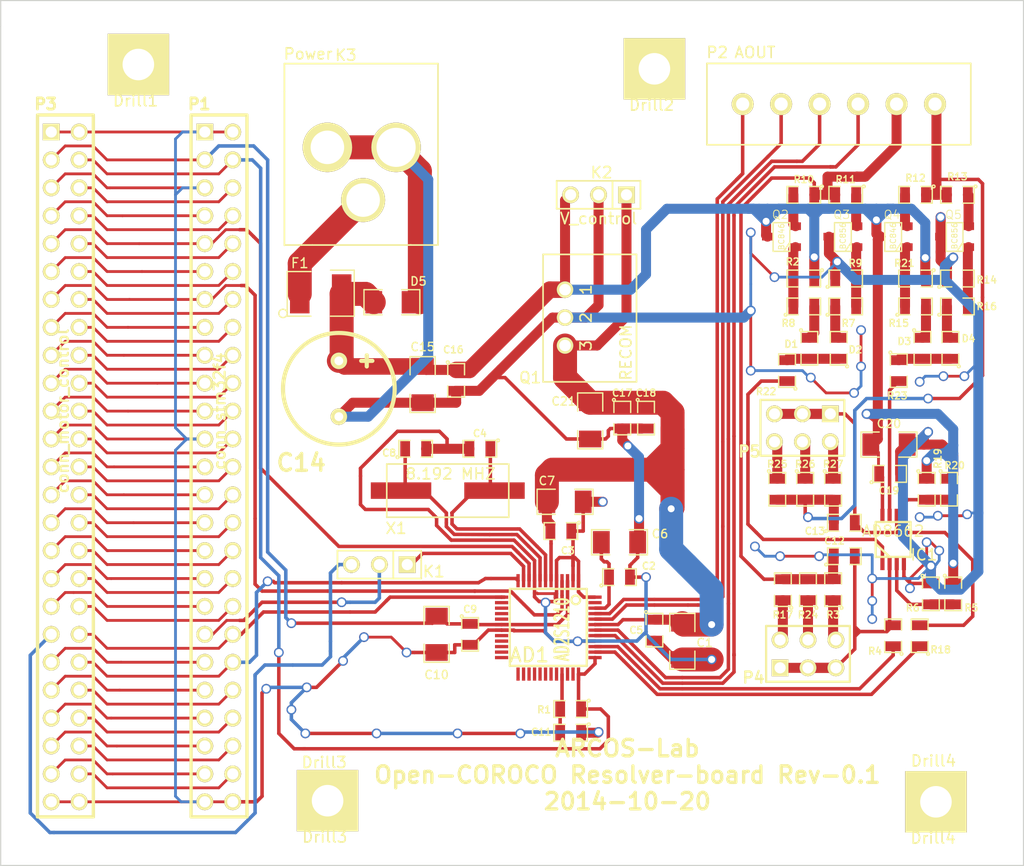
<source format=kicad_pcb>
(kicad_pcb (version 3) (host pcbnew "(25-Oct-2014 BZR 4029)-stable")
  (title_block (title AD2S1210) (company "P. Koenig"))
  (layers (15 F.Cu signal) (0 B.Cu signal) (18 B.Paste user hide) (19 F.Paste user hide) (20 B.SilkS user) (21 F.SilkS user) (22 B.Mask user hide) (23 F.Mask user hide) (28 Edge.Cuts user))
  (net 0 "")
  (net 1 +5V)
  (net 2 /12V_a)
  (net 3 /A0)
  (net 4 /COS)
  (net 5 /COSLO)
  (net 6 /EXC)
  (net 7 /Hall3)
  (net 8 /NC)
  (net 9 /NRST)
  (net 10 /OUT_EXC)
  (net 11 /OUT_~EXC)
  (net 12 /PA0)
  (net 13 /PA1)
  (net 14 /PA2)
  (net 15 /PA4)
  (net 16 /PA5)
  (net 17 /PA6)
  (net 18 /PA7)
  (net 19 /PB0)
  (net 20 /PB1)
  (net 21 /PB10)
  (net 22 /PB11)
  (net 23 /PB12)
  (net 24 /PB15)
  (net 25 /PB2)
  (net 26 /PC0)
  (net 27 /PC1)
  (net 28 /PC2)
  (net 29 /PC4)
  (net 30 /PC5)
  (net 31 /PD10)
  (net 32 /PD11)
  (net 33 /PD12)
  (net 34 /PD13)
  (net 35 /PD14)
  (net 36 /PD15)
  (net 37 /PD9)
  (net 38 /PE10)
  (net 39 /PE11)
  (net 40 /PE12)
  (net 41 /PE13)
  (net 42 /PE14)
  (net 43 /PE15)
  (net 44 /PE7)
  (net 45 /PE8)
  (net 46 /PE9)
  (net 47 /SCLK)
  (net 48 /SDI)
  (net 49 /SDO)
  (net 50 /SDO_HALL3)
  (net 51 /SIN)
  (net 52 /SINLO)
  (net 53 /V_DRIVE)
  (net 54 /~EXC)
  (net 55 /~SAMPLE)
  (net 56 /~WR)
  (net 57 GND)
  (net 58 N-000001)
  (net 59 N-0000010)
  (net 60 N-0000011)
  (net 61 N-0000012)
  (net 62 N-0000013)
  (net 63 N-0000014)
  (net 64 N-0000015)
  (net 65 N-0000016)
  (net 66 N-0000018)
  (net 67 N-0000019)
  (net 68 N-0000020)
  (net 69 N-0000021)
  (net 70 N-0000029)
  (net 71 N-000003)
  (net 72 N-000004)
  (net 73 N-0000041)
  (net 74 N-000005)
  (net 75 N-0000054)
  (net 76 N-0000057)
  (net 77 N-0000058)
  (net 78 N-0000059)
  (net 79 N-000006)
  (net 80 N-0000060)
  (net 81 N-0000061)
  (net 82 N-0000062)
  (net 83 N-0000063)
  (net 84 N-0000064)
  (net 85 N-000007)
  (net 86 N-000008)
  (net 87 N-000009)
  (net 88 VCC)
  (module SM0805 (layer F.Cu) (at 116.332 84.455 90)
    (fp_text reference R18 (at -1.27 1.905 180) (layer F.SilkS) (effects (font (size 0.635 0.635) (thickness 0.127))))
    (fp_text value 10k hide)
    (pad 1 smd rect (at -0.9525 0 90) (size 0.889 1.397) (layers F.Cu F.Paste F.Mask) (net 6 /EXC))
    (pad 2 smd rect (at 0.9525 0 90) (size 0.889 1.397) (layers F.Cu F.Paste F.Mask) (net 61 N-0000012))
  )
  (module SM0805 (layer F.Cu) (at 119.38 80.645 270)
    (fp_text reference R5 (at 1.27 -1.651 360) (layer F.SilkS) (effects (font (size 0.635 0.635) (thickness 0.127))))
    (fp_text value 22k hide)
    (pad 1 smd rect (at -0.9525 0 270) (size 0.889 1.397) (layers F.Cu F.Paste F.Mask) (net 88 VCC))
    (pad 2 smd rect (at 0.9525 0 270) (size 0.889 1.397) (layers F.Cu F.Paste F.Mask) (net 64 N-0000015))
  )
  (module SM0805 (layer F.Cu) (at 103.886 80.264 90)
    (fp_text reference R17 (at -2.286 0 180) (layer F.SilkS) (effects (font (size 0.635 0.635) (thickness 0.127))))
    (fp_text value 13.3k hide)
    (pad 1 smd rect (at -0.9525 0 90) (size 0.889 1.397) (layers F.Cu F.Paste F.Mask) (net 66 N-0000018))
    (pad 2 smd rect (at 0.9525 0 90) (size 0.889 1.397) (layers F.Cu F.Paste F.Mask) (net 11 /OUT_~EXC))
  )
  (module SM0805 (layer F.Cu) (at 118.999 71.12 270)
    (fp_text reference R20 (at -2.159 -0.508 360) (layer F.SilkS) (effects (font (size 0.635 0.635) (thickness 0.127))))
    (fp_text value 10k hide)
    (pad 1 smd rect (at -0.9525 0 270) (size 0.889 1.397) (layers F.Cu F.Paste F.Mask) (net 57 GND))
    (pad 2 smd rect (at 0.9525 0 270) (size 0.889 1.397) (layers F.Cu F.Paste F.Mask) (net 59 N-0000010))
  )
  (module SM0805 (layer F.Cu) (at 116.967 71.12 270)
    (fp_text reference R19 (at -2.794 -1.016 270) (layer F.SilkS) (effects (font (size 0.635 0.635) (thickness 0.127))))
    (fp_text value 22k hide)
    (pad 1 smd rect (at -0.9525 0 270) (size 0.889 1.397) (layers F.Cu F.Paste F.Mask) (net 88 VCC))
    (pad 2 smd rect (at 0.9525 0 270) (size 0.889 1.397) (layers F.Cu F.Paste F.Mask) (net 59 N-0000010))
  )
  (module SM0805 (layer F.Cu) (at 115.951 51.943 180)
    (fp_text reference R21 (at 1.016 1.397 180) (layer F.SilkS) (effects (font (size 0.635 0.635) (thickness 0.127))))
    (fp_text value 2.2k hide)
    (pad 1 smd rect (at -0.9525 0 180) (size 0.889 1.397) (layers F.Cu F.Paste F.Mask) (net 88 VCC))
    (pad 2 smd rect (at 0.9525 0 180) (size 0.889 1.397) (layers F.Cu F.Paste F.Mask) (net 74 N-000005))
  )
  (module SM0805 (layer F.Cu) (at 115.951 54.483)
    (fp_text reference R15 (at -1.524 1.524) (layer F.SilkS) (effects (font (size 0.635 0.635) (thickness 0.127))))
    (fp_text value 3.3 hide)
    (pad 1 smd rect (at -0.9525 0) (size 0.889 1.397) (layers F.Cu F.Paste F.Mask) (net 74 N-000005))
    (pad 2 smd rect (at 0.9525 0) (size 0.889 1.397) (layers F.Cu F.Paste F.Mask) (net 72 N-000004))
  )
  (module SM0805 (layer F.Cu) (at 116.586 58.293 270)
    (fp_text reference D3 (at -0.635 1.651 360) (layer F.SilkS) (effects (font (size 0.635 0.635) (thickness 0.127))))
    (fp_text value DIODE hide)
    (pad 1 smd rect (at -0.9525 0 270) (size 0.889 1.397) (layers F.Cu F.Paste F.Mask) (net 72 N-000004))
    (pad 2 smd rect (at 0.9525 0 270) (size 0.889 1.397) (layers F.Cu F.Paste F.Mask) (net 79 N-000006))
  )
  (module SM0805 (layer F.Cu) (at 119.126 58.293 90)
    (fp_text reference D4 (at 0.889 1.651 180) (layer F.SilkS) (effects (font (size 0.635 0.635) (thickness 0.127))))
    (fp_text value DIODE hide)
    (pad 1 smd rect (at -0.9525 0 90) (size 0.889 1.397) (layers F.Cu F.Paste F.Mask) (net 79 N-000006))
    (pad 2 smd rect (at 0.9525 0 90) (size 0.889 1.397) (layers F.Cu F.Paste F.Mask) (net 71 N-000003))
  )
  (module SM0805 (layer F.Cu) (at 119.761 54.483)
    (fp_text reference R16 (at 2.667 0) (layer F.SilkS) (effects (font (size 0.635 0.635) (thickness 0.127))))
    (fp_text value 3.3 hide)
    (pad 1 smd rect (at -0.9525 0) (size 0.889 1.397) (layers F.Cu F.Paste F.Mask) (net 71 N-000003))
    (pad 2 smd rect (at 0.9525 0) (size 0.889 1.397) (layers F.Cu F.Paste F.Mask) (net 87 N-000009))
  )
  (module SM0805 (layer F.Cu) (at 119.761 51.943)
    (fp_text reference R14 (at 2.667 0.127) (layer F.SilkS) (effects (font (size 0.635 0.635) (thickness 0.127))))
    (fp_text value 2.2k hide)
    (pad 1 smd rect (at -0.9525 0) (size 0.889 1.397) (layers F.Cu F.Paste F.Mask) (net 57 GND))
    (pad 2 smd rect (at 0.9525 0) (size 0.889 1.397) (layers F.Cu F.Paste F.Mask) (net 87 N-000009))
  )
  (module SM0805 (layer F.Cu) (at 115.951 44.323 180)
    (fp_text reference R12 (at 0 1.524 180) (layer F.SilkS) (effects (font (size 0.635 0.635) (thickness 0.127))))
    (fp_text value 4.7 hide)
    (pad 1 smd rect (at -0.9525 0 180) (size 0.889 1.397) (layers F.Cu F.Paste F.Mask) (net 10 /OUT_EXC))
    (pad 2 smd rect (at 0.9525 0 180) (size 0.889 1.397) (layers F.Cu F.Paste F.Mask) (net 86 N-000008))
  )
  (module SM0805 (layer F.Cu) (at 119.761 44.323 180)
    (fp_text reference R13 (at 0 1.651 180) (layer F.SilkS) (effects (font (size 0.635 0.635) (thickness 0.127))))
    (fp_text value 4.7 hide)
    (pad 1 smd rect (at -0.9525 0 180) (size 0.889 1.397) (layers F.Cu F.Paste F.Mask) (net 85 N-000007))
    (pad 2 smd rect (at 0.9525 0 180) (size 0.889 1.397) (layers F.Cu F.Paste F.Mask) (net 10 /OUT_EXC))
  )
  (module SM0805 (layer F.Cu) (at 105.791 51.943 180)
    (fp_text reference R2 (at 1.016 1.524 180) (layer F.SilkS) (effects (font (size 0.635 0.635) (thickness 0.127))))
    (fp_text value 2.2k hide)
    (pad 1 smd rect (at -0.9525 0 180) (size 0.889 1.397) (layers F.Cu F.Paste F.Mask) (net 88 VCC))
    (pad 2 smd rect (at 0.9525 0 180) (size 0.889 1.397) (layers F.Cu F.Paste F.Mask) (net 80 N-0000060))
  )
  (module SM0805 (layer F.Cu) (at 105.791 54.483)
    (fp_text reference R8 (at -1.397 1.524) (layer F.SilkS) (effects (font (size 0.635 0.635) (thickness 0.127))))
    (fp_text value 3.3 hide)
    (pad 1 smd rect (at -0.9525 0) (size 0.889 1.397) (layers F.Cu F.Paste F.Mask) (net 80 N-0000060))
    (pad 2 smd rect (at 0.9525 0) (size 0.889 1.397) (layers F.Cu F.Paste F.Mask) (net 76 N-0000057))
  )
  (module SM0805 (layer F.Cu) (at 108.966 58.293 90)
    (fp_text reference D2 (at -0.127 1.524 180) (layer F.SilkS) (effects (font (size 0.635 0.635) (thickness 0.127))))
    (fp_text value DIODE hide)
    (pad 1 smd rect (at -0.9525 0 90) (size 0.889 1.397) (layers F.Cu F.Paste F.Mask) (net 82 N-0000062))
    (pad 2 smd rect (at 0.9525 0 90) (size 0.889 1.397) (layers F.Cu F.Paste F.Mask) (net 81 N-0000061))
  )
  (module SM0805 (layer F.Cu) (at 109.601 54.483)
    (fp_text reference R7 (at 0.254 1.524) (layer F.SilkS) (effects (font (size 0.635 0.635) (thickness 0.127))))
    (fp_text value 3.3 hide)
    (pad 1 smd rect (at -0.9525 0) (size 0.889 1.397) (layers F.Cu F.Paste F.Mask) (net 81 N-0000061))
    (pad 2 smd rect (at 0.9525 0) (size 0.889 1.397) (layers F.Cu F.Paste F.Mask) (net 78 N-0000059))
  )
  (module SM0805 (layer F.Cu) (at 109.601 51.943)
    (fp_text reference R9 (at 0.889 -1.397) (layer F.SilkS) (effects (font (size 0.635 0.635) (thickness 0.127))))
    (fp_text value 2.2k hide)
    (pad 1 smd rect (at -0.9525 0) (size 0.889 1.397) (layers F.Cu F.Paste F.Mask) (net 57 GND))
    (pad 2 smd rect (at 0.9525 0) (size 0.889 1.397) (layers F.Cu F.Paste F.Mask) (net 78 N-0000059))
  )
  (module SM0805 (layer F.Cu) (at 105.791 44.323 180)
    (fp_text reference R10 (at 0 1.397 180) (layer F.SilkS) (effects (font (size 0.635 0.635) (thickness 0.127))))
    (fp_text value 4.7 hide)
    (pad 1 smd rect (at -0.9525 0 180) (size 0.889 1.397) (layers F.Cu F.Paste F.Mask) (net 11 /OUT_~EXC))
    (pad 2 smd rect (at 0.9525 0 180) (size 0.889 1.397) (layers F.Cu F.Paste F.Mask) (net 77 N-0000058))
  )
  (module SM0805 (layer F.Cu) (at 109.601 44.323 180)
    (fp_text reference R11 (at 0 1.397 180) (layer F.SilkS) (effects (font (size 0.635 0.635) (thickness 0.127))))
    (fp_text value 4.7 hide)
    (pad 1 smd rect (at -0.9525 0 180) (size 0.889 1.397) (layers F.Cu F.Paste F.Mask) (net 70 N-0000029))
    (pad 2 smd rect (at 0.9525 0 180) (size 0.889 1.397) (layers F.Cu F.Paste F.Mask) (net 11 /OUT_~EXC))
  )
  (module SM0805 (layer F.Cu) (at 117.348 80.645 270)
    (fp_text reference R6 (at 1.27 1.651 360) (layer F.SilkS) (effects (font (size 0.635 0.635) (thickness 0.127))))
    (fp_text value 10k hide)
    (pad 1 smd rect (at -0.9525 0 270) (size 0.889 1.397) (layers F.Cu F.Paste F.Mask) (net 57 GND))
    (pad 2 smd rect (at 0.9525 0 270) (size 0.889 1.397) (layers F.Cu F.Paste F.Mask) (net 64 N-0000015))
  )
  (module SM0805 (layer F.Cu) (at 92.202 83.947 270)
    (fp_text reference C5 (at 0 1.651 360) (layer F.SilkS) (effects (font (size 0.635 0.635) (thickness 0.127))))
    (fp_text value 10n hide)
    (pad 1 smd rect (at -0.9525 0 270) (size 0.889 1.397) (layers F.Cu F.Paste F.Mask) (net 1 +5V))
    (pad 2 smd rect (at 0.9525 0 270) (size 0.889 1.397) (layers F.Cu F.Paste F.Mask) (net 57 GND))
  )
  (module SM0805 (layer F.Cu) (at 89.027 79.121)
    (fp_text reference C2 (at 2.667 -1.016) (layer F.SilkS) (effects (font (size 0.635 0.635) (thickness 0.127))))
    (fp_text value 10n hide)
    (pad 1 smd rect (at -0.9525 0) (size 0.889 1.397) (layers F.Cu F.Paste F.Mask) (net 69 N-0000021))
    (pad 2 smd rect (at 0.9525 0) (size 0.889 1.397) (layers F.Cu F.Paste F.Mask) (net 57 GND))
  )
  (module SM0805 (layer F.Cu) (at 76.327 67.437 180)
    (fp_text reference C4 (at 0 1.397 180) (layer F.SilkS) (effects (font (size 0.635 0.635) (thickness 0.127))))
    (fp_text value 20p hide)
    (pad 1 smd rect (at -0.9525 0 180) (size 0.889 1.397) (layers F.Cu F.Paste F.Mask) (net 83 N-0000063))
    (pad 2 smd rect (at 0.9525 0 180) (size 0.889 1.397) (layers F.Cu F.Paste F.Mask) (net 57 GND))
  )
  (module SM0805 (layer F.Cu) (at 70.485 67.437)
    (fp_text reference C8 (at -2.413 0.381) (layer F.SilkS) (effects (font (size 0.635 0.635) (thickness 0.127))))
    (fp_text value 20p hide)
    (pad 1 smd rect (at -0.9525 0) (size 0.889 1.397) (layers F.Cu F.Paste F.Mask) (net 84 N-0000064))
    (pad 2 smd rect (at 0.9525 0) (size 0.889 1.397) (layers F.Cu F.Paste F.Mask) (net 57 GND))
  )
  (module SM0805 (layer F.Cu) (at 75.438 84.328 270)
    (fp_text reference C9 (at -2.286 0 360) (layer F.SilkS) (effects (font (size 0.635 0.635) (thickness 0.127))))
    (fp_text value 10n hide)
    (pad 1 smd rect (at -0.9525 0 270) (size 0.889 1.397) (layers F.Cu F.Paste F.Mask) (net 53 /V_DRIVE))
    (pad 2 smd rect (at 0.9525 0 270) (size 0.889 1.397) (layers F.Cu F.Paste F.Mask) (net 57 GND))
  )
  (module SM0805 (layer F.Cu) (at 83.693 74.93 180)
    (fp_text reference C3 (at -0.635 -1.778 180) (layer F.SilkS) (effects (font (size 0.635 0.635) (thickness 0.127))))
    (fp_text value 10n hide)
    (pad 1 smd rect (at -0.9525 0 180) (size 0.889 1.397) (layers F.Cu F.Paste F.Mask) (net 57 GND))
    (pad 2 smd rect (at 0.9525 0 180) (size 0.889 1.397) (layers F.Cu F.Paste F.Mask) (net 1 +5V))
  )
  (module SM0805 (layer F.Cu) (at 84.582 91.1225 180)
    (fp_text reference R1 (at 2.413 -0.0635 180) (layer F.SilkS) (effects (font (size 0.635 0.635) (thickness 0.127))))
    (fp_text value 1k hide)
    (pad 1 smd rect (at -0.9525 0 180) (size 0.889 1.397) (layers F.Cu F.Paste F.Mask) (net 3 /A0))
    (pad 2 smd rect (at 0.9525 0 180) (size 0.889 1.397) (layers F.Cu F.Paste F.Mask) (net 58 N-000001))
  )
  (module SM0805 (layer F.Cu) (at 84.582 93.2815 180)
    (fp_text reference C11 (at 2.667 0.0635 180) (layer F.SilkS) (effects (font (size 0.635 0.635) (thickness 0.127))))
    (fp_text value 2.2µ hide)
    (pad 1 smd rect (at -0.9525 0 180) (size 0.889 1.397) (layers F.Cu F.Paste F.Mask) (net 57 GND))
    (pad 2 smd rect (at 0.9525 0 180) (size 0.889 1.397) (layers F.Cu F.Paste F.Mask) (net 58 N-000001))
  )
  (module SM0805 (layer F.Cu) (at 74.168 61.214 270)
    (fp_text reference C16 (at -2.794 0.254 360) (layer F.SilkS) (effects (font (size 0.635 0.635) (thickness 0.127))))
    (fp_text value 100n hide)
    (pad 1 smd rect (at -0.9525 0 270) (size 0.889 1.397) (layers F.Cu F.Paste F.Mask) (net 88 VCC))
    (pad 2 smd rect (at 0.9525 0 270) (size 0.889 1.397) (layers F.Cu F.Paste F.Mask) (net 57 GND))
  )
  (module SM0805 (layer F.Cu) (at 89.281 64.643 270)
    (fp_text reference C17 (at -2.286 0 360) (layer F.SilkS) (effects (font (size 0.635 0.635) (thickness 0.127))))
    (fp_text value 100n hide)
    (pad 1 smd rect (at -0.9525 0 270) (size 0.889 1.397) (layers F.Cu F.Paste F.Mask) (net 1 +5V))
    (pad 2 smd rect (at 0.9525 0 270) (size 0.889 1.397) (layers F.Cu F.Paste F.Mask) (net 57 GND))
  )
  (module SM0805 (layer F.Cu) (at 91.44 64.643 270)
    (fp_text reference C18 (at -2.286 0 360) (layer F.SilkS) (effects (font (size 0.635 0.635) (thickness 0.127))))
    (fp_text value 10n hide)
    (pad 1 smd rect (at -0.9525 0 270) (size 0.889 1.397) (layers F.Cu F.Paste F.Mask) (net 1 +5V))
    (pad 2 smd rect (at 0.9525 0 270) (size 0.889 1.397) (layers F.Cu F.Paste F.Mask) (net 57 GND))
  )
  (module SM0805 (layer F.Cu) (at 113.919 84.455 90)
    (fp_text reference R4 (at -1.397 -1.651 180) (layer F.SilkS) (effects (font (size 0.635 0.635) (thickness 0.127))))
    (fp_text value 10k hide)
    (pad 1 smd rect (at -0.9525 0 90) (size 0.889 1.397) (layers F.Cu F.Paste F.Mask) (net 54 /~EXC))
    (pad 2 smd rect (at 0.9525 0 90) (size 0.889 1.397) (layers F.Cu F.Paste F.Mask) (net 75 N-0000054))
  )
  (module SM0805 (layer F.Cu) (at 108.458 80.264 90)
    (fp_text reference R3 (at -2.286 0 180) (layer F.SilkS) (effects (font (size 0.635 0.635) (thickness 0.127))))
    (fp_text value 8.66k hide)
    (pad 1 smd rect (at -0.9525 0 90) (size 0.889 1.397) (layers F.Cu F.Paste F.Mask) (net 68 N-0000020))
    (pad 2 smd rect (at 0.9525 0 90) (size 0.889 1.397) (layers F.Cu F.Paste F.Mask) (net 11 /OUT_~EXC))
  )
  (module SIP-3 (layer F.Cu) (at 84.074 52.959 270)
    (fp_text reference Q1 (at 8.001 3.175 360) (layer F.SilkS))
    (fp_text value RECOM (at 5.715 -5.5372 270) (layer F.SilkS))
    (fp_text user 2 (at 2.54 -1.905 270) (layer F.SilkS))
    (fp_text user 3 (at 5.08 -1.905 270) (layer F.SilkS))
    (fp_text user 1 (at 0 -1.905 270) (layer F.SilkS))
    (pad 1 thru_hole circle (at 0 0 270) (size 1.5 1.5) (drill 1.05) (layers *.Cu *.Mask F.SilkS) (net 88 VCC))
    (pad 2 thru_hole circle (at 2.54 0 270) (size 1.5 1.5) (drill 1.05) (layers *.Cu *.Mask F.SilkS) (net 57 GND))
    (pad 3 thru_hole circle (at 5.08 0 270) (size 1.5 1.5) (drill 1.05) (layers *.Cu *.Mask F.SilkS) (net 1 +5V))
  )
  (module MSOP_8 (layer F.Cu) (at 113.919 75.692)
    (fp_text reference IC1 (at 2.794 1.397) (layer F.SilkS) (effects (font (size 1.00076 1.00076) (thickness 0.1524))))
    (fp_text value AD8662 (at 0 -0.762) (layer F.SilkS) (effects (font (size 1.00076 1.00076) (thickness 0.127))))
    (pad 1 smd rect (at -0.97536 2.159) (size 0.381 1.27) (layers F.Cu F.Paste F.Mask) (net 73 N-0000041))
    (pad 2 smd rect (at -0.32512 2.159) (size 0.381 1.27) (layers F.Cu F.Paste F.Mask) (net 75 N-0000054))
    (pad 3 smd rect (at 0.32512 2.159) (size 0.381 1.27) (layers F.Cu F.Paste F.Mask) (net 64 N-0000015))
    (pad 4 smd rect (at 0.97536 2.159) (size 0.381 1.27) (layers F.Cu F.Paste F.Mask) (net 57 GND))
    (pad 5 smd rect (at 0.97536 -2.159) (size 0.381 1.27) (layers F.Cu F.Paste F.Mask) (net 59 N-0000010))
    (pad 6 smd rect (at 0.32512 -2.159) (size 0.381 1.27) (layers F.Cu F.Paste F.Mask) (net 61 N-0000012))
    (pad 7 smd rect (at -0.32512 -2.159) (size 0.381 1.27) (layers F.Cu F.Paste F.Mask) (net 65 N-0000016))
    (pad 8 smd rect (at -0.97536 -2.159) (size 0.381 1.27) (layers F.Cu F.Paste F.Mask) (net 88 VCC))
  )
  (module Elko_vert_DM10_RM5_CopperClear (layer F.Cu) (at 63.5 61.976 270)
    (fp_text reference C14 (at 6.731 3.429 360) (layer F.SilkS) (effects (font (size 1.524 1.524) (thickness 0.3048))))
    (fp_text value 220µ hide)
    (pad 2 thru_hole circle (at 2.54 0 270) (size 1.50114 1.50114) (drill 0.8001) (layers *.Cu *.Mask F.SilkS) (net 57 GND))
    (pad 1 thru_hole circle (at -2.54 0 270) (size 1.50114 1.50114) (drill 0.8001) (layers *.Cu *.Mask F.SilkS) (net 88 VCC))
  )
  (module crystal_ATS (layer F.Cu) (at 73.406 71.247 180)
    (fp_text reference X1 (at 4.699 -3.429 180) (layer F.SilkS))
    (fp_text value "8.192 MHZ" (at -0.254 1.524 180) (layer F.SilkS))
    (pad 1 smd rect (at -4.25 0 180) (size 5.5 1.5) (layers F.Cu F.Paste F.Mask) (net 83 N-0000063))
    (pad 2 smd rect (at 4.25 0 180) (size 5.5 1.5) (layers F.Cu F.Paste F.Mask) (net 84 N-0000064))
  )
  (module SOT23 (layer F.Cu) (at 113.919 48.133 90)
    (fp_text reference Q4 (at 1.99898 -0.09906 180) (layer F.SilkS) (effects (font (size 0.762 0.762) (thickness 0.0762))))
    (fp_text value BC846 (at 0.0635 0 90) (layer F.SilkS) (effects (font (size 0.50038 0.50038) (thickness 0.0762))))
    (pad 3 smd rect (at 0 -1.27 90) (size 0.70104 1.00076) (layers F.Cu F.Paste F.Mask) (net 88 VCC))
    (pad 2 smd rect (at 0.9525 1.27 90) (size 0.70104 1.00076) (layers F.Cu F.Paste F.Mask) (net 86 N-000008))
    (pad 1 smd rect (at -0.9525 1.27 90) (size 0.70104 1.00076) (layers F.Cu F.Paste F.Mask) (net 74 N-000005))
  )
  (module SOT23 (layer F.Cu) (at 119.507 48.133 90)
    (fp_text reference Q5 (at 1.99898 -0.09906 180) (layer F.SilkS) (effects (font (size 0.762 0.762) (thickness 0.0762))))
    (fp_text value BC856 (at 0.0635 0 90) (layer F.SilkS) (effects (font (size 0.50038 0.50038) (thickness 0.0762))))
    (pad 3 smd rect (at 0 -1.27 90) (size 0.70104 1.00076) (layers F.Cu F.Paste F.Mask) (net 57 GND))
    (pad 2 smd rect (at 0.9525 1.27 90) (size 0.70104 1.00076) (layers F.Cu F.Paste F.Mask) (net 85 N-000007))
    (pad 1 smd rect (at -0.9525 1.27 90) (size 0.70104 1.00076) (layers F.Cu F.Paste F.Mask) (net 87 N-000009))
  )
  (module SOT23 (layer F.Cu) (at 103.759 48.133 90)
    (fp_text reference Q2 (at 1.99898 -0.09906 180) (layer F.SilkS) (effects (font (size 0.762 0.762) (thickness 0.0762))))
    (fp_text value BC846 (at 0 0 90) (layer F.SilkS) (effects (font (size 0.50038 0.50038) (thickness 0.0762))))
    (pad 3 smd rect (at 0 -1.27 90) (size 0.70104 1.00076) (layers F.Cu F.Paste F.Mask) (net 88 VCC))
    (pad 2 smd rect (at 0.9525 1.27 90) (size 0.70104 1.00076) (layers F.Cu F.Paste F.Mask) (net 77 N-0000058))
    (pad 1 smd rect (at -0.9525 1.27 90) (size 0.70104 1.00076) (layers F.Cu F.Paste F.Mask) (net 80 N-0000060))
  )
  (module SOT23 (layer F.Cu) (at 109.347 48.133 90)
    (fp_text reference Q3 (at 1.99898 -0.09906 180) (layer F.SilkS) (effects (font (size 0.762 0.762) (thickness 0.0762))))
    (fp_text value BC856 (at 0.0635 0 90) (layer F.SilkS) (effects (font (size 0.50038 0.50038) (thickness 0.0762))))
    (pad 3 smd rect (at 0 -1.27 90) (size 0.70104 1.00076) (layers F.Cu F.Paste F.Mask) (net 57 GND))
    (pad 2 smd rect (at 0.9525 1.27 90) (size 0.70104 1.00076) (layers F.Cu F.Paste F.Mask) (net 70 N-0000029))
    (pad 1 smd rect (at -0.9525 1.27 90) (size 0.70104 1.00076) (layers F.Cu F.Paste F.Mask) (net 78 N-0000059))
  )
  (module SM0805 (layer F.Cu) (at 113.6015 69.723)
    (fp_text reference C19 (at -0.0635 1.524) (layer F.SilkS) (effects (font (size 0.635 0.635) (thickness 0.127))))
    (fp_text value 100n hide)
    (pad 1 smd rect (at -0.9525 0) (size 0.889 1.397) (layers F.Cu F.Paste F.Mask) (net 88 VCC))
    (pad 2 smd rect (at 0.9525 0) (size 0.889 1.397) (layers F.Cu F.Paste F.Mask) (net 57 GND))
  )
  (module SM0805 (layer F.Cu) (at 106.299 58.293 270)
    (fp_text reference D1 (at -0.381 1.651 360) (layer F.SilkS) (effects (font (size 0.635 0.635) (thickness 0.127))))
    (fp_text value DIODE hide)
    (pad 1 smd rect (at -0.9525 0 270) (size 0.889 1.397) (layers F.Cu F.Paste F.Mask) (net 76 N-0000057))
    (pad 2 smd rect (at 0.9525 0 270) (size 0.889 1.397) (layers F.Cu F.Paste F.Mask) (net 82 N-0000062))
  )
  (module PIN_ARRAY_3X1 (layer F.Cu) (at 87.122 44.323 180)
    (fp_text reference K2 (at -0.27432 2.02184 180) (layer F.SilkS) (effects (font (size 1.016 1.016) (thickness 0.1524))))
    (fp_text value V_control (at 0 -2.159 180) (layer F.SilkS) (effects (font (size 1.016 1.016) (thickness 0.1524))))
    (pad 1 thru_hole rect (at -2.54 0 180) (size 1.524 1.524) (drill 1.016) (layers *.Cu *.Mask F.SilkS) (net 1 +5V))
    (pad 2 thru_hole circle (at 0 0 180) (size 1.524 1.524) (drill 1.016) (layers *.Cu *.Mask F.SilkS) (net 57 GND))
    (pad 3 thru_hole circle (at 2.54 0 180) (size 1.524 1.524) (drill 1.016) (layers *.Cu *.Mask F.SilkS) (net 88 VCC))
  )
  (module PIN_ARRAY_3X1 (layer F.Cu) (at 67.183 77.978 180)
    (fp_text reference K1 (at -4.953 -0.635 180) (layer F.SilkS) (effects (font (size 1.016 1.016) (thickness 0.1524))))
    (fp_text value JP_1 hide)
    (pad 1 thru_hole rect (at -2.54 0 180) (size 1.524 1.524) (drill 1.016) (layers *.Cu *.Mask F.SilkS) (net 49 /SDO))
    (pad 2 thru_hole circle (at 0 0 180) (size 1.524 1.524) (drill 1.016) (layers *.Cu *.Mask F.SilkS) (net 50 /SDO_HALL3))
    (pad 3 thru_hole circle (at 2.54 0 180) (size 1.524 1.524) (drill 1.016) (layers *.Cu *.Mask F.SilkS) (net 7 /Hall3))
  )
  (module SM1206 (layer F.Cu) (at 89.027 75.946)
    (fp_text reference C6 (at 3.683 -0.762) (layer F.SilkS) (effects (font (size 0.762 0.762) (thickness 0.127))))
    (fp_text value 10µ hide)
    (pad 1 smd rect (at -1.651 0) (size 1.524 2.032) (layers F.Cu F.Paste F.Mask) (net 69 N-0000021))
    (pad 2 smd rect (at 1.651 0) (size 1.524 2.032) (layers F.Cu F.Paste F.Mask) (net 57 GND))
  )
  (module SM1206 (layer F.Cu) (at 84.074 72.263 180)
    (fp_text reference C7 (at 1.651 1.905 180) (layer F.SilkS) (effects (font (size 0.762 0.762) (thickness 0.127))))
    (fp_text value 4.7µ hide)
    (pad 1 smd rect (at -1.651 0 180) (size 1.524 2.032) (layers F.Cu F.Paste F.Mask) (net 57 GND))
    (pad 2 smd rect (at 1.651 0 180) (size 1.524 2.032) (layers F.Cu F.Paste F.Mask) (net 1 +5V))
  )
  (module SM1206 (layer F.Cu) (at 71.12 61.595 270)
    (fp_text reference C15 (at -3.429 0 360) (layer F.SilkS) (effects (font (size 0.762 0.762) (thickness 0.127))))
    (fp_text value 10µ hide)
    (pad 1 smd rect (at -1.651 0 270) (size 1.524 2.032) (layers F.Cu F.Paste F.Mask) (net 88 VCC))
    (pad 2 smd rect (at 1.651 0 270) (size 1.524 2.032) (layers F.Cu F.Paste F.Mask) (net 57 GND))
  )
  (module SM1206 (layer F.Cu) (at 94.742 84.963 270)
    (fp_text reference C1 (at 0.127 -2.032 360) (layer F.SilkS) (effects (font (size 0.762 0.762) (thickness 0.127))))
    (fp_text value 4.7µ hide)
    (pad 1 smd rect (at -1.651 0 270) (size 1.524 2.032) (layers F.Cu F.Paste F.Mask) (net 1 +5V))
    (pad 2 smd rect (at 1.651 0 270) (size 1.524 2.032) (layers F.Cu F.Paste F.Mask) (net 57 GND))
  )
  (module SM1206 (layer F.Cu) (at 72.39 84.328 270)
    (fp_text reference C10 (at 3.683 0 360) (layer F.SilkS) (effects (font (size 0.762 0.762) (thickness 0.127))))
    (fp_text value 4.7µ hide)
    (pad 1 smd rect (at -1.651 0 270) (size 1.524 2.032) (layers F.Cu F.Paste F.Mask) (net 53 /V_DRIVE))
    (pad 2 smd rect (at 1.651 0 270) (size 1.524 2.032) (layers F.Cu F.Paste F.Mask) (net 57 GND))
  )
  (module SM1206 (layer F.Cu) (at 113.538 67.056)
    (fp_text reference C20 (at 0 -1.905) (layer F.SilkS) (effects (font (size 0.762 0.762) (thickness 0.127))))
    (fp_text value 10µ hide)
    (pad 1 smd rect (at -1.651 0) (size 1.524 2.032) (layers F.Cu F.Paste F.Mask) (net 88 VCC))
    (pad 2 smd rect (at 1.651 0) (size 1.524 2.032) (layers F.Cu F.Paste F.Mask) (net 57 GND))
  )
  (module SM0805 (layer F.Cu) (at 104.267 60.325 90)
    (fp_text reference R22 (at -1.905 -1.905 180) (layer F.SilkS) (effects (font (size 0.635 0.635) (thickness 0.127))))
    (fp_text value 0k hide)
    (pad 1 smd rect (at -0.9525 0 90) (size 0.889 1.397) (layers F.Cu F.Paste F.Mask) (net 73 N-0000041))
    (pad 2 smd rect (at 0.9525 0 90) (size 0.889 1.397) (layers F.Cu F.Paste F.Mask) (net 82 N-0000062))
  )
  (module SM0805 (layer F.Cu) (at 114.427 60.325 270)
    (fp_text reference R23 (at 2.286 0.127 360) (layer F.SilkS) (effects (font (size 0.635 0.635) (thickness 0.127))))
    (fp_text value 0k hide)
    (pad 1 smd rect (at -0.9525 0 270) (size 0.889 1.397) (layers F.Cu F.Paste F.Mask) (net 79 N-000006))
    (pad 2 smd rect (at 0.9525 0 270) (size 0.889 1.397) (layers F.Cu F.Paste F.Mask) (net 65 N-0000016))
  )
  (module pin_array_6_3.5mm (layer F.Cu) (at 117.729 36.068 180)
    (fp_text reference P2 (at 19.812 4.699 180) (layer F.SilkS))
    (fp_text value AOUT (at 16.383 4.699 180) (layer F.SilkS))
    (pad 1 thru_hole circle (at 0 0 180) (size 2 2) (drill 1.2) (layers *.Cu *.Mask F.SilkS) (net 10 /OUT_EXC))
    (pad 2 thru_hole circle (at 3.5 0 180) (size 2 2) (drill 1.2) (layers *.Cu *.Mask F.SilkS) (net 11 /OUT_~EXC))
    (pad 3 thru_hole circle (at 7 0 180) (size 2 2) (drill 1.2) (layers *.Cu *.Mask F.SilkS) (net 51 /SIN))
    (pad 4 thru_hole circle (at 10.5 0 180) (size 2 2) (drill 1.2) (layers *.Cu *.Mask F.SilkS) (net 52 /SINLO))
    (pad 5 thru_hole circle (at 14 0 180) (size 2 2) (drill 1.2) (layers *.Cu *.Mask F.SilkS) (net 5 /COSLO))
    (pad 6 thru_hole circle (at 17.5 0 180) (size 2 2) (drill 1.2) (layers *.Cu *.Mask F.SilkS) (net 4 /COS))
  )
  (module power_jack (layer F.Cu) (at 68.707 40.005 270)
    (fp_text reference K3 (at -8.382 4.572 360) (layer F.SilkS))
    (fp_text value Power (at -8.509 8.001 360) (layer F.SilkS))
    (pad 1 thru_hole circle (at 0 0 270) (size 4.5 4.5) (drill 3.56) (layers *.Cu *.Mask F.SilkS) (net 57 GND))
    (pad 3 thru_hole circle (at 4.8 3 270) (size 4 4) (drill 3.05) (layers *.Cu *.Mask F.SilkS) (net 2 /12V_a))
    (pad 2 thru_hole circle (at 0 6.25 270) (size 4.5 4.5) (drill 3.05) (layers *.Cu *.Mask F.SilkS) (net 57 GND))
  )
  (module LQFP48 (layer F.Cu) (at 82.55 83.693 270)
    (fp_text reference AD1 (at 2.5146 1.7272 360) (layer F.SilkS) (effects (font (size 1.27 1.27) (thickness 0.2))))
    (fp_text value AD2S1210 (at 0.17526 -1.24714 270) (layer F.SilkS) (effects (font (size 1.27 0.762) (thickness 0.1905))))
    (pad 7 smd rect (at -4.25 0.25 270) (size 1.2 0.3) (layers F.Cu F.Paste F.Mask) (net 83 N-0000063))
    (pad 6 smd rect (at -4.25 -0.25 270) (size 1.2 0.3) (layers F.Cu F.Paste F.Mask) (net 1 +5V))
    (pad 8 smd rect (at -4.25 0.75 270) (size 1.2 0.3) (layers F.Cu F.Paste F.Mask) (net 84 N-0000064))
    (pad 5 smd rect (at -4.25 -0.75 270) (size 1.2 0.3) (layers F.Cu F.Paste F.Mask) (net 57 GND))
    (pad 4 smd rect (at -4.25 -1.25 270) (size 1.2 0.3) (layers F.Cu F.Paste F.Mask) (net 56 /~WR))
    (pad 3 smd rect (at -4.25 -1.75 270) (size 1.2 0.3) (layers F.Cu F.Paste F.Mask) (net 53 /V_DRIVE))
    (pad 2 smd rect (at -4.25 -2.25 270) (size 1.2 0.3) (layers F.Cu F.Paste F.Mask) (net 57 GND))
    (pad 1 smd rect (at -4.25 -2.75 270) (size 1.2 0.3) (layers F.Cu F.Paste F.Mask) (net 57 GND))
    (pad 9 smd rect (at -4.25 1.25 270) (size 1.2 0.3) (layers F.Cu F.Paste F.Mask) (net 57 GND))
    (pad 10 smd rect (at -4.25 1.75 270) (size 1.2 0.3) (layers F.Cu F.Paste F.Mask) (net 55 /~SAMPLE))
    (pad 11 smd rect (at -4.25 2.25 270) (size 1.2 0.3) (layers F.Cu F.Paste F.Mask) (net 49 /SDO))
    (pad 12 smd rect (at -4.25 2.75 270) (size 1.2 0.3) (layers F.Cu F.Paste F.Mask) (net 48 /SDI))
    (pad 30 smd rect (at 4.25 0.25 270) (size 1.2 0.3) (layers F.Cu F.Paste F.Mask))
    (pad 31 smd rect (at 4.25 -0.25 270) (size 1.2 0.3) (layers F.Cu F.Paste F.Mask))
    (pad 29 smd rect (at 4.25 0.75 270) (size 1.2 0.3) (layers F.Cu F.Paste F.Mask))
    (pad 28 smd rect (at 4.25 1.25 270) (size 1.2 0.3) (layers F.Cu F.Paste F.Mask))
    (pad 27 smd rect (at 4.25 1.75 270) (size 1.2 0.3) (layers F.Cu F.Paste F.Mask))
    (pad 26 smd rect (at 4.25 2.25 270) (size 1.2 0.3) (layers F.Cu F.Paste F.Mask))
    (pad 25 smd rect (at 4.25 2.75 270) (size 1.2 0.3) (layers F.Cu F.Paste F.Mask))
    (pad 32 smd rect (at 4.25 -0.75 270) (size 1.2 0.3) (layers F.Cu F.Paste F.Mask))
    (pad 33 smd rect (at 4.25 -1.25 270) (size 1.2 0.3) (layers F.Cu F.Paste F.Mask) (net 58 N-000001))
    (pad 34 smd rect (at 4.25 -1.75 270) (size 1.2 0.3) (layers F.Cu F.Paste F.Mask))
    (pad 35 smd rect (at 4.25 -2.25 270) (size 1.2 0.3) (layers F.Cu F.Paste F.Mask))
    (pad 36 smd rect (at 4.25 -2.75 270) (size 1.2 0.3) (layers F.Cu F.Paste F.Mask) (net 3 /A0))
    (pad 42 smd rect (at 0.25 -4.25) (size 1.2 0.3) (layers F.Cu F.Paste F.Mask) (net 52 /SINLO))
    (pad 41 smd rect (at 0.75 -4.25) (size 1.2 0.3) (layers F.Cu F.Paste F.Mask) (net 51 /SIN))
    (pad 40 smd rect (at 1.25 -4.25) (size 1.2 0.3) (layers F.Cu F.Paste F.Mask) (net 57 GND))
    (pad 39 smd rect (at 1.75 -4.25) (size 1.2 0.3) (layers F.Cu F.Paste F.Mask) (net 54 /~EXC))
    (pad 38 smd rect (at 2.25 -4.25) (size 1.2 0.3) (layers F.Cu F.Paste F.Mask) (net 6 /EXC))
    (pad 37 smd rect (at 2.75 -4.25) (size 1.2 0.3) (layers F.Cu F.Paste F.Mask) (net 3 /A0))
    (pad 43 smd rect (at -0.25 -4.25) (size 1.2 0.3) (layers F.Cu F.Paste F.Mask) (net 1 +5V))
    (pad 44 smd rect (at -0.75 -4.25) (size 1.2 0.3) (layers F.Cu F.Paste F.Mask) (net 5 /COSLO))
    (pad 45 smd rect (at -1.25 -4.25) (size 1.2 0.3) (layers F.Cu F.Paste F.Mask) (net 4 /COS))
    (pad 46 smd rect (at -1.75 -4.25) (size 1.2 0.3) (layers F.Cu F.Paste F.Mask) (net 69 N-0000021))
    (pad 47 smd rect (at -2.25 -4.25) (size 1.2 0.3) (layers F.Cu F.Paste F.Mask))
    (pad 48 smd rect (at -2.75 -4.25) (size 1.2 0.3) (layers F.Cu F.Paste F.Mask) (net 57 GND))
    (pad 19 smd rect (at 0.25 4.25) (size 1.2 0.3) (layers F.Cu F.Paste F.Mask) (net 57 GND))
    (pad 20 smd rect (at 0.75 4.25) (size 1.2 0.3) (layers F.Cu F.Paste F.Mask))
    (pad 21 smd rect (at 1.25 4.25) (size 1.2 0.3) (layers F.Cu F.Paste F.Mask))
    (pad 22 smd rect (at 1.75 4.25) (size 1.2 0.3) (layers F.Cu F.Paste F.Mask))
    (pad 23 smd rect (at 2.25 4.25) (size 1.2 0.3) (layers F.Cu F.Paste F.Mask))
    (pad 24 smd rect (at 2.75 4.25) (size 1.2 0.3) (layers F.Cu F.Paste F.Mask))
    (pad 18 smd rect (at -0.25 4.25) (size 1.2 0.3) (layers F.Cu F.Paste F.Mask) (net 53 /V_DRIVE))
    (pad 17 smd rect (at -0.75 4.25) (size 1.2 0.3) (layers F.Cu F.Paste F.Mask))
    (pad 16 smd rect (at -1.25 4.25) (size 1.2 0.3) (layers F.Cu F.Paste F.Mask))
    (pad 15 smd rect (at -1.75 4.25) (size 1.2 0.3) (layers F.Cu F.Paste F.Mask))
    (pad 14 smd rect (at -2.25 4.25) (size 1.2 0.3) (layers F.Cu F.Paste F.Mask))
    (pad 13 smd rect (at -2.75 4.25) (size 1.2 0.3) (layers F.Cu F.Paste F.Mask) (net 47 /SCLK))
  )
  (module SM1206 (layer F.Cu) (at 86.36 64.897 270)
    (fp_text reference C21 (at -1.778 2.413 360) (layer F.SilkS) (effects (font (size 0.762 0.762) (thickness 0.127))))
    (fp_text value 10µ hide)
    (pad 1 smd rect (at -1.651 0 270) (size 1.524 2.032) (layers F.Cu F.Paste F.Mask) (net 1 +5V))
    (pad 2 smd rect (at 1.651 0 270) (size 1.524 2.032) (layers F.Cu F.Paste F.Mask) (net 57 GND))
  )
  (module SM0805 (layer F.Cu) (at 109.474 77.216)
    (fp_text reference C12 (at -0.889 -1.397) (layer F.SilkS) (effects (font (size 0.635 0.635) (thickness 0.127))))
    (fp_text value 120p hide)
    (pad 1 smd rect (at -0.9525 0) (size 0.889 1.397) (layers F.Cu F.Paste F.Mask) (net 11 /OUT_~EXC))
    (pad 2 smd rect (at 0.9525 0) (size 0.889 1.397) (layers F.Cu F.Paste F.Mask) (net 75 N-0000054))
  )
  (module SM0805 (layer F.Cu) (at 109.474 74.168)
    (fp_text reference C13 (at -2.667 0.762) (layer F.SilkS) (effects (font (size 0.635 0.635) (thickness 0.127))))
    (fp_text value 120p hide)
    (pad 1 smd rect (at -0.9525 0) (size 0.889 1.397) (layers F.Cu F.Paste F.Mask) (net 10 /OUT_EXC))
    (pad 2 smd rect (at 0.9525 0) (size 0.889 1.397) (layers F.Cu F.Paste F.Mask) (net 61 N-0000012))
  )
  (module SM0805 (layer F.Cu) (at 106.172 80.264 90)
    (fp_text reference R24 (at -2.286 0 180) (layer F.SilkS) (effects (font (size 0.635 0.635) (thickness 0.127))))
    (fp_text value 15.4k hide)
    (pad 1 smd rect (at -0.9525 0 90) (size 0.889 1.397) (layers F.Cu F.Paste F.Mask) (net 67 N-0000019))
    (pad 2 smd rect (at 0.9525 0 90) (size 0.889 1.397) (layers F.Cu F.Paste F.Mask) (net 11 /OUT_~EXC))
  )
  (module SM0805 (layer F.Cu) (at 103.378 71.12 270)
    (fp_text reference R25 (at -2.286 0 360) (layer F.SilkS) (effects (font (size 0.635 0.635) (thickness 0.127))))
    (fp_text value 8.66k hide)
    (pad 1 smd rect (at -0.9525 0 270) (size 0.889 1.397) (layers F.Cu F.Paste F.Mask) (net 63 N-0000014))
    (pad 2 smd rect (at 0.9525 0 270) (size 0.889 1.397) (layers F.Cu F.Paste F.Mask) (net 10 /OUT_EXC))
  )
  (module SM0805 (layer F.Cu) (at 105.918 71.12 270)
    (fp_text reference R26 (at -2.286 0 360) (layer F.SilkS) (effects (font (size 0.635 0.635) (thickness 0.127))))
    (fp_text value 15.4k hide)
    (pad 1 smd rect (at -0.9525 0 270) (size 0.889 1.397) (layers F.Cu F.Paste F.Mask) (net 62 N-0000013))
    (pad 2 smd rect (at 0.9525 0 270) (size 0.889 1.397) (layers F.Cu F.Paste F.Mask) (net 10 /OUT_EXC))
  )
  (module SM0805 (layer F.Cu) (at 108.458 71.12 270)
    (fp_text reference R27 (at -2.286 0 360) (layer F.SilkS) (effects (font (size 0.635 0.635) (thickness 0.127))))
    (fp_text value 13.3k hide)
    (pad 1 smd rect (at -0.9525 0 270) (size 0.889 1.397) (layers F.Cu F.Paste F.Mask) (net 60 N-0000011))
    (pad 2 smd rect (at 0.9525 0 270) (size 0.889 1.397) (layers F.Cu F.Paste F.Mask) (net 10 /OUT_EXC))
  )
  (module pin_array_3x2 (layer F.Cu) (at 106.172 86.106)
    (fp_text reference P4 (at -4.953 2.159) (layer F.SilkS) (effects (font (size 1.016 1.016) (thickness 0.2032))))
    (fp_text value JP_2 hide)
    (pad 1 thru_hole rect (at -2.54 1.27) (size 1.524 1.524) (drill 1.016) (layers *.Cu *.Mask F.SilkS) (net 75 N-0000054))
    (pad 2 thru_hole circle (at -2.54 -1.27) (size 1.524 1.524) (drill 1.016) (layers *.Cu *.Mask F.SilkS) (net 66 N-0000018))
    (pad 3 thru_hole circle (at 0 1.27) (size 1.524 1.524) (drill 1.016) (layers *.Cu *.Mask F.SilkS) (net 75 N-0000054))
    (pad 4 thru_hole circle (at 0 -1.27) (size 1.524 1.524) (drill 1.016) (layers *.Cu *.Mask F.SilkS) (net 67 N-0000019))
    (pad 5 thru_hole circle (at 2.54 1.27) (size 1.524 1.524) (drill 1.016) (layers *.Cu *.Mask F.SilkS) (net 75 N-0000054))
    (pad 6 thru_hole circle (at 2.54 -1.27) (size 1.524 1.524) (drill 1.016) (layers *.Cu *.Mask F.SilkS) (net 68 N-0000020))
  )
  (module pin_array_3x2 (layer F.Cu) (at 105.664 65.532 180)
    (fp_text reference P5 (at 4.826 -2.159 180) (layer F.SilkS) (effects (font (size 1.016 1.016) (thickness 0.2032))))
    (fp_text value JP_3 hide)
    (pad 1 thru_hole rect (at -2.54 1.27 180) (size 1.524 1.524) (drill 1.016) (layers *.Cu *.Mask F.SilkS) (net 61 N-0000012))
    (pad 2 thru_hole circle (at -2.54 -1.27 180) (size 1.524 1.524) (drill 1.016) (layers *.Cu *.Mask F.SilkS) (net 60 N-0000011))
    (pad 3 thru_hole circle (at 0 1.27 180) (size 1.524 1.524) (drill 1.016) (layers *.Cu *.Mask F.SilkS) (net 61 N-0000012))
    (pad 4 thru_hole circle (at 0 -1.27 180) (size 1.524 1.524) (drill 1.016) (layers *.Cu *.Mask F.SilkS) (net 62 N-0000013))
    (pad 5 thru_hole circle (at 2.54 1.27 180) (size 1.524 1.524) (drill 1.016) (layers *.Cu *.Mask F.SilkS) (net 61 N-0000012))
    (pad 6 thru_hole circle (at 2.54 -1.27 180) (size 1.524 1.524) (drill 1.016) (layers *.Cu *.Mask F.SilkS) (net 63 N-0000014))
  )
  (module SM1812E (layer F.Cu) (at 61.849 53.34)
    (fp_text reference F1 (at -1.905 -2.794) (layer F.SilkS) (effects (font (size 0.889 0.889) (thickness 0.127))))
    (fp_text value FUSE hide)
    (pad 1 smd rect (at -1.905 0) (size 1.778 3.556) (layers F.Cu F.Paste F.Mask) (net 2 /12V_a))
    (pad 2 smd rect (at 1.905 0) (size 1.778 3.556) (layers F.Cu F.Paste F.Mask) (net 88 VCC))
  )
  (module SM1206 (layer F.Cu) (at 68.326 54.102 180)
    (fp_text reference D5 (at -2.413 1.905 180) (layer F.SilkS) (effects (font (size 0.762 0.762) (thickness 0.127))))
    (fp_text value DIODE hide)
    (pad 1 smd rect (at -1.651 0 180) (size 1.524 2.032) (layers F.Cu F.Paste F.Mask) (net 57 GND))
    (pad 2 smd rect (at 1.651 0 180) (size 1.524 2.032) (layers F.Cu F.Paste F.Mask) (net 88 VCC))
  )
  (module PIN_ARRAY_STM32_25X2 (layer F.Cu) (at 51.308 64.008)
    (fp_text reference P1 (at -0.508 -27.94) (layer F.SilkS) (effects (font (size 1.016 1.016) (thickness 0.27432))))
    (fp_text value conn_stm32f4 (at 1.3462 0.00762 90) (layer F.SilkS) (effects (font (size 1.016 1.016) (thickness 0.2032))))
    (pad 1 thru_hole rect (at 0 -25.4 270) (size 1.524 1.524) (drill 1.016) (layers *.Cu *.Mask F.SilkS) (net 57 GND))
    (pad 2 thru_hole circle (at 2.54 -25.4 270) (size 1.524 1.524) (drill 1.016) (layers *.Cu *.Mask F.SilkS) (net 57 GND))
    (pad 11 thru_hole circle (at 0 -12.7 270) (size 1.524 1.524) (drill 1.016) (layers *.Cu *.Mask F.SilkS) (net 13 /PA1))
    (pad 4 thru_hole circle (at 2.54 -22.86 270) (size 1.524 1.524) (drill 1.016) (layers *.Cu *.Mask F.SilkS) (net 3 /A0))
    (pad 13 thru_hole circle (at 0 -10.16 270) (size 1.524 1.524) (drill 1.016) (layers *.Cu *.Mask F.SilkS) (net 56 /~WR))
    (pad 6 thru_hole circle (at 2.54 -20.32 270) (size 1.524 1.524) (drill 1.016) (layers *.Cu *.Mask F.SilkS) (net 9 /NRST))
    (pad 15 thru_hole circle (at 0 -7.62 270) (size 1.524 1.524) (drill 1.016) (layers *.Cu *.Mask F.SilkS) (net 16 /PA5))
    (pad 8 thru_hole circle (at 2.54 -17.78 270) (size 1.524 1.524) (drill 1.016) (layers *.Cu *.Mask F.SilkS) (net 26 /PC0))
    (pad 17 thru_hole circle (at 0 -5.08 270) (size 1.524 1.524) (drill 1.016) (layers *.Cu *.Mask F.SilkS) (net 18 /PA7))
    (pad 10 thru_hole circle (at 2.54 -15.24 270) (size 1.524 1.524) (drill 1.016) (layers *.Cu *.Mask F.SilkS) (net 28 /PC2))
    (pad 19 thru_hole circle (at 0 -2.54 270) (size 1.524 1.524) (drill 1.016) (layers *.Cu *.Mask F.SilkS) (net 30 /PC5))
    (pad 12 thru_hole circle (at 2.54 -12.7 270) (size 1.524 1.524) (drill 1.016) (layers *.Cu *.Mask F.SilkS) (net 12 /PA0))
    (pad 21 thru_hole circle (at 0 0 270) (size 1.524 1.524) (drill 1.016) (layers *.Cu *.Mask F.SilkS) (net 20 /PB1))
    (pad 14 thru_hole circle (at 2.54 -10.16 270) (size 1.524 1.524) (drill 1.016) (layers *.Cu *.Mask F.SilkS) (net 14 /PA2))
    (pad 23 thru_hole circle (at 0 2.54 270) (size 1.524 1.524) (drill 1.016) (layers *.Cu *.Mask F.SilkS) (net 57 GND))
    (pad 16 thru_hole circle (at 2.54 -7.62 270) (size 1.524 1.524) (drill 1.016) (layers *.Cu *.Mask F.SilkS) (net 15 /PA4))
    (pad 25 thru_hole circle (at 0 5.08 270) (size 1.524 1.524) (drill 1.016) (layers *.Cu *.Mask F.SilkS) (net 44 /PE7))
    (pad 18 thru_hole circle (at 2.54 -5.08 270) (size 1.524 1.524) (drill 1.016) (layers *.Cu *.Mask F.SilkS) (net 17 /PA6))
    (pad 27 thru_hole circle (at 0 7.62 270) (size 1.524 1.524) (drill 1.016) (layers *.Cu *.Mask F.SilkS) (net 46 /PE9))
    (pad 20 thru_hole circle (at 2.54 -2.54 270) (size 1.524 1.524) (drill 1.016) (layers *.Cu *.Mask F.SilkS) (net 29 /PC4))
    (pad 29 thru_hole circle (at 0 10.16 270) (size 1.524 1.524) (drill 1.016) (layers *.Cu *.Mask F.SilkS) (net 39 /PE11))
    (pad 22 thru_hole circle (at 2.54 0 270) (size 1.524 1.524) (drill 1.016) (layers *.Cu *.Mask F.SilkS) (net 19 /PB0))
    (pad 31 thru_hole circle (at 0 12.7 270) (size 1.524 1.524) (drill 1.016) (layers *.Cu *.Mask F.SilkS) (net 41 /PE13))
    (pad 24 thru_hole circle (at 2.54 2.54 270) (size 1.524 1.524) (drill 1.016) (layers *.Cu *.Mask F.SilkS) (net 25 /PB2))
    (pad 26 thru_hole circle (at 2.54 5.08 270) (size 1.524 1.524) (drill 1.016) (layers *.Cu *.Mask F.SilkS) (net 45 /PE8))
    (pad 33 thru_hole circle (at 0 15.24 270) (size 1.524 1.524) (drill 1.016) (layers *.Cu *.Mask F.SilkS) (net 43 /PE15))
    (pad 28 thru_hole circle (at 2.54 7.62 270) (size 1.524 1.524) (drill 1.016) (layers *.Cu *.Mask F.SilkS) (net 38 /PE10))
    (pad 32 thru_hole circle (at 2.54 12.7 270) (size 1.524 1.524) (drill 1.016) (layers *.Cu *.Mask F.SilkS) (net 42 /PE14))
    (pad 34 thru_hole circle (at 2.54 15.24 270) (size 1.524 1.524) (drill 1.016) (layers *.Cu *.Mask F.SilkS) (net 21 /PB10))
    (pad 36 thru_hole circle (at 2.54 17.78 270) (size 1.524 1.524) (drill 1.016) (layers *.Cu *.Mask F.SilkS) (net 23 /PB12))
    (pad 38 thru_hole circle (at 2.54 20.32 270) (size 1.524 1.524) (drill 1.016) (layers *.Cu *.Mask F.SilkS) (net 47 /SCLK))
    (pad 35 thru_hole circle (at 0 17.78 270) (size 1.524 1.524) (drill 1.016) (layers *.Cu *.Mask F.SilkS) (net 22 /PB11))
    (pad 37 thru_hole circle (at 0 20.32 270) (size 1.524 1.524) (drill 1.016) (layers *.Cu *.Mask F.SilkS) (net 50 /SDO_HALL3))
    (pad 3 thru_hole circle (at 0 -22.86 270) (size 1.524 1.524) (drill 1.016) (layers *.Cu *.Mask F.SilkS) (net 53 /V_DRIVE))
    (pad 5 thru_hole circle (at 0 -20.32 270) (size 1.524 1.524) (drill 1.016) (layers *.Cu *.Mask F.SilkS) (net 57 GND))
    (pad 7 thru_hole circle (at 0 -17.78 270) (size 1.524 1.524) (drill 1.016) (layers *.Cu *.Mask F.SilkS) (net 27 /PC1))
    (pad 9 thru_hole circle (at 0 -15.24 270) (size 1.524 1.524) (drill 1.016) (layers *.Cu *.Mask F.SilkS) (net 55 /~SAMPLE))
    (pad 39 thru_hole circle (at 0 22.86 270) (size 1.524 1.524) (drill 1.016) (layers *.Cu *.Mask F.SilkS) (net 24 /PB15))
    (pad 40 thru_hole circle (at 2.54 22.86 270) (size 1.524 1.524) (drill 1.016) (layers *.Cu *.Mask F.SilkS) (net 48 /SDI))
    (pad 30 thru_hole circle (at 2.54 10.16 270) (size 1.524 1.524) (drill 1.016) (layers *.Cu *.Mask F.SilkS) (net 40 /PE12))
    (pad 41 thru_hole circle (at 0 25.4 270) (size 1.524 1.524) (drill 1.016) (layers *.Cu *.Mask F.SilkS) (net 37 /PD9))
    (pad 42 thru_hole circle (at 2.54 25.4 270) (size 1.524 1.524) (drill 1.016) (layers *.Cu *.Mask F.SilkS) (net 31 /PD10))
    (pad 43 thru_hole circle (at 0 27.94 270) (size 1.524 1.524) (drill 1.016) (layers *.Cu *.Mask F.SilkS) (net 32 /PD11))
    (pad 44 thru_hole circle (at 2.54 27.94 270) (size 1.524 1.524) (drill 1.016) (layers *.Cu *.Mask F.SilkS) (net 33 /PD12))
    (pad 45 thru_hole circle (at 0 30.48 270) (size 1.524 1.524) (drill 1.016) (layers *.Cu *.Mask F.SilkS) (net 34 /PD13))
    (pad 46 thru_hole circle (at 2.54 30.48 270) (size 1.524 1.524) (drill 1.016) (layers *.Cu *.Mask F.SilkS) (net 35 /PD14))
    (pad 47 thru_hole circle (at 0 33.02 270) (size 1.524 1.524) (drill 1.016) (layers *.Cu *.Mask F.SilkS) (net 36 /PD15))
    (pad 48 thru_hole circle (at 2.54 33.02 270) (size 1.524 1.524) (drill 1.016) (layers *.Cu *.Mask F.SilkS) (net 8 /NC))
    (pad 49 thru_hole circle (at 0 35.56 270) (size 1.524 1.524) (drill 1.016) (layers *.Cu *.Mask F.SilkS) (net 57 GND))
    (pad 50 thru_hole circle (at 2.54 35.56 270) (size 1.524 1.524) (drill 1.016) (layers *.Cu *.Mask F.SilkS) (net 57 GND))
  )
  (module PIN_ARRAY_STM32_25X2 (layer F.Cu) (at 37.338 64.008)
    (fp_text reference P3 (at -0.508 -27.94) (layer F.SilkS) (effects (font (size 1.016 1.016) (thickness 0.27432))))
    (fp_text value conn_motor_control (at 1.05664 -0.01016 90) (layer F.SilkS) (effects (font (size 1.016 1.016) (thickness 0.2032))))
    (pad 1 thru_hole rect (at 0 -25.4 270) (size 1.524 1.524) (drill 1.016) (layers *.Cu *.Mask F.SilkS) (net 57 GND))
    (pad 2 thru_hole circle (at 2.54 -25.4 270) (size 1.524 1.524) (drill 1.016) (layers *.Cu *.Mask F.SilkS) (net 57 GND))
    (pad 11 thru_hole circle (at 0 -12.7 270) (size 1.524 1.524) (drill 1.016) (layers *.Cu *.Mask F.SilkS) (net 13 /PA1))
    (pad 4 thru_hole circle (at 2.54 -22.86 270) (size 1.524 1.524) (drill 1.016) (layers *.Cu *.Mask F.SilkS) (net 3 /A0))
    (pad 13 thru_hole circle (at 0 -10.16 270) (size 1.524 1.524) (drill 1.016) (layers *.Cu *.Mask F.SilkS) (net 56 /~WR))
    (pad 6 thru_hole circle (at 2.54 -20.32 270) (size 1.524 1.524) (drill 1.016) (layers *.Cu *.Mask F.SilkS) (net 9 /NRST))
    (pad 15 thru_hole circle (at 0 -7.62 270) (size 1.524 1.524) (drill 1.016) (layers *.Cu *.Mask F.SilkS) (net 16 /PA5))
    (pad 8 thru_hole circle (at 2.54 -17.78 270) (size 1.524 1.524) (drill 1.016) (layers *.Cu *.Mask F.SilkS) (net 26 /PC0))
    (pad 17 thru_hole circle (at 0 -5.08 270) (size 1.524 1.524) (drill 1.016) (layers *.Cu *.Mask F.SilkS) (net 18 /PA7))
    (pad 10 thru_hole circle (at 2.54 -15.24 270) (size 1.524 1.524) (drill 1.016) (layers *.Cu *.Mask F.SilkS) (net 28 /PC2))
    (pad 19 thru_hole circle (at 0 -2.54 270) (size 1.524 1.524) (drill 1.016) (layers *.Cu *.Mask F.SilkS) (net 30 /PC5))
    (pad 12 thru_hole circle (at 2.54 -12.7 270) (size 1.524 1.524) (drill 1.016) (layers *.Cu *.Mask F.SilkS) (net 12 /PA0))
    (pad 21 thru_hole circle (at 0 0 270) (size 1.524 1.524) (drill 1.016) (layers *.Cu *.Mask F.SilkS) (net 20 /PB1))
    (pad 14 thru_hole circle (at 2.54 -10.16 270) (size 1.524 1.524) (drill 1.016) (layers *.Cu *.Mask F.SilkS) (net 14 /PA2))
    (pad 23 thru_hole circle (at 0 2.54 270) (size 1.524 1.524) (drill 1.016) (layers *.Cu *.Mask F.SilkS) (net 57 GND))
    (pad 16 thru_hole circle (at 2.54 -7.62 270) (size 1.524 1.524) (drill 1.016) (layers *.Cu *.Mask F.SilkS) (net 15 /PA4))
    (pad 25 thru_hole circle (at 0 5.08 270) (size 1.524 1.524) (drill 1.016) (layers *.Cu *.Mask F.SilkS) (net 44 /PE7))
    (pad 18 thru_hole circle (at 2.54 -5.08 270) (size 1.524 1.524) (drill 1.016) (layers *.Cu *.Mask F.SilkS) (net 17 /PA6))
    (pad 27 thru_hole circle (at 0 7.62 270) (size 1.524 1.524) (drill 1.016) (layers *.Cu *.Mask F.SilkS) (net 46 /PE9))
    (pad 20 thru_hole circle (at 2.54 -2.54 270) (size 1.524 1.524) (drill 1.016) (layers *.Cu *.Mask F.SilkS) (net 29 /PC4))
    (pad 29 thru_hole circle (at 0 10.16 270) (size 1.524 1.524) (drill 1.016) (layers *.Cu *.Mask F.SilkS) (net 39 /PE11))
    (pad 22 thru_hole circle (at 2.54 0 270) (size 1.524 1.524) (drill 1.016) (layers *.Cu *.Mask F.SilkS) (net 19 /PB0))
    (pad 31 thru_hole circle (at 0 12.7 270) (size 1.524 1.524) (drill 1.016) (layers *.Cu *.Mask F.SilkS) (net 41 /PE13))
    (pad 24 thru_hole circle (at 2.54 2.54 270) (size 1.524 1.524) (drill 1.016) (layers *.Cu *.Mask F.SilkS) (net 25 /PB2))
    (pad 26 thru_hole circle (at 2.54 5.08 270) (size 1.524 1.524) (drill 1.016) (layers *.Cu *.Mask F.SilkS) (net 45 /PE8))
    (pad 33 thru_hole circle (at 0 15.24 270) (size 1.524 1.524) (drill 1.016) (layers *.Cu *.Mask F.SilkS) (net 43 /PE15))
    (pad 28 thru_hole circle (at 2.54 7.62 270) (size 1.524 1.524) (drill 1.016) (layers *.Cu *.Mask F.SilkS) (net 38 /PE10))
    (pad 32 thru_hole circle (at 2.54 12.7 270) (size 1.524 1.524) (drill 1.016) (layers *.Cu *.Mask F.SilkS) (net 42 /PE14))
    (pad 34 thru_hole circle (at 2.54 15.24 270) (size 1.524 1.524) (drill 1.016) (layers *.Cu *.Mask F.SilkS) (net 21 /PB10))
    (pad 36 thru_hole circle (at 2.54 17.78 270) (size 1.524 1.524) (drill 1.016) (layers *.Cu *.Mask F.SilkS) (net 23 /PB12))
    (pad 38 thru_hole circle (at 2.54 20.32 270) (size 1.524 1.524) (drill 1.016) (layers *.Cu *.Mask F.SilkS) (net 47 /SCLK))
    (pad 35 thru_hole circle (at 0 17.78 270) (size 1.524 1.524) (drill 1.016) (layers *.Cu *.Mask F.SilkS) (net 22 /PB11))
    (pad 37 thru_hole circle (at 0 20.32 270) (size 1.524 1.524) (drill 1.016) (layers *.Cu *.Mask F.SilkS) (net 7 /Hall3))
    (pad 3 thru_hole circle (at 0 -22.86 270) (size 1.524 1.524) (drill 1.016) (layers *.Cu *.Mask F.SilkS) (net 53 /V_DRIVE))
    (pad 5 thru_hole circle (at 0 -20.32 270) (size 1.524 1.524) (drill 1.016) (layers *.Cu *.Mask F.SilkS) (net 57 GND))
    (pad 7 thru_hole circle (at 0 -17.78 270) (size 1.524 1.524) (drill 1.016) (layers *.Cu *.Mask F.SilkS) (net 27 /PC1))
    (pad 9 thru_hole circle (at 0 -15.24 270) (size 1.524 1.524) (drill 1.016) (layers *.Cu *.Mask F.SilkS) (net 55 /~SAMPLE))
    (pad 39 thru_hole circle (at 0 22.86 270) (size 1.524 1.524) (drill 1.016) (layers *.Cu *.Mask F.SilkS) (net 24 /PB15))
    (pad 40 thru_hole circle (at 2.54 22.86 270) (size 1.524 1.524) (drill 1.016) (layers *.Cu *.Mask F.SilkS) (net 48 /SDI))
    (pad 30 thru_hole circle (at 2.54 10.16 270) (size 1.524 1.524) (drill 1.016) (layers *.Cu *.Mask F.SilkS) (net 40 /PE12))
    (pad 41 thru_hole circle (at 0 25.4 270) (size 1.524 1.524) (drill 1.016) (layers *.Cu *.Mask F.SilkS) (net 37 /PD9))
    (pad 42 thru_hole circle (at 2.54 25.4 270) (size 1.524 1.524) (drill 1.016) (layers *.Cu *.Mask F.SilkS) (net 31 /PD10))
    (pad 43 thru_hole circle (at 0 27.94 270) (size 1.524 1.524) (drill 1.016) (layers *.Cu *.Mask F.SilkS) (net 32 /PD11))
    (pad 44 thru_hole circle (at 2.54 27.94 270) (size 1.524 1.524) (drill 1.016) (layers *.Cu *.Mask F.SilkS) (net 33 /PD12))
    (pad 45 thru_hole circle (at 0 30.48 270) (size 1.524 1.524) (drill 1.016) (layers *.Cu *.Mask F.SilkS) (net 34 /PD13))
    (pad 46 thru_hole circle (at 2.54 30.48 270) (size 1.524 1.524) (drill 1.016) (layers *.Cu *.Mask F.SilkS) (net 35 /PD14))
    (pad 47 thru_hole circle (at 0 33.02 270) (size 1.524 1.524) (drill 1.016) (layers *.Cu *.Mask F.SilkS) (net 36 /PD15))
    (pad 48 thru_hole circle (at 2.54 33.02 270) (size 1.524 1.524) (drill 1.016) (layers *.Cu *.Mask F.SilkS) (net 8 /NC))
    (pad 49 thru_hole circle (at 0 35.56 270) (size 1.524 1.524) (drill 1.016) (layers *.Cu *.Mask F.SilkS) (net 57 GND))
    (pad 50 thru_hole circle (at 2.54 35.56 270) (size 1.524 1.524) (drill 1.016) (layers *.Cu *.Mask F.SilkS) (net 57 GND))
  )
  (module drill_4mm (layer F.Cu) (at 45.2628 32.46628)
    (fp_text reference Drill1 (at -0.254 3.302) (layer F.SilkS))
    (fp_text value Drill1 (at 0 0) (layer F.SilkS))
    (pad "" thru_hole rect (at 0 0) (size 5.588 5.588) (drill 2.8702) (layers *.Cu *.Mask F.SilkS))
  )
  (module drill_4mm (layer F.Cu) (at 92.202 32.85744)
    (fp_text reference Drill2 (at -0.254 3.302) (layer F.SilkS))
    (fp_text value Drill2 (at 0 0) (layer F.SilkS))
    (pad "" thru_hole rect (at 0 0) (size 5.588 5.588) (drill 2.8702) (layers *.Cu *.Mask F.SilkS))
  )
  (module drill_4mm (layer F.Cu) (at 62.47384 99.4664)
    (fp_text reference Drill3 (at -0.254 3.302) (layer F.SilkS))
    (fp_text value Drill3 (at -0.3048 -3.4798) (layer F.SilkS))
    (pad "" thru_hole rect (at 0 0) (size 5.588 5.588) (drill 2.8702) (layers *.Cu *.Mask F.SilkS))
  )
  (module drill_4mm (layer F.Cu) (at 117.81028 99.568)
    (fp_text reference Drill4 (at -0.254 3.302) (layer F.SilkS))
    (fp_text value Drill4 (at -0.2286 -3.7211) (layer F.SilkS))
    (pad "" thru_hole rect (at 0 0) (size 5.588 5.588) (drill 2.8702) (layers *.Cu *.Mask F.SilkS))
  )
  (gr_text "ARCOS-Lab\nOpen-COROCO Resolver-board Rev-0.1\n2014-10-20" (at 89.74328 97.11944) (layer F.SilkS) (effects (font (size 1.5 1.5) (thickness 0.3))))
  (gr_line (start 32.74314 105.36174) (end 125.77572 105.36174) (angle 90) (layer Edge.Cuts) (width 0.1))
  (gr_line (start 32.7406 26.6446) (end 32.7406 105.3592) (angle 90) (layer Edge.Cuts) (width 0.1))
  (gr_line (start 125.77064 26.6446) (end 32.7406 26.6446) (angle 90) (layer Edge.Cuts) (width 0.1))
  (gr_line (start 125.77064 105.33888) (end 125.77064 26.6446) (angle 90) (layer Edge.Cuts) (width 0.1))
  (gr_line (start 32.7279 28.9941) (end 32.7279 26.64714) (angle 90) (layer Edge.Cuts) (width 0.1))
  (segment (start 84.074 58.039) (end 86.995 58.039) (width 0.91) (layer F.Cu) (net 1))
  (segment (start 89.662 55.372) (end 89.662 44.323) (width 0.91) (layer F.Cu) (net 1))
  (segment (start 86.995 58.039) (end 89.662 55.372) (width 0.91) (layer F.Cu) (net 1))
  (segment (start 91.948 69.342) (end 93.853 71.247) (width 2.18) (layer F.Cu) (net 1))
  (segment (start 93.853 71.247) (end 93.853 72.771) (width 2.18) (layer F.Cu) (net 1))
  (segment (start 91.948 69.342) (end 93.853 67.437) (width 2.18) (layer F.Cu) (net 1))
  (segment (start 93.853 67.437) (end 93.853 65.659) (width 2.18) (layer F.Cu) (net 1))
  (segment (start 93.853 69.342) (end 93.853 72.771) (width 2.18) (layer F.Cu) (net 1))
  (segment (start 93.726 76.581) (end 95.123 77.978) (width 2.18) (layer B.Cu) (net 1))
  (via (at 97.409 83.439) (size 0.889) (layers F.Cu B.Cu) (net 1))
  (segment (start 94.869 83.439) (end 97.409 83.439) (width 2.18) (layer F.Cu) (net 1))
  (segment (start 97.409 80.264) (end 95.123 77.978) (width 2.18) (layer B.Cu) (net 1))
  (segment (start 97.409 83.439) (end 97.409 80.264) (width 2.18) (layer B.Cu) (net 1))
  (segment (start 94.869 83.439) (end 94.742 83.312) (width 2.18) (layer F.Cu) (net 1))
  (segment (start 93.853 72.771) (end 93.726 72.898) (width 2.18) (layer F.Cu) (net 1))
  (via (at 93.726 72.898) (size 0.889) (layers F.Cu B.Cu) (net 1))
  (segment (start 93.726 72.898) (end 93.726 76.581) (width 2.18) (layer B.Cu) (net 1))
  (segment (start 82.423 72.263) (end 82.423 69.85) (width 2.18) (layer F.Cu) (net 1))
  (segment (start 82.423 69.85) (end 82.931 69.342) (width 2.18) (layer F.Cu) (net 1))
  (segment (start 82.931 69.342) (end 91.948 69.342) (width 2.18) (layer F.Cu) (net 1))
  (segment (start 91.948 69.342) (end 93.853 69.342) (width 2.18) (layer F.Cu) (net 1))
  (segment (start 82.8 76.077) (end 82.8 74.3545) (width 0.32) (layer F.Cu) (net 1))
  (segment (start 82.8 79.443) (end 82.8 76.077) (width 0.32) (layer F.Cu) (net 1))
  (segment (start 82.8 74.3545) (end 82.7405 74.295) (width 0.32) (layer F.Cu) (net 1))
  (segment (start 82.7405 74.295) (end 82.423 73.9775) (width 0.91) (layer F.Cu) (net 1))
  (segment (start 82.423 73.9775) (end 82.423 71.882) (width 0.91) (layer F.Cu) (net 1))
  (segment (start 93.853 69.342) (end 93.218 69.342) (width 2.18) (layer F.Cu) (net 1))
  (segment (start 93.218 69.342) (end 93.853 69.342) (width 2.18) (layer F.Cu) (net 1))
  (segment (start 86.36 63.246) (end 84.074 60.96) (width 2.18) (layer F.Cu) (net 1))
  (segment (start 84.074 60.96) (end 84.074 58.039) (width 0.254) (layer F.Cu) (net 1))
  (segment (start 88.9 63.6905) (end 86.8045 63.6905) (width 0.254) (layer F.Cu) (net 1))
  (segment (start 86.8045 63.6905) (end 86.36 63.246) (width 0.254) (layer F.Cu) (net 1))
  (segment (start 91.059 63.6905) (end 88.9 63.6905) (width 0.254) (layer F.Cu) (net 1))
  (segment (start 86.36 63.246) (end 92.964 63.246) (width 2.18) (layer F.Cu) (net 1))
  (segment (start 93.853 64.135) (end 93.853 65.659) (width 2.18) (layer F.Cu) (net 1))
  (segment (start 92.964 63.246) (end 93.853 64.135) (width 2.18) (layer F.Cu) (net 1))
  (segment (start 93.853 65.659) (end 93.853 69.342) (width 2.18) (layer F.Cu) (net 1))
  (segment (start 84.074 58.039) (end 84.074 60.96) (width 2.18) (layer F.Cu) (net 1))
  (segment (start 86.8 83.443) (end 86.804 83.439) (width 0.32) (layer F.Cu) (net 1))
  (segment (start 89.3445 82.9945) (end 92.202 82.9945) (width 0.32) (layer F.Cu) (net 1))
  (segment (start 88.9 83.439) (end 89.3445 82.9945) (width 0.32) (layer F.Cu) (net 1))
  (segment (start 86.804 83.439) (end 88.9 83.439) (width 0.32) (layer F.Cu) (net 1))
  (segment (start 92.202 82.9945) (end 94.4245 82.9945) (width 0.91) (layer F.Cu) (net 1))
  (segment (start 94.4245 82.9945) (end 94.742 83.312) (width 0.91) (layer F.Cu) (net 1))
  (segment (start 65.707 44.805) (end 59.944 50.568) (width 2.18) (layer F.Cu) (net 2))
  (segment (start 59.944 50.568) (end 59.944 53.34) (width 2.18) (layer F.Cu) (net 2))
  (segment (start 60.452 94.742) (end 59.436 94.742) (width 0.32) (layer F.Cu) (net 3))
  (segment (start 55.626 41.148) (end 53.848 41.148) (width 0.32) (layer B.Cu) (net 3))
  (segment (start 56.388 41.91) (end 55.626 41.148) (width 0.32) (layer B.Cu) (net 3))
  (segment (start 56.388 77.343) (end 56.388 41.91) (width 0.32) (layer B.Cu) (net 3))
  (segment (start 58.039 78.994) (end 56.388 77.343) (width 0.32) (layer B.Cu) (net 3))
  (segment (start 58.039 85.979) (end 58.039 78.994) (width 0.32) (layer B.Cu) (net 3))
  (via (at 58.039 85.979) (size 0.889) (layers F.Cu B.Cu) (net 3))
  (segment (start 58.039 93.345) (end 58.039 85.979) (width 0.32) (layer F.Cu) (net 3))
  (segment (start 59.436 94.742) (end 58.039 93.345) (width 0.32) (layer F.Cu) (net 3))
  (segment (start 85.5345 91.1225) (end 87.3125 91.1225) (width 0.32) (layer F.Cu) (net 3))
  (segment (start 87.249 94.742) (end 60.452 94.742) (width 0.32) (layer F.Cu) (net 3))
  (segment (start 60.452 94.742) (end 60.325 94.742) (width 0.32) (layer F.Cu) (net 3))
  (segment (start 60.325 94.742) (end 60.198 94.742) (width 0.32) (layer F.Cu) (net 3))
  (segment (start 88.011 93.98) (end 87.249 94.742) (width 0.32) (layer F.Cu) (net 3))
  (segment (start 88.011 91.821) (end 88.011 93.98) (width 0.32) (layer F.Cu) (net 3))
  (segment (start 87.3125 91.1225) (end 88.011 91.821) (width 0.32) (layer F.Cu) (net 3))
  (segment (start 85.3 87.943) (end 85.8565 87.943) (width 0.32) (layer F.Cu) (net 3))
  (segment (start 86.8 86.9995) (end 86.8 86.443) (width 0.32) (layer F.Cu) (net 3))
  (segment (start 85.8565 87.943) (end 86.8 86.9995) (width 0.32) (layer F.Cu) (net 3))
  (segment (start 85.3 87.943) (end 85.3 90.888) (width 0.32) (layer F.Cu) (net 3))
  (segment (start 85.3 90.888) (end 85.5345 91.1225) (width 0.32) (layer F.Cu) (net 3))
  (segment (start 53.848 41.148) (end 52.578 42.418) (width 0.254) (layer F.Cu) (net 3))
  (segment (start 52.578 42.418) (end 42.418 42.418) (width 0.254) (layer F.Cu) (net 3))
  (segment (start 42.418 42.418) (end 41.148 41.148) (width 0.254) (layer F.Cu) (net 3))
  (segment (start 41.148 41.148) (end 39.878 41.148) (width 0.254) (layer F.Cu) (net 3))
  (segment (start 100.229 36.068) (end 100.229 42.392) (width 0.32) (layer F.Cu) (net 4))
  (segment (start 100.229 42.392) (end 99.695 42.926) (width 0.32) (layer F.Cu) (net 4))
  (segment (start 97.917 45.974) (end 97.917 44.704) (width 0.32) (layer F.Cu) (net 4))
  (segment (start 97.917 44.704) (end 99.695 42.926) (width 0.32) (layer F.Cu) (net 4))
  (segment (start 99.695 42.926) (end 100.229 42.392) (width 0.32) (layer F.Cu) (net 4))
  (segment (start 97.917 45.72) (end 97.917 45.974) (width 0.32) (layer F.Cu) (net 4))
  (segment (start 97.917 45.974) (end 97.917 66.802) (width 0.32) (layer F.Cu) (net 4))
  (segment (start 97.917 66.802) (end 97.917 78.867) (width 0.32) (layer F.Cu) (net 4))
  (segment (start 92.202 81.153) (end 97.409 81.153) (width 0.32) (layer F.Cu) (net 4))
  (segment (start 86.8 82.443) (end 88.118 82.443) (width 0.32) (layer F.Cu) (net 4))
  (segment (start 89.408 81.153) (end 92.202 81.153) (width 0.32) (layer F.Cu) (net 4))
  (segment (start 88.118 82.443) (end 89.408 81.153) (width 0.32) (layer F.Cu) (net 4))
  (segment (start 97.917 80.645) (end 97.917 78.867) (width 0.32) (layer F.Cu) (net 4))
  (segment (start 97.917 78.867) (end 97.917 78.74) (width 0.32) (layer F.Cu) (net 4))
  (segment (start 97.409 81.153) (end 97.917 80.645) (width 0.32) (layer F.Cu) (net 4))
  (segment (start 88.38 82.943) (end 89.662 81.661) (width 0.32) (layer F.Cu) (net 5))
  (segment (start 103.729 36.068) (end 103.729 39.654) (width 0.32) (layer F.Cu) (net 5))
  (segment (start 103.729 39.654) (end 102.489 40.894) (width 0.32) (layer F.Cu) (net 5))
  (segment (start 98.425 45.847) (end 98.425 44.958) (width 0.32) (layer F.Cu) (net 5))
  (segment (start 98.425 44.958) (end 102.489 40.894) (width 0.32) (layer F.Cu) (net 5))
  (segment (start 102.489 40.894) (end 102.616 40.767) (width 0.32) (layer F.Cu) (net 5))
  (segment (start 98.425 45.72) (end 98.425 45.847) (width 0.32) (layer F.Cu) (net 5))
  (segment (start 98.425 45.847) (end 98.425 66.802) (width 0.32) (layer F.Cu) (net 5))
  (segment (start 98.425 66.802) (end 98.425 74.549) (width 0.32) (layer F.Cu) (net 5))
  (segment (start 96.139 81.661) (end 97.663 81.661) (width 0.32) (layer F.Cu) (net 5))
  (segment (start 95.25 81.661) (end 92.202 81.661) (width 0.32) (layer F.Cu) (net 5))
  (segment (start 89.662 81.661) (end 92.202 81.661) (width 0.32) (layer F.Cu) (net 5))
  (segment (start 86.8 82.943) (end 88.38 82.943) (width 0.32) (layer F.Cu) (net 5))
  (segment (start 96.139 81.661) (end 95.25 81.661) (width 0.32) (layer F.Cu) (net 5))
  (segment (start 98.425 80.899) (end 98.425 74.549) (width 0.32) (layer F.Cu) (net 5))
  (segment (start 98.425 74.549) (end 98.425 74.422) (width 0.32) (layer F.Cu) (net 5))
  (segment (start 97.663 81.661) (end 98.425 80.899) (width 0.32) (layer F.Cu) (net 5))
  (segment (start 94.742 89.789) (end 111.9505 89.789) (width 0.32) (layer F.Cu) (net 6))
  (segment (start 92.456 89.789) (end 94.742 89.789) (width 0.32) (layer F.Cu) (net 6))
  (segment (start 86.8 85.943) (end 88.61 85.943) (width 0.32) (layer F.Cu) (net 6))
  (segment (start 88.61 85.943) (end 89.408 86.741) (width 0.32) (layer F.Cu) (net 6))
  (segment (start 89.408 86.741) (end 92.456 89.789) (width 0.32) (layer F.Cu) (net 6))
  (segment (start 111.9505 89.789) (end 116.332 85.4075) (width 0.32) (layer F.Cu) (net 6))
  (segment (start 61.976 87.122) (end 62.738 86.36) (width 0.32) (layer B.Cu) (net 7))
  (segment (start 37.338 84.328) (end 35.433 86.233) (width 0.32) (layer B.Cu) (net 7))
  (segment (start 37.211 102.362) (end 37.592 102.362) (width 0.32) (layer B.Cu) (net 7))
  (segment (start 35.433 100.584) (end 37.211 102.362) (width 0.32) (layer B.Cu) (net 7))
  (segment (start 35.433 86.233) (end 35.433 100.584) (width 0.32) (layer B.Cu) (net 7))
  (segment (start 54.102 102.362) (end 37.592 102.362) (width 0.32) (layer B.Cu) (net 7))
  (segment (start 55.88 100.584) (end 54.102 102.362) (width 0.32) (layer B.Cu) (net 7))
  (segment (start 55.88 88.138) (end 55.88 100.584) (width 0.32) (layer B.Cu) (net 7))
  (segment (start 56.769 87.122) (end 55.88 88.011) (width 0.32) (layer B.Cu) (net 7))
  (segment (start 55.88 88.011) (end 55.88 88.138) (width 0.32) (layer B.Cu) (net 7))
  (segment (start 62.738 85.852) (end 62.738 84.963) (width 0.32) (layer B.Cu) (net 7))
  (segment (start 59.309 87.122) (end 61.976 87.122) (width 0.32) (layer B.Cu) (net 7))
  (segment (start 63.5 77.978) (end 62.738 78.74) (width 0.32) (layer B.Cu) (net 7))
  (segment (start 62.738 78.74) (end 62.738 84.963) (width 0.32) (layer B.Cu) (net 7))
  (segment (start 63.5 77.978) (end 64.643 77.978) (width 0.32) (layer B.Cu) (net 7))
  (segment (start 59.309 87.122) (end 56.769 87.122) (width 0.32) (layer B.Cu) (net 7))
  (segment (start 62.738 86.36) (end 62.738 85.852) (width 0.32) (layer B.Cu) (net 7))
  (segment (start 53.848 97.028) (end 52.578 98.298) (width 0.254) (layer F.Cu) (net 8))
  (segment (start 41.148 97.028) (end 39.878 97.028) (width 0.254) (layer F.Cu) (net 8))
  (segment (start 42.418 98.298) (end 41.148 97.028) (width 0.254) (layer F.Cu) (net 8))
  (segment (start 52.578 98.298) (end 42.418 98.298) (width 0.254) (layer F.Cu) (net 8))
  (segment (start 53.848 43.688) (end 52.578 44.958) (width 0.254) (layer F.Cu) (net 9))
  (segment (start 41.148 43.688) (end 39.878 43.688) (width 0.254) (layer F.Cu) (net 9))
  (segment (start 42.418 44.958) (end 41.148 43.688) (width 0.254) (layer F.Cu) (net 9))
  (segment (start 52.578 44.958) (end 42.418 44.958) (width 0.254) (layer F.Cu) (net 9))
  (segment (start 117.856 39.751) (end 117.856 36.195) (width 0.91) (layer F.Cu) (net 10))
  (segment (start 117.856 44.323) (end 117.856 39.751) (width 0.91) (layer F.Cu) (net 10))
  (segment (start 117.856 36.195) (end 117.729 36.068) (width 0.91) (layer F.Cu) (net 10))
  (segment (start 108.458 72.0725) (end 105.918 72.0725) (width 0.91) (layer F.Cu) (net 10))
  (segment (start 116.7765 62.865) (end 117.094 62.865) (width 0.32) (layer F.Cu) (net 10))
  (segment (start 105.918 73.406) (end 106.172 73.66) (width 0.32) (layer F.Cu) (net 10))
  (via (at 106.172 73.66) (size 0.889) (layers F.Cu B.Cu) (net 10))
  (segment (start 106.172 73.66) (end 106.299 73.787) (width 0.32) (layer B.Cu) (net 10))
  (segment (start 106.299 73.787) (end 109.22 73.787) (width 0.32) (layer B.Cu) (net 10))
  (segment (start 105.918 73.406) (end 105.918 72.0725) (width 0.32) (layer F.Cu) (net 10))
  (segment (start 110.4265 72.5805) (end 109.22 73.787) (width 0.32) (layer B.Cu) (net 10))
  (segment (start 110.4265 63.9445) (end 110.4265 72.5805) (width 0.32) (layer B.Cu) (net 10))
  (segment (start 111.379 62.992) (end 110.4265 63.9445) (width 0.32) (layer B.Cu) (net 10))
  (via (at 117.094 62.865) (size 0.889) (layers F.Cu B.Cu) (net 10))
  (segment (start 117.094 62.865) (end 112.522 62.865) (width 0.32) (layer B.Cu) (net 10))
  (segment (start 112.522 62.865) (end 111.506 62.865) (width 0.32) (layer B.Cu) (net 10))
  (segment (start 111.506 62.865) (end 111.379 62.992) (width 0.32) (layer B.Cu) (net 10))
  (segment (start 122.047 53.6575) (end 122.047 60.7695) (width 0.32) (layer F.Cu) (net 10))
  (segment (start 119.9515 62.865) (end 116.7765 62.865) (width 0.32) (layer F.Cu) (net 10))
  (segment (start 116.7765 62.865) (end 117.5385 62.865) (width 0.32) (layer F.Cu) (net 10))
  (segment (start 122.047 60.7695) (end 119.9515 62.865) (width 0.32) (layer F.Cu) (net 10))
  (segment (start 117.856 44.323) (end 117.856 43.2435) (width 0.32) (layer F.Cu) (net 10))
  (segment (start 122.047 43.307) (end 122.047 53.6575) (width 0.32) (layer F.Cu) (net 10))
  (segment (start 121.666 42.926) (end 122.047 43.307) (width 0.32) (layer F.Cu) (net 10))
  (segment (start 118.1735 42.926) (end 121.666 42.926) (width 0.32) (layer F.Cu) (net 10))
  (segment (start 117.856 43.2435) (end 118.1735 42.926) (width 0.32) (layer F.Cu) (net 10))
  (segment (start 116.9035 44.323) (end 117.856 44.323) (width 0.91) (layer F.Cu) (net 10))
  (segment (start 117.856 44.323) (end 118.8085 44.323) (width 0.91) (layer F.Cu) (net 10))
  (segment (start 108.5215 74.168) (end 108.5215 72.136) (width 0.91) (layer F.Cu) (net 10))
  (segment (start 108.5215 72.136) (end 108.458 72.0725) (width 0.91) (layer F.Cu) (net 10))
  (segment (start 108.458 72.0725) (end 103.378 72.0725) (width 0.91) (layer F.Cu) (net 10))
  (segment (start 114.229 36.068) (end 114.229 39.822) (width 0.91) (layer F.Cu) (net 11))
  (segment (start 111.379 42.672) (end 110.617 42.672) (width 0.91) (layer F.Cu) (net 11))
  (segment (start 114.229 39.822) (end 111.379 42.672) (width 0.91) (layer F.Cu) (net 11))
  (segment (start 107.95 42.672) (end 110.617 42.672) (width 0.91) (layer F.Cu) (net 11))
  (segment (start 110.617 42.672) (end 111.252 42.672) (width 0.91) (layer F.Cu) (net 11))
  (segment (start 107.95 44.323) (end 107.95 42.672) (width 0.91) (layer F.Cu) (net 11))
  (segment (start 103.886 79.3115) (end 106.172 79.3115) (width 0.91) (layer F.Cu) (net 11))
  (segment (start 103.886 79.3115) (end 102.1715 79.3115) (width 0.32) (layer F.Cu) (net 11))
  (segment (start 106.7435 43.2435) (end 106.299 42.799) (width 0.32) (layer F.Cu) (net 11))
  (segment (start 106.299 42.799) (end 102.87 42.799) (width 0.32) (layer F.Cu) (net 11))
  (segment (start 102.87 42.799) (end 101.219 44.45) (width 0.32) (layer F.Cu) (net 11))
  (segment (start 101.219 44.45) (end 100.838 44.831) (width 0.32) (layer F.Cu) (net 11))
  (segment (start 106.7435 43.2435) (end 106.7435 44.323) (width 0.32) (layer F.Cu) (net 11))
  (segment (start 100.076 45.593) (end 100.838 44.831) (width 0.32) (layer F.Cu) (net 11))
  (segment (start 100.076 77.216) (end 100.076 45.593) (width 0.32) (layer F.Cu) (net 11))
  (segment (start 102.1715 79.3115) (end 100.076 77.216) (width 0.32) (layer F.Cu) (net 11))
  (segment (start 108.6485 44.323) (end 107.95 44.323) (width 0.91) (layer F.Cu) (net 11))
  (segment (start 107.95 44.323) (end 106.7435 44.323) (width 0.91) (layer F.Cu) (net 11))
  (segment (start 108.458 79.3115) (end 108.458 77.2795) (width 0.91) (layer F.Cu) (net 11))
  (segment (start 108.458 77.2795) (end 108.5215 77.216) (width 0.91) (layer F.Cu) (net 11))
  (segment (start 103.886 79.3115) (end 108.458 79.3115) (width 0.91) (layer F.Cu) (net 11))
  (segment (start 53.848 51.308) (end 52.578 52.578) (width 0.254) (layer F.Cu) (net 12))
  (segment (start 41.148 51.308) (end 39.878 51.308) (width 0.254) (layer F.Cu) (net 12))
  (segment (start 42.418 52.578) (end 41.148 51.308) (width 0.254) (layer F.Cu) (net 12))
  (segment (start 52.578 52.578) (end 42.418 52.578) (width 0.254) (layer F.Cu) (net 12))
  (segment (start 51.308 51.308) (end 45.593 51.308) (width 0.254) (layer F.Cu) (net 13))
  (segment (start 38.608 50.038) (end 37.338 51.308) (width 0.254) (layer F.Cu) (net 13))
  (segment (start 41.148 50.038) (end 38.608 50.038) (width 0.254) (layer F.Cu) (net 13))
  (segment (start 42.418 51.308) (end 41.148 50.038) (width 0.254) (layer F.Cu) (net 13))
  (segment (start 45.593 51.308) (end 42.418 51.308) (width 0.254) (layer F.Cu) (net 13))
  (segment (start 53.848 53.848) (end 52.578 55.118) (width 0.254) (layer F.Cu) (net 14))
  (segment (start 41.148 53.848) (end 39.878 53.848) (width 0.254) (layer F.Cu) (net 14))
  (segment (start 42.418 55.118) (end 41.148 53.848) (width 0.254) (layer F.Cu) (net 14))
  (segment (start 52.578 55.118) (end 42.418 55.118) (width 0.254) (layer F.Cu) (net 14))
  (segment (start 53.848 56.388) (end 52.578 57.658) (width 0.254) (layer F.Cu) (net 15))
  (segment (start 41.148 56.388) (end 39.878 56.388) (width 0.254) (layer F.Cu) (net 15))
  (segment (start 42.418 57.658) (end 41.148 56.388) (width 0.254) (layer F.Cu) (net 15))
  (segment (start 52.578 57.658) (end 42.418 57.658) (width 0.254) (layer F.Cu) (net 15))
  (segment (start 51.308 56.388) (end 44.323 56.388) (width 0.254) (layer F.Cu) (net 16))
  (segment (start 38.608 55.118) (end 37.338 56.388) (width 0.254) (layer F.Cu) (net 16))
  (segment (start 41.148 55.118) (end 38.608 55.118) (width 0.254) (layer F.Cu) (net 16))
  (segment (start 42.418 56.388) (end 41.148 55.118) (width 0.254) (layer F.Cu) (net 16))
  (segment (start 44.323 56.388) (end 42.418 56.388) (width 0.254) (layer F.Cu) (net 16))
  (segment (start 53.848 58.928) (end 52.578 60.198) (width 0.254) (layer F.Cu) (net 17))
  (segment (start 41.148 58.928) (end 39.878 58.928) (width 0.254) (layer F.Cu) (net 17))
  (segment (start 42.418 60.198) (end 41.148 58.928) (width 0.254) (layer F.Cu) (net 17))
  (segment (start 52.578 60.198) (end 42.418 60.198) (width 0.254) (layer F.Cu) (net 17))
  (segment (start 51.308 58.928) (end 43.942 58.928) (width 0.254) (layer F.Cu) (net 18))
  (segment (start 38.608 57.658) (end 37.338 58.928) (width 0.254) (layer F.Cu) (net 18))
  (segment (start 41.148 57.658) (end 38.608 57.658) (width 0.254) (layer F.Cu) (net 18))
  (segment (start 42.418 58.928) (end 41.148 57.658) (width 0.254) (layer F.Cu) (net 18))
  (segment (start 43.942 58.928) (end 42.418 58.928) (width 0.254) (layer F.Cu) (net 18))
  (segment (start 53.848 64.008) (end 52.578 65.278) (width 0.254) (layer F.Cu) (net 19))
  (segment (start 41.148 64.008) (end 39.878 64.008) (width 0.254) (layer F.Cu) (net 19))
  (segment (start 42.418 65.278) (end 41.148 64.008) (width 0.254) (layer F.Cu) (net 19))
  (segment (start 52.578 65.278) (end 42.418 65.278) (width 0.254) (layer F.Cu) (net 19))
  (segment (start 44.323 64.008) (end 42.418 64.008) (width 0.254) (layer F.Cu) (net 20))
  (segment (start 51.308 64.008) (end 44.323 64.008) (width 0.254) (layer F.Cu) (net 20))
  (segment (start 38.608 62.738) (end 37.338 64.008) (width 0.254) (layer F.Cu) (net 20))
  (segment (start 41.148 62.738) (end 38.608 62.738) (width 0.254) (layer F.Cu) (net 20))
  (segment (start 42.418 64.008) (end 41.148 62.738) (width 0.254) (layer F.Cu) (net 20))
  (segment (start 53.848 79.248) (end 52.578 80.518) (width 0.254) (layer F.Cu) (net 21))
  (segment (start 41.148 79.248) (end 39.878 79.248) (width 0.254) (layer F.Cu) (net 21))
  (segment (start 42.418 80.518) (end 41.148 79.248) (width 0.254) (layer F.Cu) (net 21))
  (segment (start 52.578 80.518) (end 42.418 80.518) (width 0.254) (layer F.Cu) (net 21))
  (segment (start 51.308 81.788) (end 42.418 81.788) (width 0.254) (layer F.Cu) (net 22))
  (segment (start 38.608 80.518) (end 37.338 81.788) (width 0.254) (layer F.Cu) (net 22))
  (segment (start 39.37 80.518) (end 38.608 80.518) (width 0.254) (layer F.Cu) (net 22))
  (segment (start 41.148 80.518) (end 39.37 80.518) (width 0.254) (layer F.Cu) (net 22))
  (segment (start 42.418 81.788) (end 41.148 80.518) (width 0.254) (layer F.Cu) (net 22))
  (segment (start 53.848 81.788) (end 52.578 83.058) (width 0.254) (layer F.Cu) (net 23))
  (segment (start 41.148 81.788) (end 39.878 81.788) (width 0.254) (layer F.Cu) (net 23))
  (segment (start 42.418 83.058) (end 41.148 81.788) (width 0.254) (layer F.Cu) (net 23))
  (segment (start 52.578 83.058) (end 42.418 83.058) (width 0.254) (layer F.Cu) (net 23))
  (segment (start 51.308 86.868) (end 43.688 86.868) (width 0.254) (layer F.Cu) (net 24))
  (segment (start 38.608 85.598) (end 37.338 86.868) (width 0.254) (layer F.Cu) (net 24))
  (segment (start 41.148 85.598) (end 38.608 85.598) (width 0.254) (layer F.Cu) (net 24))
  (segment (start 42.418 86.868) (end 41.148 85.598) (width 0.254) (layer F.Cu) (net 24))
  (segment (start 43.688 86.868) (end 42.418 86.868) (width 0.254) (layer F.Cu) (net 24))
  (segment (start 53.848 66.548) (end 52.578 67.818) (width 0.254) (layer F.Cu) (net 25))
  (segment (start 41.148 66.548) (end 39.878 66.548) (width 0.254) (layer F.Cu) (net 25))
  (segment (start 42.418 67.818) (end 41.148 66.548) (width 0.254) (layer F.Cu) (net 25))
  (segment (start 52.578 67.818) (end 42.418 67.818) (width 0.254) (layer F.Cu) (net 25))
  (segment (start 53.848 46.228) (end 52.578 47.498) (width 0.254) (layer F.Cu) (net 26))
  (segment (start 41.148 46.228) (end 39.878 46.228) (width 0.254) (layer F.Cu) (net 26))
  (segment (start 42.418 47.498) (end 41.148 46.228) (width 0.254) (layer F.Cu) (net 26))
  (segment (start 52.578 47.498) (end 42.418 47.498) (width 0.254) (layer F.Cu) (net 26))
  (segment (start 51.308 46.228) (end 43.815 46.228) (width 0.254) (layer F.Cu) (net 27))
  (segment (start 38.608 44.958) (end 37.338 46.228) (width 0.254) (layer F.Cu) (net 27))
  (segment (start 41.148 44.958) (end 38.608 44.958) (width 0.254) (layer F.Cu) (net 27))
  (segment (start 42.418 46.228) (end 41.148 44.958) (width 0.254) (layer F.Cu) (net 27))
  (segment (start 43.815 46.228) (end 42.418 46.228) (width 0.254) (layer F.Cu) (net 27))
  (segment (start 53.848 48.768) (end 52.578 50.038) (width 0.254) (layer F.Cu) (net 28))
  (segment (start 41.148 48.768) (end 39.878 48.768) (width 0.254) (layer F.Cu) (net 28))
  (segment (start 42.418 50.038) (end 41.148 48.768) (width 0.254) (layer F.Cu) (net 28))
  (segment (start 52.578 50.038) (end 42.418 50.038) (width 0.254) (layer F.Cu) (net 28))
  (segment (start 53.848 61.468) (end 52.578 62.738) (width 0.254) (layer F.Cu) (net 29))
  (segment (start 41.148 61.468) (end 39.878 61.468) (width 0.254) (layer F.Cu) (net 29))
  (segment (start 42.418 62.738) (end 41.148 61.468) (width 0.254) (layer F.Cu) (net 29))
  (segment (start 52.578 62.738) (end 42.418 62.738) (width 0.254) (layer F.Cu) (net 29))
  (segment (start 46.99 61.468) (end 42.418 61.468) (width 0.254) (layer F.Cu) (net 30))
  (segment (start 51.308 61.468) (end 46.99 61.468) (width 0.254) (layer F.Cu) (net 30))
  (segment (start 38.608 60.198) (end 37.338 61.468) (width 0.254) (layer F.Cu) (net 30))
  (segment (start 41.148 60.198) (end 38.608 60.198) (width 0.254) (layer F.Cu) (net 30))
  (segment (start 42.418 61.468) (end 41.148 60.198) (width 0.254) (layer F.Cu) (net 30))
  (segment (start 53.848 89.408) (end 52.578 90.678) (width 0.254) (layer F.Cu) (net 31))
  (segment (start 41.148 89.408) (end 39.878 89.408) (width 0.254) (layer F.Cu) (net 31))
  (segment (start 42.418 90.678) (end 41.148 89.408) (width 0.254) (layer F.Cu) (net 31))
  (segment (start 42.545 90.678) (end 42.418 90.678) (width 0.254) (layer F.Cu) (net 31))
  (segment (start 52.578 90.678) (end 42.545 90.678) (width 0.254) (layer F.Cu) (net 31))
  (segment (start 51.308 91.948) (end 42.799 91.948) (width 0.254) (layer F.Cu) (net 32))
  (segment (start 38.608 90.678) (end 37.338 91.948) (width 0.254) (layer F.Cu) (net 32))
  (segment (start 41.148 90.678) (end 38.608 90.678) (width 0.254) (layer F.Cu) (net 32))
  (segment (start 42.418 91.948) (end 41.148 90.678) (width 0.254) (layer F.Cu) (net 32))
  (segment (start 42.799 91.948) (end 42.418 91.948) (width 0.254) (layer F.Cu) (net 32))
  (segment (start 53.848 91.948) (end 52.578 93.218) (width 0.254) (layer F.Cu) (net 33))
  (segment (start 41.148 91.948) (end 39.878 91.948) (width 0.254) (layer F.Cu) (net 33))
  (segment (start 42.418 93.218) (end 41.148 91.948) (width 0.254) (layer F.Cu) (net 33))
  (segment (start 52.578 93.218) (end 42.418 93.218) (width 0.254) (layer F.Cu) (net 33))
  (segment (start 51.308 94.488) (end 43.307 94.488) (width 0.254) (layer F.Cu) (net 34))
  (segment (start 38.608 93.218) (end 37.338 94.488) (width 0.254) (layer F.Cu) (net 34))
  (segment (start 41.148 93.218) (end 38.608 93.218) (width 0.254) (layer F.Cu) (net 34))
  (segment (start 42.418 94.488) (end 41.148 93.218) (width 0.254) (layer F.Cu) (net 34))
  (segment (start 43.307 94.488) (end 42.418 94.488) (width 0.254) (layer F.Cu) (net 34))
  (segment (start 53.848 94.488) (end 52.578 95.758) (width 0.254) (layer F.Cu) (net 35))
  (segment (start 41.148 94.488) (end 39.878 94.488) (width 0.254) (layer F.Cu) (net 35))
  (segment (start 42.418 95.758) (end 41.148 94.488) (width 0.254) (layer F.Cu) (net 35))
  (segment (start 52.578 95.758) (end 42.418 95.758) (width 0.254) (layer F.Cu) (net 35))
  (segment (start 51.308 97.028) (end 42.926 97.028) (width 0.254) (layer F.Cu) (net 36))
  (segment (start 38.608 95.758) (end 37.338 97.028) (width 0.254) (layer F.Cu) (net 36))
  (segment (start 41.148 95.758) (end 38.608 95.758) (width 0.254) (layer F.Cu) (net 36))
  (segment (start 42.418 97.028) (end 41.148 95.758) (width 0.254) (layer F.Cu) (net 36))
  (segment (start 42.926 97.028) (end 42.418 97.028) (width 0.254) (layer F.Cu) (net 36))
  (segment (start 43.561 89.408) (end 42.418 89.408) (width 0.254) (layer F.Cu) (net 37))
  (segment (start 51.308 89.408) (end 43.561 89.408) (width 0.254) (layer F.Cu) (net 37))
  (segment (start 38.608 88.138) (end 37.338 89.408) (width 0.254) (layer F.Cu) (net 37))
  (segment (start 41.148 88.138) (end 38.608 88.138) (width 0.254) (layer F.Cu) (net 37))
  (segment (start 42.418 89.408) (end 41.148 88.138) (width 0.254) (layer F.Cu) (net 37))
  (segment (start 53.848 71.628) (end 52.578 72.898) (width 0.254) (layer F.Cu) (net 38))
  (segment (start 41.148 71.628) (end 39.878 71.628) (width 0.254) (layer F.Cu) (net 38))
  (segment (start 42.418 72.898) (end 41.148 71.628) (width 0.254) (layer F.Cu) (net 38))
  (segment (start 52.578 72.898) (end 42.418 72.898) (width 0.254) (layer F.Cu) (net 38))
  (segment (start 51.308 74.168) (end 44.831 74.168) (width 0.254) (layer F.Cu) (net 39))
  (segment (start 38.608 72.898) (end 37.338 74.168) (width 0.254) (layer F.Cu) (net 39))
  (segment (start 41.148 72.898) (end 38.608 72.898) (width 0.254) (layer F.Cu) (net 39))
  (segment (start 42.418 74.168) (end 41.148 72.898) (width 0.254) (layer F.Cu) (net 39))
  (segment (start 44.831 74.168) (end 42.418 74.168) (width 0.254) (layer F.Cu) (net 39))
  (segment (start 53.848 74.168) (end 52.578 75.438) (width 0.254) (layer F.Cu) (net 40))
  (segment (start 41.148 74.168) (end 39.878 74.168) (width 0.254) (layer F.Cu) (net 40))
  (segment (start 42.418 75.438) (end 41.148 74.168) (width 0.254) (layer F.Cu) (net 40))
  (segment (start 52.578 75.438) (end 42.418 75.438) (width 0.254) (layer F.Cu) (net 40))
  (segment (start 51.308 76.708) (end 42.545 76.708) (width 0.254) (layer F.Cu) (net 41))
  (segment (start 38.608 75.438) (end 37.338 76.708) (width 0.254) (layer F.Cu) (net 41))
  (segment (start 41.148 75.438) (end 38.608 75.438) (width 0.254) (layer F.Cu) (net 41))
  (segment (start 42.418 76.708) (end 41.148 75.438) (width 0.254) (layer F.Cu) (net 41))
  (segment (start 42.545 76.708) (end 42.418 76.708) (width 0.254) (layer F.Cu) (net 41))
  (segment (start 53.848 76.708) (end 52.578 77.978) (width 0.254) (layer F.Cu) (net 42))
  (segment (start 41.148 76.708) (end 39.878 76.708) (width 0.254) (layer F.Cu) (net 42))
  (segment (start 42.418 77.978) (end 41.148 76.708) (width 0.254) (layer F.Cu) (net 42))
  (segment (start 52.578 77.978) (end 42.418 77.978) (width 0.254) (layer F.Cu) (net 42))
  (segment (start 51.308 79.248) (end 42.799 79.248) (width 0.254) (layer F.Cu) (net 43))
  (segment (start 38.608 77.978) (end 37.338 79.248) (width 0.254) (layer F.Cu) (net 43))
  (segment (start 41.148 77.978) (end 38.608 77.978) (width 0.254) (layer F.Cu) (net 43))
  (segment (start 42.418 79.248) (end 41.148 77.978) (width 0.254) (layer F.Cu) (net 43))
  (segment (start 42.799 79.248) (end 42.418 79.248) (width 0.254) (layer F.Cu) (net 43))
  (segment (start 51.308 69.088) (end 43.053 69.088) (width 0.254) (layer F.Cu) (net 44))
  (segment (start 38.608 67.818) (end 37.338 69.088) (width 0.254) (layer F.Cu) (net 44))
  (segment (start 41.148 67.818) (end 38.608 67.818) (width 0.254) (layer F.Cu) (net 44))
  (segment (start 42.418 69.088) (end 41.148 67.818) (width 0.254) (layer F.Cu) (net 44))
  (segment (start 43.053 69.088) (end 42.418 69.088) (width 0.254) (layer F.Cu) (net 44))
  (segment (start 53.848 69.088) (end 52.578 70.358) (width 0.254) (layer F.Cu) (net 45))
  (segment (start 41.148 69.088) (end 39.878 69.088) (width 0.254) (layer F.Cu) (net 45))
  (segment (start 42.418 70.358) (end 41.148 69.088) (width 0.254) (layer F.Cu) (net 45))
  (segment (start 52.578 70.358) (end 42.418 70.358) (width 0.254) (layer F.Cu) (net 45))
  (segment (start 51.308 71.628) (end 43.942 71.628) (width 0.254) (layer F.Cu) (net 46))
  (segment (start 38.608 70.358) (end 37.338 71.628) (width 0.254) (layer F.Cu) (net 46))
  (segment (start 41.148 70.358) (end 38.608 70.358) (width 0.254) (layer F.Cu) (net 46))
  (segment (start 42.418 71.628) (end 41.148 70.358) (width 0.254) (layer F.Cu) (net 46))
  (segment (start 43.942 71.628) (end 42.418 71.628) (width 0.254) (layer F.Cu) (net 46))
  (segment (start 78.3 80.943) (end 68.155 80.943) (width 0.32) (layer F.Cu) (net 47))
  (segment (start 68.155 80.943) (end 67.818 81.28) (width 0.32) (layer F.Cu) (net 47))
  (segment (start 66.802 82.296) (end 64.516 82.296) (width 0.32) (layer F.Cu) (net 47))
  (segment (start 56.515 82.423) (end 54.61 84.328) (width 0.32) (layer F.Cu) (net 47))
  (segment (start 54.61 84.328) (end 53.848 84.328) (width 0.32) (layer F.Cu) (net 47))
  (segment (start 64.516 82.296) (end 56.642 82.296) (width 0.32) (layer F.Cu) (net 47))
  (segment (start 56.642 82.296) (end 56.515 82.423) (width 0.32) (layer F.Cu) (net 47))
  (segment (start 67.818 81.28) (end 66.802 82.296) (width 0.32) (layer F.Cu) (net 47))
  (segment (start 68.028 81.07) (end 67.818 81.28) (width 0.32) (layer F.Cu) (net 47))
  (segment (start 78.3 80.943) (end 78.569 80.943) (width 0.32) (layer F.Cu) (net 47))
  (segment (start 53.848 84.328) (end 52.578 85.598) (width 0.254) (layer F.Cu) (net 47))
  (segment (start 52.578 85.598) (end 42.418 85.598) (width 0.254) (layer F.Cu) (net 47))
  (segment (start 42.418 85.598) (end 41.148 84.328) (width 0.254) (layer F.Cu) (net 47))
  (segment (start 41.148 84.328) (end 39.878 84.328) (width 0.254) (layer F.Cu) (net 47))
  (segment (start 76.2 79.629) (end 63.754 79.629) (width 0.32) (layer F.Cu) (net 48))
  (segment (start 57.658 79.629) (end 57.531 79.502) (width 0.32) (layer F.Cu) (net 48))
  (segment (start 63.754 79.629) (end 57.658 79.629) (width 0.32) (layer F.Cu) (net 48))
  (segment (start 76.835 79.248) (end 76.2 79.629) (width 0.32) (layer F.Cu) (net 48))
  (segment (start 79.605 79.248) (end 77.343 79.248) (width 0.32) (layer F.Cu) (net 48))
  (segment (start 79.8 79.443) (end 79.605 79.248) (width 0.32) (layer F.Cu) (net 48))
  (segment (start 77.343 79.248) (end 76.835 79.248) (width 0.32) (layer F.Cu) (net 48))
  (segment (start 56.007 86.233) (end 55.372 86.868) (width 0.32) (layer B.Cu) (net 48))
  (segment (start 56.007 80.518) (end 56.007 86.233) (width 0.32) (layer B.Cu) (net 48))
  (segment (start 57.023 79.502) (end 56.007 80.518) (width 0.32) (layer B.Cu) (net 48))
  (via (at 57.023 79.502) (size 0.889) (layers F.Cu B.Cu) (net 48))
  (segment (start 57.531 79.502) (end 57.023 79.502) (width 0.32) (layer F.Cu) (net 48))
  (segment (start 53.848 86.868) (end 55.372 86.868) (width 0.32) (layer B.Cu) (net 48))
  (via (at 53.848 86.868) (size 0.889) (layers F.Cu B.Cu) (net 48))
  (segment (start 53.848 86.868) (end 52.578 88.138) (width 0.254) (layer F.Cu) (net 48))
  (segment (start 52.578 88.138) (end 42.418 88.138) (width 0.254) (layer F.Cu) (net 48))
  (segment (start 42.418 88.138) (end 41.148 86.868) (width 0.254) (layer F.Cu) (net 48))
  (segment (start 41.148 86.868) (end 39.878 86.868) (width 0.254) (layer F.Cu) (net 48))
  (segment (start 80.3 79.443) (end 80.3 78.141) (width 0.32) (layer F.Cu) (net 49))
  (segment (start 80.3 78.141) (end 80.137 77.978) (width 0.32) (layer F.Cu) (net 49))
  (segment (start 80.137 77.978) (end 79.121 76.962) (width 0.32) (layer F.Cu) (net 49))
  (segment (start 79.121 76.962) (end 71.12 76.962) (width 0.32) (layer F.Cu) (net 49))
  (segment (start 71.12 76.962) (end 69.85 78.232) (width 0.32) (layer F.Cu) (net 49))
  (segment (start 53.296424 83.058) (end 54.483 83.058) (width 0.254) (layer F.Cu) (net 50))
  (segment (start 54.483 83.058) (end 54.864 83.058) (width 0.32) (layer F.Cu) (net 50))
  (segment (start 51.308 84.328) (end 52.026424 84.328) (width 0.254) (layer F.Cu) (net 50))
  (segment (start 53.296424 83.058) (end 53.254712 83.099712) (width 0.254) (layer F.Cu) (net 50))
  (segment (start 52.026424 84.328) (end 53.296424 83.058) (width 0.254) (layer F.Cu) (net 50))
  (segment (start 67.183 77.978) (end 67.183 81.026) (width 0.32) (layer B.Cu) (net 50))
  (segment (start 64.516 81.407) (end 64.262 81.407) (width 0.32) (layer B.Cu) (net 50))
  (segment (start 66.802 81.407) (end 64.516 81.407) (width 0.32) (layer B.Cu) (net 50))
  (segment (start 67.183 81.026) (end 66.802 81.407) (width 0.32) (layer B.Cu) (net 50))
  (segment (start 67.183 78.74) (end 67.183 77.978) (width 0.32) (layer B.Cu) (net 50))
  (segment (start 64.262 81.407) (end 63.754 81.407) (width 0.32) (layer B.Cu) (net 50))
  (via (at 63.754 81.407) (size 0.889) (layers F.Cu B.Cu) (net 50))
  (segment (start 63.754 81.407) (end 56.515 81.407) (width 0.32) (layer F.Cu) (net 50))
  (segment (start 56.515 81.407) (end 55.88 82.042) (width 0.32) (layer F.Cu) (net 50))
  (segment (start 54.991 82.931) (end 55.88 82.042) (width 0.32) (layer F.Cu) (net 50))
  (segment (start 54.864 83.058) (end 54.991 82.931) (width 0.32) (layer F.Cu) (net 50))
  (segment (start 54.991 82.931) (end 54.864 83.058) (width 0.32) (layer F.Cu) (net 50))
  (segment (start 110.729 36.068) (end 110.729 39.766) (width 0.32) (layer F.Cu) (net 51))
  (segment (start 108.712 41.783) (end 108.204 41.783) (width 0.32) (layer F.Cu) (net 51))
  (segment (start 110.729 39.766) (end 108.712 41.783) (width 0.32) (layer F.Cu) (net 51))
  (segment (start 99.441 46.228) (end 99.441 45.466) (width 0.32) (layer F.Cu) (net 51))
  (segment (start 99.441 66.294) (end 99.441 86.233) (width 0.32) (layer F.Cu) (net 51))
  (segment (start 99.441 46.228) (end 99.441 66.294) (width 0.32) (layer F.Cu) (net 51))
  (segment (start 103.124 41.783) (end 108.204 41.783) (width 0.32) (layer F.Cu) (net 51))
  (segment (start 108.204 41.783) (end 108.458 41.783) (width 0.32) (layer F.Cu) (net 51))
  (segment (start 99.441 45.466) (end 103.124 41.783) (width 0.32) (layer F.Cu) (net 51))
  (segment (start 94.742 88.773) (end 98.425 88.773) (width 0.32) (layer F.Cu) (net 51))
  (segment (start 92.964 88.773) (end 94.742 88.773) (width 0.32) (layer F.Cu) (net 51))
  (segment (start 86.8 84.443) (end 88.634 84.443) (width 0.32) (layer F.Cu) (net 51))
  (segment (start 88.634 84.443) (end 90.17 85.979) (width 0.32) (layer F.Cu) (net 51))
  (segment (start 90.17 85.979) (end 92.964 88.773) (width 0.32) (layer F.Cu) (net 51))
  (segment (start 99.441 87.757) (end 99.441 86.233) (width 0.32) (layer F.Cu) (net 51))
  (segment (start 99.441 86.233) (end 99.441 86.106) (width 0.32) (layer F.Cu) (net 51))
  (segment (start 98.425 88.773) (end 99.441 87.757) (width 0.32) (layer F.Cu) (net 51))
  (segment (start 86.8 83.943) (end 88.896 83.943) (width 0.32) (layer F.Cu) (net 52))
  (segment (start 98.933 66.548) (end 98.933 45.974) (width 0.32) (layer F.Cu) (net 52))
  (segment (start 94.742 88.265) (end 98.171 88.265) (width 0.32) (layer F.Cu) (net 52))
  (segment (start 94.742 88.265) (end 93.218 88.265) (width 0.32) (layer F.Cu) (net 52))
  (segment (start 98.933 87.503) (end 98.933 81.534) (width 0.32) (layer F.Cu) (net 52))
  (segment (start 98.171 88.265) (end 98.933 87.503) (width 0.32) (layer F.Cu) (net 52))
  (segment (start 98.933 66.548) (end 98.933 81.534) (width 0.32) (layer F.Cu) (net 52))
  (segment (start 88.896 83.943) (end 93.218 88.265) (width 0.32) (layer F.Cu) (net 52))
  (segment (start 107.229 36.068) (end 107.229 39.71) (width 0.32) (layer F.Cu) (net 52))
  (segment (start 105.664 41.275) (end 105.156 41.275) (width 0.32) (layer F.Cu) (net 52))
  (segment (start 107.229 39.71) (end 105.664 41.275) (width 0.32) (layer F.Cu) (net 52))
  (segment (start 98.933 45.212) (end 102.87 41.275) (width 0.32) (layer F.Cu) (net 52))
  (segment (start 102.87 41.275) (end 105.156 41.275) (width 0.32) (layer F.Cu) (net 52))
  (segment (start 98.933 45.212) (end 98.933 45.974) (width 0.32) (layer F.Cu) (net 52))
  (segment (start 98.933 45.72) (end 98.933 45.974) (width 0.32) (layer F.Cu) (net 52))
  (segment (start 72.644 82.677) (end 72.009 83.312) (width 0.32) (layer F.Cu) (net 53))
  (segment (start 52.578 39.878) (end 51.308 41.148) (width 0.32) (layer B.Cu) (net 53))
  (segment (start 55.753 39.878) (end 52.578 39.878) (width 0.32) (layer B.Cu) (net 53))
  (segment (start 56.515 40.64) (end 55.753 39.878) (width 0.32) (layer B.Cu) (net 53))
  (segment (start 58.674 78.486) (end 57.023 76.835) (width 0.32) (layer B.Cu) (net 53))
  (segment (start 57.023 76.835) (end 57.023 41.148) (width 0.32) (layer B.Cu) (net 53))
  (segment (start 57.023 41.148) (end 56.515 40.64) (width 0.32) (layer B.Cu) (net 53))
  (segment (start 58.674 82.804) (end 58.674 80.137) (width 0.32) (layer B.Cu) (net 53))
  (segment (start 59.182 83.312) (end 58.674 82.804) (width 0.32) (layer B.Cu) (net 53))
  (via (at 59.182 83.312) (size 0.889) (layers F.Cu B.Cu) (net 53))
  (segment (start 58.674 80.137) (end 58.674 78.486) (width 0.32) (layer B.Cu) (net 53))
  (segment (start 72.009 83.312) (end 59.182 83.312) (width 0.32) (layer F.Cu) (net 53))
  (segment (start 75.438 83.3755) (end 73.3425 83.3755) (width 0.32) (layer F.Cu) (net 53))
  (segment (start 73.3425 83.3755) (end 72.644 82.677) (width 0.32) (layer F.Cu) (net 53))
  (segment (start 78.3 83.443) (end 75.5055 83.443) (width 0.32) (layer F.Cu) (net 53))
  (segment (start 75.5055 83.443) (end 75.438 83.3755) (width 0.32) (layer F.Cu) (net 53))
  (segment (start 78.3 83.443) (end 83.3715 83.443) (width 0.32) (layer F.Cu) (net 53))
  (segment (start 84.3 82.5145) (end 83.8835 82.931) (width 0.32) (layer F.Cu) (net 53))
  (segment (start 84.3 82.5145) (end 84.3 79.443) (width 0.32) (layer F.Cu) (net 53))
  (segment (start 83.3715 83.443) (end 83.8835 82.931) (width 0.32) (layer F.Cu) (net 53))
  (segment (start 51.308 41.148) (end 42.418 41.148) (width 0.254) (layer F.Cu) (net 53))
  (segment (start 42.418 41.148) (end 41.148 39.878) (width 0.254) (layer F.Cu) (net 53))
  (segment (start 41.148 39.878) (end 38.608 39.878) (width 0.254) (layer F.Cu) (net 53))
  (segment (start 38.608 39.878) (end 37.338 41.148) (width 0.254) (layer F.Cu) (net 53))
  (segment (start 75.6325 83.57) (end 75.438 83.3755) (width 0.32) (layer F.Cu) (net 53))
  (segment (start 94.742 89.281) (end 110.871 89.281) (width 0.32) (layer F.Cu) (net 54))
  (segment (start 92.71 89.281) (end 94.742 89.281) (width 0.32) (layer F.Cu) (net 54))
  (segment (start 86.8 85.443) (end 88.872 85.443) (width 0.32) (layer F.Cu) (net 54))
  (segment (start 88.872 85.443) (end 89.916 86.487) (width 0.32) (layer F.Cu) (net 54))
  (segment (start 89.916 86.487) (end 92.71 89.281) (width 0.32) (layer F.Cu) (net 54))
  (segment (start 113.919 86.233) (end 113.919 85.4075) (width 0.32) (layer F.Cu) (net 54))
  (segment (start 110.871 89.281) (end 113.919 86.233) (width 0.32) (layer F.Cu) (net 54))
  (segment (start 79.8195 76.8985) (end 79.248 76.327) (width 0.32) (layer F.Cu) (net 55))
  (segment (start 63.5 76.327) (end 62.611 75.438) (width 0.32) (layer F.Cu) (net 55))
  (segment (start 79.248 76.327) (end 63.5 76.327) (width 0.32) (layer F.Cu) (net 55))
  (segment (start 56.388 67.183) (end 56.388 48.768) (width 0.32) (layer F.Cu) (net 55))
  (segment (start 62.611 75.438) (end 57.912 70.739) (width 0.32) (layer F.Cu) (net 55))
  (segment (start 51.308 48.768) (end 51.943 48.768) (width 0.254) (layer F.Cu) (net 55))
  (segment (start 53.213 47.498) (end 54.483 47.498) (width 0.254) (layer F.Cu) (net 55))
  (segment (start 51.943 48.768) (end 53.213 47.498) (width 0.254) (layer F.Cu) (net 55))
  (segment (start 55.118 47.498) (end 55.753 48.133) (width 0.32) (layer F.Cu) (net 55))
  (segment (start 54.483 47.498) (end 55.118 47.498) (width 0.32) (layer F.Cu) (net 55))
  (segment (start 56.388 48.768) (end 55.753 48.133) (width 0.32) (layer F.Cu) (net 55))
  (segment (start 57.912 70.739) (end 56.388 69.215) (width 0.32) (layer F.Cu) (net 55))
  (segment (start 56.388 69.215) (end 56.388 67.183) (width 0.32) (layer F.Cu) (net 55))
  (segment (start 63.119 75.946) (end 62.611 75.438) (width 0.32) (layer F.Cu) (net 55))
  (segment (start 80.8 77.879) (end 80.264 77.343) (width 0.32) (layer F.Cu) (net 55))
  (segment (start 80.8 79.443) (end 80.8 77.879) (width 0.32) (layer F.Cu) (net 55))
  (segment (start 80.264 77.343) (end 79.8195 76.8985) (width 0.32) (layer F.Cu) (net 55))
  (segment (start 79.8195 76.8985) (end 79.375 76.454) (width 0.32) (layer F.Cu) (net 55))
  (segment (start 51.308 48.768) (end 45.339 48.768) (width 0.254) (layer F.Cu) (net 55))
  (segment (start 38.608 47.498) (end 37.338 48.768) (width 0.254) (layer F.Cu) (net 55))
  (segment (start 41.148 47.498) (end 38.608 47.498) (width 0.254) (layer F.Cu) (net 55))
  (segment (start 42.418 48.768) (end 41.148 47.498) (width 0.254) (layer F.Cu) (net 55))
  (segment (start 45.339 48.768) (end 42.418 48.768) (width 0.254) (layer F.Cu) (net 55))
  (segment (start 62.484 80.391) (end 56.515 80.391) (width 0.32) (layer F.Cu) (net 56))
  (segment (start 75.8825 80.391) (end 62.484 80.391) (width 0.32) (layer F.Cu) (net 56))
  (segment (start 55.88 79.756) (end 55.88 73.787) (width 0.32) (layer F.Cu) (net 56))
  (segment (start 56.515 80.391) (end 55.88 79.756) (width 0.32) (layer F.Cu) (net 56))
  (segment (start 55.88 53.467) (end 55.499 53.086) (width 0.32) (layer F.Cu) (net 56))
  (segment (start 53.213 52.578) (end 54.61 52.578) (width 0.254) (layer F.Cu) (net 56))
  (segment (start 51.308 53.848) (end 51.943 53.848) (width 0.254) (layer F.Cu) (net 56))
  (segment (start 54.991 52.578) (end 54.61 52.578) (width 0.32) (layer F.Cu) (net 56))
  (segment (start 55.499 53.086) (end 54.991 52.578) (width 0.32) (layer F.Cu) (net 56))
  (segment (start 51.943 53.848) (end 53.213 52.578) (width 0.254) (layer F.Cu) (net 56))
  (segment (start 55.88 73.787) (end 55.88 53.467) (width 0.32) (layer F.Cu) (net 56))
  (segment (start 79.34325 80.61325) (end 79.121 80.391) (width 0.32) (layer F.Cu) (net 56))
  (segment (start 79.121 80.391) (end 75.8825 80.391) (width 0.32) (layer F.Cu) (net 56))
  (segment (start 75.8825 80.391) (end 75.819 80.391) (width 0.32) (layer F.Cu) (net 56))
  (segment (start 80.3275 81.5975) (end 80.772 82.042) (width 0.32) (layer F.Cu) (net 56))
  (segment (start 80.772 82.042) (end 81.026 82.296) (width 0.32) (layer F.Cu) (net 56))
  (segment (start 81.026 82.296) (end 81.28 82.55) (width 0.32) (layer F.Cu) (net 56))
  (segment (start 81.28 82.55) (end 83.312 82.55) (width 0.32) (layer F.Cu) (net 56))
  (segment (start 83.312 82.55) (end 83.8 82.062) (width 0.32) (layer F.Cu) (net 56))
  (segment (start 83.8 82.062) (end 83.8 80.792) (width 0.32) (layer F.Cu) (net 56))
  (segment (start 80.01 81.28) (end 79.756 81.026) (width 0.32) (layer F.Cu) (net 56))
  (segment (start 83.8 79.443) (end 83.8 80.792) (width 0.32) (layer F.Cu) (net 56))
  (segment (start 79.248 80.518) (end 79.34325 80.61325) (width 0.32) (layer F.Cu) (net 56))
  (segment (start 79.34325 80.61325) (end 79.756 81.026) (width 0.32) (layer F.Cu) (net 56))
  (segment (start 80.01 81.28) (end 80.3275 81.5975) (width 0.32) (layer F.Cu) (net 56))
  (segment (start 51.308 53.848) (end 44.45 53.848) (width 0.254) (layer F.Cu) (net 56))
  (segment (start 44.45 53.848) (end 42.418 53.848) (width 0.254) (layer F.Cu) (net 56))
  (segment (start 42.418 53.848) (end 41.148 52.578) (width 0.254) (layer F.Cu) (net 56))
  (segment (start 41.148 52.578) (end 38.608 52.578) (width 0.254) (layer F.Cu) (net 56))
  (segment (start 38.608 52.578) (end 37.338 53.848) (width 0.254) (layer F.Cu) (net 56))
  (segment (start 56.007 99.568) (end 56.515 99.06) (width 0.32) (layer F.Cu) (net 57))
  (segment (start 53.848 99.568) (end 56.007 99.568) (width 0.32) (layer F.Cu) (net 57))
  (segment (start 56.515 89.662) (end 56.896 89.281) (width 0.32) (layer F.Cu) (net 57))
  (segment (start 56.515 99.06) (end 56.515 89.662) (width 0.32) (layer F.Cu) (net 57))
  (segment (start 38.6207 42.418) (end 38.608 42.418) (width 0.254) (layer F.Cu) (net 57))
  (segment (start 38.608 42.418) (end 37.338 43.688) (width 0.254) (layer F.Cu) (net 57))
  (segment (start 59.182 91.186) (end 59.182 90.551) (width 0.32) (layer B.Cu) (net 57))
  (via (at 59.182 91.186) (size 0.889) (layers F.Cu B.Cu) (net 57))
  (segment (start 59.182 92.075) (end 59.182 91.186) (width 0.32) (layer B.Cu) (net 57))
  (via (at 60.452 93.345) (size 0.889) (layers F.Cu B.Cu) (net 57))
  (segment (start 66.929 93.345) (end 60.452 93.345) (width 0.32) (layer F.Cu) (net 57))
  (via (at 66.929 93.345) (size 0.889) (layers F.Cu B.Cu) (net 57))
  (segment (start 74.295 93.345) (end 66.929 93.345) (width 0.32) (layer B.Cu) (net 57))
  (via (at 74.295 93.345) (size 0.889) (layers F.Cu B.Cu) (net 57))
  (segment (start 80.01 93.345) (end 74.295 93.345) (width 0.32) (layer F.Cu) (net 57))
  (via (at 80.01 93.345) (size 0.889) (layers F.Cu B.Cu) (net 57))
  (segment (start 60.452 93.345) (end 59.182 92.075) (width 0.32) (layer B.Cu) (net 57))
  (segment (start 81.915 93.218) (end 80.137 93.218) (width 0.32) (layer B.Cu) (net 57))
  (segment (start 80.01 93.345) (end 80.137 93.218) (width 0.32) (layer B.Cu) (net 57))
  (segment (start 59.182 90.551) (end 60.579 89.154) (width 0.32) (layer B.Cu) (net 57))
  (segment (start 63.881 86.741) (end 63.881 86.487) (width 0.32) (layer B.Cu) (net 57))
  (segment (start 61.468 89.154) (end 63.881 86.741) (width 0.32) (layer F.Cu) (net 57))
  (via (at 63.881 86.741) (size 0.889) (layers F.Cu B.Cu) (net 57))
  (via (at 60.579 89.154) (size 0.889) (layers F.Cu B.Cu) (net 57))
  (segment (start 60.579 89.154) (end 61.468 89.154) (width 0.32) (layer F.Cu) (net 57))
  (segment (start 63.881 86.487) (end 65.786 84.582) (width 0.32) (layer B.Cu) (net 57))
  (segment (start 56.896 89.281) (end 57.023 89.154) (width 0.32) (layer B.Cu) (net 57))
  (via (at 56.896 89.281) (size 0.889) (layers F.Cu B.Cu) (net 57))
  (segment (start 57.023 89.154) (end 60.579 89.154) (width 0.32) (layer B.Cu) (net 57))
  (segment (start 56.896 89.341998) (end 56.896 89.281) (width 0.32) (layer F.Cu) (net 57))
  (segment (start 74.041 85.2805) (end 74.041 85.979) (width 0.32) (layer F.Cu) (net 57))
  (segment (start 72.39 85.979) (end 74.041 85.979) (width 0.32) (layer F.Cu) (net 57))
  (segment (start 74.041 85.2805) (end 75.438 85.2805) (width 0.32) (layer F.Cu) (net 57))
  (segment (start 84.6455 74.93) (end 85.725 74.93) (width 0.32) (layer F.Cu) (net 57))
  (segment (start 85.725 74.93) (end 85.725 72.263) (width 0.32) (layer F.Cu) (net 57))
  (segment (start 89.9795 79.121) (end 89.9795 78.0415) (width 0.32) (layer F.Cu) (net 57))
  (segment (start 89.9795 78.0415) (end 90.17 77.851) (width 0.32) (layer F.Cu) (net 57))
  (segment (start 90.678 75.946) (end 90.678 77.343) (width 0.32) (layer F.Cu) (net 57))
  (segment (start 90.678 77.343) (end 90.297 77.724) (width 0.32) (layer F.Cu) (net 57))
  (segment (start 86.36 66.548) (end 84.201 66.548) (width 0.32) (layer F.Cu) (net 57))
  (segment (start 78.613 60.96) (end 77.47 60.96) (width 0.32) (layer F.Cu) (net 57))
  (segment (start 84.201 66.548) (end 78.613 60.96) (width 0.32) (layer F.Cu) (net 57))
  (segment (start 86.36 66.548) (end 87.757 66.548) (width 0.32) (layer F.Cu) (net 57))
  (segment (start 88.2015 65.5955) (end 89.281 65.5955) (width 0.32) (layer F.Cu) (net 57))
  (segment (start 88.011 65.786) (end 88.2015 65.5955) (width 0.32) (layer F.Cu) (net 57))
  (segment (start 88.011 66.294) (end 88.011 65.786) (width 0.32) (layer F.Cu) (net 57))
  (segment (start 87.757 66.548) (end 88.011 66.294) (width 0.32) (layer F.Cu) (net 57))
  (segment (start 89.789 67.183) (end 89.281 66.675) (width 0.91) (layer F.Cu) (net 57))
  (segment (start 89.281 66.675) (end 89.281 65.5955) (width 0.91) (layer F.Cu) (net 57))
  (segment (start 90.805 75.946) (end 90.805 73.787) (width 0.91) (layer F.Cu) (net 57))
  (via (at 89.789 67.183) (size 0.889) (layers F.Cu B.Cu) (net 57))
  (segment (start 90.805 68.199) (end 89.789 67.183) (width 0.91) (layer B.Cu) (net 57))
  (segment (start 90.805 73.787) (end 90.805 68.199) (width 0.91) (layer B.Cu) (net 57))
  (via (at 90.805 73.787) (size 0.889) (layers F.Cu B.Cu) (net 57))
  (segment (start 60.452 89.027) (end 60.579 89.154) (width 0.32) (layer B.Cu) (net 57))
  (segment (start 81.661 93.218) (end 81.153 93.218) (width 0.32) (layer B.Cu) (net 57))
  (segment (start 81.915 93.218) (end 81.661 93.218) (width 0.32) (layer B.Cu) (net 57))
  (segment (start 87.122 93.218) (end 82.55 93.218) (width 0.32) (layer B.Cu) (net 57))
  (segment (start 82.55 93.218) (end 81.915 93.218) (width 0.32) (layer B.Cu) (net 57))
  (segment (start 85.5345 93.2815) (end 87.0585 93.2815) (width 0.91) (layer F.Cu) (net 57))
  (via (at 87.122 93.218) (size 0.889) (layers F.Cu B.Cu) (net 57))
  (segment (start 87.0585 93.2815) (end 87.122 93.218) (width 0.91) (layer F.Cu) (net 57))
  (segment (start 65.786 84.582) (end 68.2625 84.582) (width 0.254) (layer F.Cu) (net 57))
  (via (at 65.786 84.582) (size 0.889) (layers F.Cu B.Cu) (net 57))
  (via (at 69.6595 85.979) (size 0.889) (layers F.Cu B.Cu) (net 57))
  (segment (start 68.2625 84.582) (end 69.6595 85.979) (width 0.254) (layer F.Cu) (net 57))
  (segment (start 65.786 84.836) (end 65.786 84.582) (width 0.254) (layer B.Cu) (net 57))
  (segment (start 68.3895 84.709) (end 69.6595 85.979) (width 0.254) (layer F.Cu) (net 57))
  (segment (start 70.3834 85.979) (end 72.644 85.979) (width 0.32) (layer F.Cu) (net 57))
  (segment (start 69.6595 85.979) (end 70.3834 85.979) (width 0.32) (layer F.Cu) (net 57))
  (segment (start 71.12 63.246) (end 74.168 63.246) (width 0.91) (layer F.Cu) (net 57))
  (segment (start 74.168 63.246) (end 74.168 62.1665) (width 0.91) (layer F.Cu) (net 57))
  (segment (start 74.168 62.1665) (end 76.2635 62.1665) (width 0.91) (layer F.Cu) (net 57))
  (segment (start 76.2635 62.1665) (end 77.47 60.96) (width 0.91) (layer F.Cu) (net 57))
  (segment (start 77.47 60.96) (end 78.232 60.198) (width 0.91) (layer F.Cu) (net 57))
  (segment (start 60.579 89.154) (end 60.706 89.281) (width 0.32) (layer B.Cu) (net 57))
  (segment (start 82.3849 81.3435) (end 82.296 81.4324) (width 0.32) (layer F.Cu) (net 57))
  (segment (start 83.1215 81.3435) (end 82.3849 81.3435) (width 0.32) (layer F.Cu) (net 57))
  (segment (start 83.0834 84.963) (end 85.217 84.963) (width 0.32) (layer B.Cu) (net 57))
  (segment (start 82.296 84.1756) (end 83.0834 84.963) (width 0.32) (layer B.Cu) (net 57))
  (segment (start 82.296 81.4324) (end 82.296 84.1756) (width 0.32) (layer B.Cu) (net 57))
  (via (at 82.296 81.4324) (size 0.889) (layers F.Cu B.Cu) (net 57))
  (segment (start 82.2071 81.3435) (end 82.296 81.4324) (width 0.32) (layer F.Cu) (net 57))
  (segment (start 81.7245 81.3435) (end 82.2071 81.3435) (width 0.32) (layer F.Cu) (net 57))
  (segment (start 83.3 81.165) (end 83.1215 81.3435) (width 0.32) (layer F.Cu) (net 57))
  (segment (start 81.3 80.5688) (end 81.3 80.919) (width 0.32) (layer F.Cu) (net 57))
  (segment (start 81.3 80.919) (end 81.7245 81.3435) (width 0.32) (layer F.Cu) (net 57))
  (segment (start 85.217 84.963) (end 83.0834 84.963) (width 0.32) (layer F.Cu) (net 57))
  (segment (start 79.4258 83.9978) (end 82.1182 83.9978) (width 0.32) (layer F.Cu) (net 57))
  (segment (start 79.4258 83.947) (end 79.4258 83.9978) (width 0.32) (layer F.Cu) (net 57))
  (segment (start 78.304 83.947) (end 79.4258 83.947) (width 0.32) (layer F.Cu) (net 57))
  (segment (start 78.3 83.943) (end 78.304 83.947) (width 0.32) (layer F.Cu) (net 57))
  (segment (start 83.0834 84.963) (end 82.1182 83.9978) (width 0.32) (layer F.Cu) (net 57))
  (segment (start 85.217 84.963) (end 85.2424 84.9376) (width 0.32) (layer B.Cu) (net 57))
  (segment (start 85.2424 84.9376) (end 90.6018 84.9376) (width 0.32) (layer B.Cu) (net 57))
  (segment (start 90.6018 84.9376) (end 91.44 84.0994) (width 0.32) (layer B.Cu) (net 57))
  (via (at 85.217 84.963) (size 0.889) (layers F.Cu B.Cu) (net 57))
  (segment (start 85.217 84.963) (end 85.237 84.943) (width 0.32) (layer F.Cu) (net 57))
  (segment (start 85.237 84.943) (end 85.2116 84.943) (width 0.32) (layer F.Cu) (net 57))
  (segment (start 85.2116 84.943) (end 86.8 84.943) (width 0.32) (layer F.Cu) (net 57))
  (segment (start 83.1596 80.6196) (end 83.1596 81.0246) (width 0.254) (layer F.Cu) (net 57))
  (segment (start 83.1596 81.0246) (end 83.3 81.165) (width 0.254) (layer F.Cu) (net 57))
  (segment (start 81.3 80.5688) (end 81.534 80.5688) (width 0.254) (layer F.Cu) (net 57))
  (segment (start 81.534 80.5688) (end 81.5848 80.6196) (width 0.254) (layer F.Cu) (net 57))
  (segment (start 83.3 80.6196) (end 83.1596 80.6196) (width 0.254) (layer F.Cu) (net 57))
  (segment (start 83.1596 80.6196) (end 81.5848 80.6196) (width 0.254) (layer F.Cu) (net 57))
  (segment (start 81.5848 80.6196) (end 81.534 80.5688) (width 0.254) (layer F.Cu) (net 57))
  (segment (start 67.8815 66.802) (end 65.4685 69.215) (width 0.32) (layer F.Cu) (net 57))
  (segment (start 65.4685 69.215) (end 65.4685 69.9135) (width 0.32) (layer F.Cu) (net 57))
  (segment (start 73.3425 67.437) (end 73.3425 66.548) (width 0.32) (layer F.Cu) (net 57))
  (segment (start 73.3425 66.548) (end 72.644 65.8495) (width 0.32) (layer F.Cu) (net 57))
  (segment (start 72.644 65.8495) (end 68.834 65.8495) (width 0.32) (layer F.Cu) (net 57))
  (segment (start 68.834 65.8495) (end 67.8815 66.802) (width 0.32) (layer F.Cu) (net 57))
  (segment (start 48.641 68.58) (end 48.641 99.06) (width 0.254) (layer B.Cu) (net 57))
  (segment (start 48.641 99.06) (end 49.149 99.568) (width 0.254) (layer B.Cu) (net 57))
  (segment (start 49.149 99.568) (end 51.308 99.568) (width 0.254) (layer B.Cu) (net 57))
  (segment (start 51.308 66.548) (end 49.657 66.548) (width 0.254) (layer B.Cu) (net 57))
  (segment (start 49.657 66.548) (end 49.53 66.675) (width 0.254) (layer B.Cu) (net 57))
  (segment (start 48.641 68.58) (end 48.641 67.564) (width 0.254) (layer B.Cu) (net 57))
  (segment (start 48.641 67.564) (end 49.53 66.675) (width 0.254) (layer B.Cu) (net 57))
  (segment (start 49.53 66.675) (end 49.657 66.548) (width 0.254) (layer B.Cu) (net 57))
  (segment (start 71.374 72.9615) (end 71.628 72.9615) (width 0.32) (layer F.Cu) (net 57))
  (segment (start 71.628 72.9615) (end 72.39 73.7235) (width 0.32) (layer F.Cu) (net 57))
  (segment (start 81.3 79.443) (end 81.3 77.617) (width 0.32) (layer F.Cu) (net 57))
  (segment (start 81.3 77.617) (end 79.4385 75.7555) (width 0.32) (layer F.Cu) (net 57))
  (segment (start 79.4385 75.7555) (end 73.7235 75.7555) (width 0.32) (layer F.Cu) (net 57))
  (segment (start 73.7235 75.7555) (end 72.39 74.422) (width 0.32) (layer F.Cu) (net 57))
  (segment (start 72.39 74.422) (end 72.39 73.7235) (width 0.32) (layer F.Cu) (net 57))
  (segment (start 65.4685 69.9135) (end 65.4685 72.517) (width 0.32) (layer F.Cu) (net 57))
  (segment (start 65.4685 72.517) (end 65.913 72.9615) (width 0.32) (layer F.Cu) (net 57))
  (segment (start 65.913 72.9615) (end 71.374 72.9615) (width 0.32) (layer F.Cu) (net 57))
  (segment (start 75.3745 67.437) (end 73.3425 67.437) (width 0.91) (layer F.Cu) (net 57))
  (segment (start 73.3425 67.437) (end 73.2155 67.437) (width 0.91) (layer F.Cu) (net 57))
  (segment (start 73.2155 67.437) (end 71.4375 67.437) (width 0.91) (layer F.Cu) (net 57))
  (segment (start 63.5 64.516) (end 66.167 64.516) (width 0.91) (layer B.Cu) (net 57))
  (segment (start 66.167 64.516) (end 71.628 59.055) (width 0.91) (layer B.Cu) (net 57))
  (segment (start 71.628 59.055) (end 71.628 42.926) (width 0.91) (layer B.Cu) (net 57))
  (segment (start 71.628 42.926) (end 68.707 40.005) (width 0.91) (layer B.Cu) (net 57))
  (segment (start 51.308 43.688) (end 49.276 43.688) (width 0.254) (layer B.Cu) (net 57))
  (segment (start 49.276 43.688) (end 48.641 44.323) (width 0.254) (layer B.Cu) (net 57))
  (segment (start 51.308 38.608) (end 49.276 38.608) (width 0.254) (layer B.Cu) (net 57))
  (segment (start 49.276 38.608) (end 48.641 39.243) (width 0.254) (layer B.Cu) (net 57))
  (segment (start 49.657 66.548) (end 48.641 65.532) (width 0.254) (layer B.Cu) (net 57))
  (segment (start 48.641 65.532) (end 48.641 44.323) (width 0.254) (layer B.Cu) (net 57))
  (segment (start 51.308 66.548) (end 49.657 66.548) (width 0.254) (layer B.Cu) (net 57))
  (segment (start 48.641 44.323) (end 48.641 39.243) (width 0.254) (layer B.Cu) (net 57))
  (segment (start 84.074 55.499) (end 100.33 55.499) (width 0.91) (layer B.Cu) (net 57))
  (segment (start 100.33 55.499) (end 100.965 54.864) (width 0.91) (layer B.Cu) (net 57))
  (segment (start 84.074 55.499) (end 85.979 55.499) (width 0.91) (layer F.Cu) (net 57))
  (segment (start 87.122 54.356) (end 87.122 44.323) (width 0.91) (layer F.Cu) (net 57))
  (segment (start 85.979 55.499) (end 87.122 54.356) (width 0.91) (layer F.Cu) (net 57))
  (segment (start 85.725 72.263) (end 87.503 72.263) (width 0.91) (layer F.Cu) (net 57))
  (via (at 87.503 72.263) (size 0.889) (layers F.Cu B.Cu) (net 57))
  (segment (start 86.8 80.943) (end 85.769 80.943) (width 0.32) (layer F.Cu) (net 57))
  (segment (start 85.3 80.474) (end 85.3 79.443) (width 0.32) (layer F.Cu) (net 57))
  (segment (start 85.769 80.943) (end 85.3 80.474) (width 0.32) (layer F.Cu) (net 57))
  (segment (start 97.409 86.614) (end 93.726 86.614) (width 0.32) (layer B.Cu) (net 57))
  (segment (start 93.726 86.614) (end 91.44 84.328) (width 0.32) (layer B.Cu) (net 57))
  (segment (start 91.44 84.328) (end 91.44 84.0994) (width 0.32) (layer B.Cu) (net 57))
  (segment (start 94.742 86.614) (end 97.409 86.614) (width 2.18) (layer F.Cu) (net 57))
  (via (at 97.409 86.614) (size 0.889) (layers F.Cu B.Cu) (net 57))
  (via (at 91.44 79.121) (size 0.889) (layers F.Cu B.Cu) (net 57))
  (segment (start 91.44 84.0994) (end 91.44 79.121) (width 0.32) (layer B.Cu) (net 57))
  (segment (start 91.44 79.121) (end 89.9795 79.121) (width 0.32) (layer F.Cu) (net 57))
  (segment (start 84.8 78.105) (end 84.8 75.0845) (width 0.32) (layer F.Cu) (net 57))
  (segment (start 84.8 75.0845) (end 84.6455 74.93) (width 0.32) (layer F.Cu) (net 57))
  (segment (start 83.566 77.343) (end 83.3 77.609) (width 0.32) (layer F.Cu) (net 57))
  (segment (start 85.3 77.68) (end 84.963 77.343) (width 0.32) (layer F.Cu) (net 57))
  (segment (start 84.709 77.343) (end 83.566 77.343) (width 0.32) (layer F.Cu) (net 57))
  (segment (start 84.963 77.343) (end 84.709 77.343) (width 0.32) (layer F.Cu) (net 57))
  (segment (start 83.3 79.443) (end 83.3 77.609) (width 0.32) (layer F.Cu) (net 57))
  (segment (start 85.3 77.68) (end 85.3 79.443) (width 0.32) (layer F.Cu) (net 57))
  (segment (start 84.8 79.443) (end 84.8 78.105) (width 0.32) (layer F.Cu) (net 57))
  (segment (start 84.8 78.105) (end 84.8 77.343) (width 0.32) (layer F.Cu) (net 57))
  (segment (start 68.707 40.005) (end 70.866 42.164) (width 2.18) (layer F.Cu) (net 57))
  (segment (start 70.866 42.164) (end 70.866 54.102) (width 2.18) (layer F.Cu) (net 57))
  (segment (start 91.059 65.5955) (end 88.9 65.5955) (width 0.91) (layer F.Cu) (net 57))
  (segment (start 84.074 55.499) (end 82.931 55.499) (width 0.91) (layer F.Cu) (net 57))
  (segment (start 82.931 55.499) (end 78.232 60.198) (width 0.91) (layer F.Cu) (net 57))
  (segment (start 63.5 64.516) (end 64.77 63.246) (width 0.91) (layer F.Cu) (net 57))
  (segment (start 64.77 63.246) (end 71.12 63.246) (width 0.91) (layer F.Cu) (net 57))
  (segment (start 78.3 83.943) (end 77.093 83.943) (width 0.32) (layer F.Cu) (net 57))
  (segment (start 75.7555 85.2805) (end 75.438 85.2805) (width 0.32) (layer F.Cu) (net 57))
  (segment (start 77.093 83.943) (end 75.7555 85.2805) (width 0.32) (layer F.Cu) (net 57))
  (segment (start 61.06 38.608) (end 62.457 40.005) (width 0.32) (layer F.Cu) (net 57))
  (segment (start 62.457 40.005) (end 68.707 40.005) (width 2.18) (layer F.Cu) (net 57))
  (segment (start 83.3 81.165) (end 83.3 80.6196) (width 0.32) (layer F.Cu) (net 57))
  (segment (start 83.3 80.6196) (end 83.3 79.443) (width 0.32) (layer F.Cu) (net 57))
  (segment (start 81.3 79.443) (end 81.3 80.5688) (width 0.32) (layer F.Cu) (net 57))
  (segment (start 39.878 38.608) (end 37.338 38.608) (width 0.254) (layer F.Cu) (net 57))
  (segment (start 51.308 38.608) (end 39.878 38.608) (width 0.254) (layer F.Cu) (net 57))
  (segment (start 53.848 38.608) (end 51.308 38.608) (width 0.254) (layer F.Cu) (net 57))
  (segment (start 51.308 43.688) (end 42.672 43.688) (width 0.254) (layer F.Cu) (net 57))
  (segment (start 41.148 42.418) (end 38.6207 42.418) (width 0.254) (layer F.Cu) (net 57))
  (segment (start 42.418 43.688) (end 41.148 42.418) (width 0.254) (layer F.Cu) (net 57))
  (segment (start 42.672 43.688) (end 42.418 43.688) (width 0.254) (layer F.Cu) (net 57))
  (segment (start 39.878 99.568) (end 37.338 99.568) (width 0.254) (layer F.Cu) (net 57))
  (segment (start 51.308 99.568) (end 39.878 99.568) (width 0.254) (layer F.Cu) (net 57))
  (segment (start 53.848 99.568) (end 51.308 99.568) (width 0.254) (layer F.Cu) (net 57))
  (segment (start 51.308 66.548) (end 42.545 66.548) (width 0.254) (layer F.Cu) (net 57))
  (segment (start 38.608 65.278) (end 37.338 66.548) (width 0.254) (layer F.Cu) (net 57))
  (segment (start 41.148 65.278) (end 38.608 65.278) (width 0.254) (layer F.Cu) (net 57))
  (segment (start 42.418 66.548) (end 41.148 65.278) (width 0.254) (layer F.Cu) (net 57))
  (segment (start 42.545 66.548) (end 42.418 66.548) (width 0.254) (layer F.Cu) (net 57))
  (segment (start 118.237 46.355) (end 118.237 48.133) (width 0.91) (layer F.Cu) (net 57))
  (segment (start 118.237 48.133) (end 118.237 46.355) (width 0.91) (layer F.Cu) (net 57))
  (via (at 118.237 46.355) (size 0.889) (layers F.Cu B.Cu) (net 57))
  (segment (start 116.967 75.946) (end 116.967 77.724) (width 0.254) (layer F.Cu) (net 57))
  (segment (start 117.729 78.105) (end 118.11 77.597) (width 0.254) (layer B.Cu) (net 57))
  (segment (start 118.11 77.597) (end 118.11 76.708) (width 0.254) (layer B.Cu) (net 57))
  (via (at 118.11 76.708) (size 0.889) (layers F.Cu B.Cu) (net 57))
  (segment (start 118.11 76.708) (end 117.348 75.946) (width 0.254) (layer F.Cu) (net 57))
  (segment (start 117.348 75.946) (end 116.967 75.946) (width 0.254) (layer F.Cu) (net 57))
  (via (at 116.967 75.946) (size 0.889) (layers F.Cu B.Cu) (net 57))
  (segment (start 117.348 78.232) (end 117.729 78.232) (width 0.254) (layer B.Cu) (net 57))
  (via (at 115.443 80.137) (size 0.889) (layers F.Cu B.Cu) (net 57))
  (segment (start 115.443 79.248) (end 115.443 80.137) (width 0.254) (layer F.Cu) (net 57))
  (segment (start 116.967 77.724) (end 115.443 79.248) (width 0.254) (layer F.Cu) (net 57))
  (segment (start 121.666 73.279) (end 120.777 73.279) (width 0.254) (layer B.Cu) (net 57))
  (via (at 116.332 73.66) (size 0.889) (layers F.Cu B.Cu) (net 57))
  (segment (start 117.856 73.66) (end 116.332 73.66) (width 0.254) (layer B.Cu) (net 57))
  (segment (start 117.983 73.533) (end 117.856 73.66) (width 0.254) (layer B.Cu) (net 57))
  (via (at 117.983 73.533) (size 0.889) (layers F.Cu B.Cu) (net 57))
  (segment (start 120.523 73.533) (end 117.983 73.533) (width 0.254) (layer F.Cu) (net 57))
  (segment (start 120.65 73.406) (end 120.523 73.533) (width 0.254) (layer F.Cu) (net 57))
  (via (at 120.65 73.406) (size 0.889) (layers F.Cu B.Cu) (net 57))
  (segment (start 120.777 73.279) (end 120.65 73.406) (width 0.254) (layer B.Cu) (net 57))
  (segment (start 101.346 76.327) (end 101.473 76.454) (width 0.254) (layer B.Cu) (net 57))
  (segment (start 112.014 77.089) (end 107.315 77.089) (width 0.254) (layer B.Cu) (net 57))
  (via (at 107.188 77.216) (size 0.889) (layers F.Cu B.Cu) (net 57))
  (segment (start 107.188 77.216) (end 103.632 77.216) (width 0.254) (layer F.Cu) (net 57))
  (via (at 103.632 77.216) (size 0.889) (layers F.Cu B.Cu) (net 57))
  (segment (start 103.632 77.216) (end 102.362 77.216) (width 0.254) (layer B.Cu) (net 57))
  (segment (start 102.362 77.216) (end 102.235 77.216) (width 0.254) (layer B.Cu) (net 57))
  (segment (start 102.235 77.216) (end 101.473 76.454) (width 0.254) (layer B.Cu) (net 57))
  (segment (start 112.014 77.089) (end 112.014 79.248) (width 0.254) (layer B.Cu) (net 57))
  (via (at 101.346 76.327) (size 0.889) (layers F.Cu B.Cu) (net 57))
  (segment (start 117.348 78.105) (end 116.205 79.248) (width 0.254) (layer B.Cu) (net 57))
  (via (at 112.014 82.931) (size 0.889) (layers F.Cu B.Cu) (net 57))
  (segment (start 112.014 81.28) (end 112.014 82.931) (width 0.254) (layer B.Cu) (net 57))
  (via (at 112.014 81.28) (size 0.889) (layers F.Cu B.Cu) (net 57))
  (segment (start 112.014 79.248) (end 112.014 81.28) (width 0.254) (layer F.Cu) (net 57))
  (via (at 112.014 79.248) (size 0.889) (layers F.Cu B.Cu) (net 57))
  (segment (start 116.205 79.248) (end 112.014 79.248) (width 0.254) (layer B.Cu) (net 57))
  (segment (start 121.6025 55.0545) (end 121.6025 59.6265) (width 0.254) (layer B.Cu) (net 57))
  (via (at 116.332 61.341) (size 0.889) (layers F.Cu B.Cu) (net 57))
  (segment (start 116.84 60.833) (end 116.332 61.341) (width 0.254) (layer B.Cu) (net 57))
  (segment (start 118.491 60.833) (end 116.84 60.833) (width 0.254) (layer B.Cu) (net 57))
  (via (at 118.491 60.833) (size 0.889) (layers F.Cu B.Cu) (net 57))
  (segment (start 120.396 60.833) (end 118.491 60.833) (width 0.254) (layer F.Cu) (net 57))
  (via (at 120.396 60.833) (size 0.889) (layers F.Cu B.Cu) (net 57))
  (segment (start 121.6025 59.6265) (end 120.396 60.833) (width 0.254) (layer B.Cu) (net 57))
  (segment (start 100.965 60.325) (end 105.664 60.325) (width 0.254) (layer B.Cu) (net 57))
  (segment (start 105.664 60.325) (end 106.299 60.96) (width 0.254) (layer B.Cu) (net 57))
  (segment (start 106.299 60.96) (end 106.426 60.96) (width 0.254) (layer B.Cu) (net 57))
  (via (at 106.426 60.96) (size 0.889) (layers F.Cu B.Cu) (net 57))
  (segment (start 106.426 60.96) (end 107.823 62.357) (width 0.254) (layer F.Cu) (net 57))
  (segment (start 107.823 62.357) (end 110.363 62.357) (width 0.254) (layer F.Cu) (net 57))
  (via (at 110.363 62.357) (size 0.889) (layers F.Cu B.Cu) (net 57))
  (segment (start 110.363 62.357) (end 110.998 61.722) (width 0.254) (layer B.Cu) (net 57))
  (segment (start 110.998 61.722) (end 110.998 59.944) (width 0.254) (layer B.Cu) (net 57))
  (via (at 110.998 59.944) (size 0.889) (layers F.Cu B.Cu) (net 57))
  (segment (start 110.998 59.944) (end 110.998 56.642) (width 0.254) (layer F.Cu) (net 57))
  (via (at 110.998 56.642) (size 0.889) (layers F.Cu B.Cu) (net 57))
  (segment (start 100.965 54.864) (end 100.965 60.325) (width 0.254) (layer F.Cu) (net 57))
  (via (at 100.965 60.325) (size 0.889) (layers F.Cu B.Cu) (net 57))
  (segment (start 100.965 52.451) (end 100.965 54.864) (width 0.254) (layer B.Cu) (net 57))
  (segment (start 107.442 51.816) (end 103.124 51.816) (width 0.254) (layer B.Cu) (net 57))
  (via (at 103.124 51.816) (size 0.889) (layers F.Cu B.Cu) (net 57))
  (segment (start 103.124 51.816) (end 100.965 49.657) (width 0.254) (layer F.Cu) (net 57))
  (segment (start 100.965 49.657) (end 100.965 47.752) (width 0.254) (layer F.Cu) (net 57))
  (via (at 100.965 47.752) (size 0.889) (layers F.Cu B.Cu) (net 57))
  (segment (start 100.965 47.752) (end 100.965 52.451) (width 0.254) (layer B.Cu) (net 57))
  (segment (start 108.839 50.419) (end 107.442 51.816) (width 0.254) (layer B.Cu) (net 57))
  (via (at 100.965 54.864) (size 0.889) (layers F.Cu B.Cu) (net 57))
  (segment (start 100.965 54.864) (end 101.092 54.991) (width 0.254) (layer F.Cu) (net 57))
  (segment (start 119.38 50.038) (end 118.618 50.8) (width 0.91) (layer B.Cu) (net 57))
  (segment (start 118.8085 50.6095) (end 119.38 50.038) (width 0.91) (layer F.Cu) (net 57))
  (via (at 119.38 50.038) (size 0.889) (layers F.Cu B.Cu) (net 57))
  (segment (start 118.8085 50.8635) (end 118.8085 50.6095) (width 0.91) (layer F.Cu) (net 57))
  (segment (start 118.618 50.8) (end 118.618 52.07) (width 0.91) (layer B.Cu) (net 57))
  (segment (start 108.839 50.419) (end 110.49 52.07) (width 0.91) (layer B.Cu) (net 57))
  (segment (start 118.618 52.07) (end 111.125 52.07) (width 0.91) (layer B.Cu) (net 57))
  (segment (start 110.49 52.07) (end 111.125 52.07) (width 0.91) (layer B.Cu) (net 57))
  (via (at 108.839 50.419) (size 0.889) (layers F.Cu B.Cu) (net 57))
  (segment (start 117.094 65.913) (end 114.808 68.199) (width 0.91) (layer B.Cu) (net 57))
  (segment (start 116.713 67.056) (end 116.713 66.294) (width 0.91) (layer F.Cu) (net 57))
  (segment (start 116.713 66.294) (end 117.094 65.913) (width 0.91) (layer F.Cu) (net 57))
  (via (at 117.094 65.913) (size 0.889) (layers F.Cu B.Cu) (net 57))
  (segment (start 114.808 75.438) (end 117.348 78.105) (width 0.91) (layer B.Cu) (net 57))
  (segment (start 114.808 68.199) (end 114.808 75.438) (width 0.91) (layer B.Cu) (net 57))
  (segment (start 118.618 52.07) (end 121.6025 55.0545) (width 0.91) (layer B.Cu) (net 57))
  (segment (start 121.6025 55.0545) (end 121.666 55.118) (width 0.91) (layer B.Cu) (net 57))
  (segment (start 121.666 55.118) (end 121.666 73.279) (width 0.91) (layer B.Cu) (net 57))
  (segment (start 121.666 73.279) (end 121.666 78.613) (width 0.91) (layer B.Cu) (net 57))
  (segment (start 121.666 78.613) (end 120.015 80.264) (width 0.91) (layer B.Cu) (net 57))
  (segment (start 120.015 80.264) (end 118.237 80.264) (width 0.91) (layer B.Cu) (net 57))
  (segment (start 118.237 80.264) (end 117.348 79.375) (width 0.91) (layer B.Cu) (net 57))
  (segment (start 117.348 79.375) (end 117.348 78.105) (width 0.91) (layer B.Cu) (net 57))
  (segment (start 117.348 79.6925) (end 117.348 78.105) (width 0.91) (layer F.Cu) (net 57))
  (via (at 117.348 78.105) (size 0.889) (layers F.Cu B.Cu) (net 57))
  (segment (start 116.713 67.056) (end 115.189 67.056) (width 0.91) (layer F.Cu) (net 57))
  (segment (start 118.999 70.1675) (end 119.38 69.7865) (width 0.91) (layer F.Cu) (net 57))
  (segment (start 118.364 67.056) (end 116.713 67.056) (width 0.91) (layer F.Cu) (net 57))
  (segment (start 119.38 68.072) (end 118.364 67.056) (width 0.91) (layer F.Cu) (net 57))
  (segment (start 119.38 69.7865) (end 119.38 68.072) (width 0.91) (layer F.Cu) (net 57))
  (segment (start 114.554 69.723) (end 114.554 67.691) (width 0.91) (layer F.Cu) (net 57))
  (segment (start 114.554 67.691) (end 115.189 67.056) (width 0.91) (layer F.Cu) (net 57))
  (segment (start 118.8085 51.943) (end 118.8085 50.8635) (width 0.91) (layer F.Cu) (net 57))
  (segment (start 118.237 49.53) (end 118.237 48.133) (width 0.91) (layer F.Cu) (net 57))
  (segment (start 118.237 50.292) (end 118.237 49.53) (width 0.91) (layer F.Cu) (net 57))
  (segment (start 118.8085 50.8635) (end 118.237 50.292) (width 0.91) (layer F.Cu) (net 57))
  (segment (start 108.077 48.133) (end 108.077 49.657) (width 0.91) (layer F.Cu) (net 57))
  (segment (start 108.6485 50.6095) (end 108.839 50.419) (width 0.91) (layer F.Cu) (net 57))
  (segment (start 108.6485 50.6095) (end 108.6485 51.943) (width 0.91) (layer F.Cu) (net 57))
  (segment (start 108.077 49.657) (end 108.839 50.419) (width 0.91) (layer F.Cu) (net 57))
  (segment (start 117.348 79.6925) (end 115.5065 79.6925) (width 0.32) (layer F.Cu) (net 57))
  (segment (start 115.5065 79.6925) (end 115.189 79.375) (width 0.32) (layer F.Cu) (net 57))
  (segment (start 114.89436 77.851) (end 114.89436 79.08036) (width 0.32) (layer F.Cu) (net 57))
  (segment (start 114.89436 79.08036) (end 115.189 79.375) (width 0.32) (layer F.Cu) (net 57))
  (segment (start 115.189 79.375) (end 115.316 79.502) (width 0.32) (layer F.Cu) (net 57))
  (segment (start 94.742 86.614) (end 93.9165 86.614) (width 0.91) (layer F.Cu) (net 57))
  (segment (start 93.9165 86.614) (end 92.202 84.8995) (width 0.91) (layer F.Cu) (net 57))
  (segment (start 85.217 84.963) (end 85.197 84.983) (width 0.32) (layer F.Cu) (net 57))
  (segment (start 83.6295 93.2815) (end 83.6295 91.1225) (width 0.32) (layer F.Cu) (net 58))
  (segment (start 83.8 87.943) (end 83.8 90.952) (width 0.32) (layer F.Cu) (net 58))
  (segment (start 83.8 90.952) (end 83.6295 91.1225) (width 0.32) (layer F.Cu) (net 58))
  (segment (start 116.967 72.0725) (end 115.2525 72.0725) (width 0.32) (layer F.Cu) (net 59))
  (segment (start 114.89436 72.43064) (end 114.89436 73.533) (width 0.32) (layer F.Cu) (net 59))
  (segment (start 115.2525 72.0725) (end 114.89436 72.43064) (width 0.32) (layer F.Cu) (net 59))
  (segment (start 118.999 72.0725) (end 116.967 72.0725) (width 0.91) (layer F.Cu) (net 59))
  (segment (start 108.458 70.1675) (end 108.458 67.056) (width 0.91) (layer F.Cu) (net 60))
  (segment (start 108.458 67.056) (end 108.204 66.802) (width 0.91) (layer F.Cu) (net 60))
  (segment (start 108.204 64.262) (end 105.664 64.262) (width 0.91) (layer F.Cu) (net 61))
  (segment (start 108.204 64.262) (end 109.5375 64.262) (width 0.32) (layer F.Cu) (net 61))
  (segment (start 110.4265 66.4845) (end 110.4265 74.168) (width 0.32) (layer F.Cu) (net 61))
  (segment (start 110.4265 65.151) (end 110.4265 66.4845) (width 0.32) (layer F.Cu) (net 61))
  (segment (start 109.5375 64.262) (end 110.4265 65.151) (width 0.32) (layer F.Cu) (net 61))
  (segment (start 114.24412 74.803) (end 114.49812 75.057) (width 0.32) (layer F.Cu) (net 61))
  (segment (start 114.49812 75.057) (end 114.4905 75.057) (width 0.32) (layer F.Cu) (net 61))
  (segment (start 113.3475 75.057) (end 114.046 75.057) (width 0.32) (layer F.Cu) (net 61))
  (segment (start 119.761 76.2) (end 118.618 75.057) (width 0.32) (layer F.Cu) (net 61))
  (segment (start 120.3325 83.5025) (end 121.158 82.677) (width 0.32) (layer F.Cu) (net 61))
  (segment (start 121.158 82.677) (end 121.158 77.597) (width 0.32) (layer F.Cu) (net 61))
  (segment (start 121.158 77.597) (end 119.761 76.2) (width 0.32) (layer F.Cu) (net 61))
  (segment (start 116.332 83.5025) (end 120.3325 83.5025) (width 0.32) (layer F.Cu) (net 61))
  (segment (start 118.618 75.057) (end 114.4905 75.057) (width 0.32) (layer F.Cu) (net 61))
  (segment (start 114.4905 75.057) (end 114.046 75.057) (width 0.32) (layer F.Cu) (net 61))
  (segment (start 114.24412 73.533) (end 114.24412 74.803) (width 0.32) (layer F.Cu) (net 61))
  (segment (start 114.24412 74.803) (end 114.24412 74.85888) (width 0.32) (layer F.Cu) (net 61))
  (segment (start 114.24412 74.85888) (end 114.046 75.057) (width 0.32) (layer F.Cu) (net 61))
  (segment (start 111.3155 75.057) (end 110.4265 74.168) (width 0.32) (layer F.Cu) (net 61))
  (segment (start 113.3475 75.057) (end 111.3155 75.057) (width 0.32) (layer F.Cu) (net 61))
  (segment (start 113.411 75.057) (end 113.3475 75.057) (width 0.32) (layer F.Cu) (net 61))
  (segment (start 103.124 64.262) (end 108.204 64.262) (width 0.91) (layer F.Cu) (net 61))
  (segment (start 105.918 70.1675) (end 105.918 67.056) (width 0.91) (layer F.Cu) (net 62))
  (segment (start 105.918 67.056) (end 105.664 66.802) (width 0.91) (layer F.Cu) (net 62))
  (segment (start 103.378 70.1675) (end 103.378 67.056) (width 0.91) (layer F.Cu) (net 63))
  (segment (start 103.378 67.056) (end 103.124 66.802) (width 0.91) (layer F.Cu) (net 63))
  (segment (start 117.348 81.5975) (end 115.5065 81.5975) (width 0.32) (layer F.Cu) (net 64))
  (segment (start 115.5065 81.5975) (end 114.24412 80.33512) (width 0.32) (layer F.Cu) (net 64))
  (segment (start 114.24412 77.851) (end 114.24412 80.33512) (width 0.32) (layer F.Cu) (net 64))
  (segment (start 114.24412 80.33512) (end 114.681 80.772) (width 0.254) (layer F.Cu) (net 64))
  (segment (start 119.38 81.5975) (end 117.348 81.5975) (width 0.91) (layer F.Cu) (net 64))
  (segment (start 113.59388 73.533) (end 113.59388 62.11062) (width 0.32) (layer F.Cu) (net 65))
  (segment (start 113.59388 62.11062) (end 114.427 61.2775) (width 0.32) (layer F.Cu) (net 65))
  (segment (start 103.886 81.2165) (end 103.886 84.582) (width 0.91) (layer F.Cu) (net 66))
  (segment (start 103.886 84.582) (end 103.632 84.836) (width 0.91) (layer F.Cu) (net 66))
  (segment (start 106.172 81.2165) (end 106.172 84.836) (width 0.91) (layer F.Cu) (net 67))
  (segment (start 108.458 81.2165) (end 108.458 84.582) (width 0.91) (layer F.Cu) (net 68))
  (segment (start 108.458 84.582) (end 108.712 84.836) (width 0.91) (layer F.Cu) (net 68))
  (segment (start 88.0745 79.121) (end 88.0745 77.9145) (width 0.32) (layer F.Cu) (net 69))
  (segment (start 87.376 77.47) (end 87.63 77.724) (width 0.32) (layer F.Cu) (net 69))
  (segment (start 87.63 77.724) (end 87.884 77.724) (width 0.32) (layer F.Cu) (net 69))
  (segment (start 87.376 77.47) (end 87.376 75.946) (width 0.32) (layer F.Cu) (net 69))
  (segment (start 88.0745 77.9145) (end 87.884 77.724) (width 0.32) (layer F.Cu) (net 69))
  (segment (start 86.8 81.943) (end 87.729 81.943) (width 0.32) (layer F.Cu) (net 69))
  (segment (start 87.729 81.943) (end 88.0745 81.5975) (width 0.32) (layer F.Cu) (net 69))
  (segment (start 88.0745 81.5975) (end 88.0745 78.74) (width 0.32) (layer F.Cu) (net 69))
  (segment (start 110.5535 44.323) (end 110.5535 47.117) (width 0.91) (layer F.Cu) (net 70))
  (segment (start 110.5535 47.117) (end 110.617 47.1805) (width 0.91) (layer F.Cu) (net 70))
  (segment (start 119.126 57.3405) (end 118.8085 57.023) (width 0.91) (layer F.Cu) (net 71))
  (segment (start 118.8085 57.023) (end 118.8085 54.483) (width 0.91) (layer F.Cu) (net 71))
  (segment (start 116.586 57.3405) (end 116.9035 57.023) (width 0.91) (layer F.Cu) (net 72))
  (segment (start 116.9035 57.023) (end 116.9035 54.483) (width 0.91) (layer F.Cu) (net 72))
  (segment (start 104.267 61.2775) (end 101.9175 61.2775) (width 0.32) (layer F.Cu) (net 73))
  (segment (start 100.711 62.484) (end 100.711 67.056) (width 0.32) (layer F.Cu) (net 73))
  (segment (start 101.9175 61.2775) (end 100.711 62.484) (width 0.32) (layer F.Cu) (net 73))
  (segment (start 101.473 75.057) (end 100.711 74.295) (width 0.32) (layer F.Cu) (net 73))
  (segment (start 102.108 75.692) (end 101.473 75.057) (width 0.32) (layer F.Cu) (net 73))
  (segment (start 112.94364 77.851) (end 112.94364 76.36764) (width 0.32) (layer F.Cu) (net 73))
  (segment (start 112.268 75.692) (end 106.807 75.692) (width 0.32) (layer F.Cu) (net 73))
  (segment (start 112.94364 76.36764) (end 112.268 75.692) (width 0.32) (layer F.Cu) (net 73))
  (segment (start 106.807 75.692) (end 102.108 75.692) (width 0.32) (layer F.Cu) (net 73))
  (segment (start 100.711 74.295) (end 100.711 67.056) (width 0.32) (layer F.Cu) (net 73))
  (segment (start 100.711 67.056) (end 100.711 66.802) (width 0.32) (layer F.Cu) (net 73))
  (segment (start 114.9985 51.943) (end 114.9985 49.276) (width 0.91) (layer F.Cu) (net 74))
  (segment (start 114.9985 49.276) (end 115.189 49.0855) (width 0.91) (layer F.Cu) (net 74))
  (segment (start 114.9985 54.483) (end 114.9985 51.943) (width 0.91) (layer F.Cu) (net 74))
  (segment (start 110.4265 84.709) (end 110.4265 84.5185) (width 0.32) (layer F.Cu) (net 75))
  (segment (start 110.4265 84.5185) (end 110.871 84.074) (width 0.32) (layer F.Cu) (net 75))
  (segment (start 110.4265 83.439) (end 110.4265 83.6295) (width 0.32) (layer F.Cu) (net 75))
  (segment (start 110.4265 83.6295) (end 110.871 84.074) (width 0.32) (layer F.Cu) (net 75))
  (segment (start 110.4265 83.82) (end 110.4265 84.074) (width 0.32) (layer F.Cu) (net 75))
  (segment (start 113.919 83.5025) (end 113.3475 84.074) (width 0.32) (layer F.Cu) (net 75))
  (segment (start 113.3475 84.074) (end 110.871 84.074) (width 0.32) (layer F.Cu) (net 75))
  (segment (start 110.871 84.074) (end 110.4265 84.074) (width 0.32) (layer F.Cu) (net 75))
  (segment (start 110.4265 77.216) (end 110.4265 83.439) (width 0.32) (layer F.Cu) (net 75))
  (segment (start 110.4265 83.439) (end 110.4265 83.82) (width 0.32) (layer F.Cu) (net 75))
  (segment (start 110.4265 84.074) (end 110.4265 84.709) (width 0.32) (layer F.Cu) (net 75))
  (segment (start 110.4265 84.709) (end 110.4265 85.6615) (width 0.32) (layer F.Cu) (net 75))
  (segment (start 110.4265 85.6615) (end 108.712 87.376) (width 0.32) (layer F.Cu) (net 75))
  (segment (start 108.712 87.376) (end 106.172 87.376) (width 0.91) (layer F.Cu) (net 75))
  (segment (start 113.59388 77.851) (end 113.59388 83.17738) (width 0.32) (layer F.Cu) (net 75))
  (segment (start 113.59388 83.17738) (end 113.919 83.5025) (width 0.32) (layer F.Cu) (net 75))
  (segment (start 103.632 87.376) (end 108.712 87.376) (width 0.91) (layer F.Cu) (net 75))
  (segment (start 106.299 57.3405) (end 106.7435 56.896) (width 0.91) (layer F.Cu) (net 76))
  (segment (start 106.7435 56.896) (end 106.7435 54.483) (width 0.91) (layer F.Cu) (net 76))
  (segment (start 104.8385 44.323) (end 104.8385 46.99) (width 0.91) (layer F.Cu) (net 77))
  (segment (start 104.8385 46.99) (end 105.029 47.1805) (width 0.91) (layer F.Cu) (net 77))
  (segment (start 110.5535 54.483) (end 110.5535 51.943) (width 0.91) (layer F.Cu) (net 78))
  (segment (start 110.5535 51.943) (end 110.5535 49.149) (width 0.91) (layer F.Cu) (net 78))
  (segment (start 110.5535 49.149) (end 110.617 49.0855) (width 0.91) (layer F.Cu) (net 78))
  (segment (start 119.126 59.2455) (end 116.586 59.2455) (width 0.91) (layer F.Cu) (net 79))
  (segment (start 116.586 59.2455) (end 114.554 59.2455) (width 0.91) (layer F.Cu) (net 79))
  (segment (start 114.554 59.2455) (end 114.427 59.3725) (width 0.91) (layer F.Cu) (net 79))
  (segment (start 104.8385 54.483) (end 104.8385 51.943) (width 0.91) (layer F.Cu) (net 80))
  (segment (start 104.8385 51.943) (end 104.8385 49.276) (width 0.91) (layer F.Cu) (net 80))
  (segment (start 104.8385 49.276) (end 105.029 49.0855) (width 0.91) (layer F.Cu) (net 80))
  (segment (start 108.966 57.3405) (end 108.6485 57.023) (width 0.91) (layer F.Cu) (net 81))
  (segment (start 108.6485 57.023) (end 108.6485 54.483) (width 0.91) (layer F.Cu) (net 81))
  (segment (start 108.966 59.2455) (end 106.299 59.2455) (width 0.91) (layer F.Cu) (net 82))
  (segment (start 106.299 59.2455) (end 104.394 59.2455) (width 0.91) (layer F.Cu) (net 82))
  (segment (start 104.394 59.2455) (end 104.267 59.3725) (width 0.91) (layer F.Cu) (net 82))
  (segment (start 77.656 71.247) (end 77.2795 70.8705) (width 0.32) (layer F.Cu) (net 83))
  (segment (start 77.2795 70.8705) (end 77.2795 67.437) (width 0.32) (layer F.Cu) (net 83))
  (segment (start 73.795354 74.286646) (end 73.795354 73.270646) (width 0.32) (layer F.Cu) (net 83))
  (segment (start 73.795354 73.270646) (end 73.787 73.279) (width 0.32) (layer F.Cu) (net 83))
  (segment (start 74.232761 74.724053) (end 73.795354 74.286646) (width 0.32) (layer F.Cu) (net 83))
  (segment (start 81.534 76.327) (end 79.9465 74.7395) (width 0.32) (layer F.Cu) (net 83))
  (segment (start 79.9465 74.7395) (end 79.756 74.7395) (width 0.32) (layer F.Cu) (net 83))
  (segment (start 77.2795 70.9975) (end 77.783 71.501) (width 0.91) (layer F.Cu) (net 83))
  (segment (start 75.819 71.501) (end 77.783 71.501) (width 0.32) (layer F.Cu) (net 83))
  (segment (start 77.2795 70.9975) (end 77.783 71.501) (width 0.91) (layer F.Cu) (net 83))
  (segment (start 73.787 73.279) (end 75.819 71.247) (width 0.32) (layer F.Cu) (net 83))
  (segment (start 75.819 71.247) (end 77.656 71.247) (width 0.32) (layer F.Cu) (net 83))
  (segment (start 74.422 74.7395) (end 74.232761 74.724053) (width 0.32) (layer F.Cu) (net 83))
  (segment (start 82.3 77.093) (end 81.534 76.327) (width 0.32) (layer F.Cu) (net 83))
  (segment (start 79.756 74.7395) (end 74.422 74.7395) (width 0.32) (layer F.Cu) (net 83))
  (segment (start 73.787 73.279) (end 73.787 73.279) (width 0.32) (layer F.Cu) (net 83))
  (segment (start 82.3 77.093) (end 82.3 79.443) (width 0.32) (layer F.Cu) (net 83))
  (segment (start 69.156 71.247) (end 69.5325 70.8705) (width 0.32) (layer F.Cu) (net 84))
  (segment (start 69.5325 70.8705) (end 69.5325 67.437) (width 0.32) (layer F.Cu) (net 84))
  (segment (start 73.994575 75.230425) (end 73.279 74.51485) (width 0.32) (layer F.Cu) (net 84))
  (segment (start 73.279 74.51485) (end 73.279 74.168) (width 0.32) (layer F.Cu) (net 84))
  (segment (start 80.772 76.327) (end 79.6925 75.2475) (width 0.32) (layer F.Cu) (net 84))
  (segment (start 79.6925 75.2475) (end 79.248 75.2475) (width 0.32) (layer F.Cu) (net 84))
  (segment (start 69.7865 70.9975) (end 69.283 71.501) (width 0.91) (layer F.Cu) (net 84))
  (segment (start 73.279 73.279) (end 71.247 71.247) (width 0.32) (layer F.Cu) (net 84))
  (segment (start 70.993 71.247) (end 69.156 71.247) (width 0.32) (layer F.Cu) (net 84))
  (segment (start 71.247 71.247) (end 69.156 71.247) (width 0.32) (layer F.Cu) (net 84))
  (segment (start 77.216 75.2475) (end 73.994575 75.230425) (width 0.32) (layer F.Cu) (net 84))
  (segment (start 81.8 77.355) (end 80.772 76.327) (width 0.32) (layer F.Cu) (net 84))
  (segment (start 81.8 79.443) (end 81.8 77.355) (width 0.32) (layer F.Cu) (net 84))
  (segment (start 79.248 75.2475) (end 77.216 75.2475) (width 0.32) (layer F.Cu) (net 84))
  (segment (start 73.279 73.533) (end 73.279 73.279) (width 0.32) (layer F.Cu) (net 84))
  (segment (start 73.279 74.168) (end 73.279 73.533) (width 0.32) (layer F.Cu) (net 84))
  (segment (start 120.7135 44.323) (end 120.777 44.3865) (width 0.91) (layer F.Cu) (net 85))
  (segment (start 120.777 44.3865) (end 120.777 47.1805) (width 0.91) (layer F.Cu) (net 85))
  (segment (start 114.9985 44.323) (end 114.9985 46.99) (width 0.91) (layer F.Cu) (net 86))
  (segment (start 114.9985 46.99) (end 115.189 47.1805) (width 0.91) (layer F.Cu) (net 86))
  (segment (start 120.7135 54.483) (end 120.7135 51.943) (width 0.91) (layer F.Cu) (net 87))
  (segment (start 120.7135 51.943) (end 120.7135 49.149) (width 0.91) (layer F.Cu) (net 87))
  (segment (start 120.7135 49.149) (end 120.777 49.0855) (width 0.91) (layer F.Cu) (net 87))
  (segment (start 82.677 52.959) (end 84.074 52.959) (width 1.5) (layer F.Cu) (net 88))
  (segment (start 75.3745 60.2615) (end 82.677 52.959) (width 1.5) (layer F.Cu) (net 88))
  (segment (start 74.168 60.2615) (end 75.3745 60.2615) (width 1.5) (layer F.Cu) (net 88))
  (segment (start 71.12 59.944) (end 71.4375 60.2615) (width 0.91) (layer F.Cu) (net 88))
  (segment (start 71.4375 60.2615) (end 74.168 60.2615) (width 0.91) (layer F.Cu) (net 88))
  (segment (start 63.5 59.436) (end 63.754 59.182) (width 2.18) (layer F.Cu) (net 88))
  (segment (start 63.754 59.182) (end 63.754 53.34) (width 2.18) (layer F.Cu) (net 88))
  (segment (start 63.754 53.34) (end 65.913 53.34) (width 2.18) (layer F.Cu) (net 88))
  (segment (start 65.913 53.34) (end 66.675 54.102) (width 2.18) (layer F.Cu) (net 88))
  (segment (start 63.5 59.436) (end 64.008 59.944) (width 1.5) (layer F.Cu) (net 88))
  (segment (start 64.008 59.944) (end 71.12 59.944) (width 1.5) (layer F.Cu) (net 88))
  (segment (start 100.7745 45.593) (end 93.345 45.593) (width 0.91) (layer B.Cu) (net 88))
  (segment (start 90.043 52.959) (end 84.074 52.959) (width 0.91) (layer B.Cu) (net 88))
  (segment (start 91.44 51.562) (end 90.043 52.959) (width 0.91) (layer B.Cu) (net 88))
  (segment (start 91.44 47.498) (end 91.44 51.562) (width 0.91) (layer B.Cu) (net 88))
  (segment (start 93.345 45.593) (end 91.44 47.498) (width 0.91) (layer B.Cu) (net 88))
  (segment (start 84.074 52.959) (end 84.074 44.831) (width 0.91) (layer F.Cu) (net 88))
  (segment (start 84.074 44.831) (end 84.582 44.323) (width 0.91) (layer F.Cu) (net 88))
  (segment (start 119.38 68.6435) (end 118.618 67.8815) (width 0.91) (layer B.Cu) (net 88))
  (segment (start 119.38 67.1195) (end 118.618 67.8815) (width 0.91) (layer B.Cu) (net 88))
  (segment (start 118.5545 67.818) (end 118.5545 67.8815) (width 0.91) (layer B.Cu) (net 88))
  (segment (start 118.618 67.8815) (end 118.5545 67.818) (width 0.91) (layer B.Cu) (net 88))
  (segment (start 116.967 70.1675) (end 116.967 68.5165) (width 0.91) (layer F.Cu) (net 88))
  (via (at 116.967 68.5165) (size 0.889) (layers F.Cu B.Cu) (net 88))
  (segment (start 116.967 68.5165) (end 117.602 67.8815) (width 0.91) (layer B.Cu) (net 88))
  (segment (start 117.602 67.8815) (end 118.5545 67.8815) (width 0.91) (layer B.Cu) (net 88))
  (segment (start 118.5545 67.8815) (end 119.38 67.8815) (width 0.91) (layer B.Cu) (net 88))
  (segment (start 104.7115 45.593) (end 103.505 45.593) (width 0.91) (layer B.Cu) (net 88))
  (segment (start 103.505 45.593) (end 102.362 46.736) (width 0.91) (layer B.Cu) (net 88))
  (segment (start 100.7745 45.593) (end 101.219 45.593) (width 0.91) (layer B.Cu) (net 88))
  (segment (start 101.219 45.593) (end 102.362 46.736) (width 0.91) (layer B.Cu) (net 88))
  (segment (start 113.919 45.593) (end 113.411 45.593) (width 0.91) (layer B.Cu) (net 88))
  (segment (start 113.411 45.593) (end 112.395 46.609) (width 0.91) (layer B.Cu) (net 88))
  (segment (start 111.379 45.593) (end 112.395 46.609) (width 0.91) (layer B.Cu) (net 88))
  (segment (start 106.7435 46.1645) (end 107.315 45.593) (width 0.91) (layer B.Cu) (net 88))
  (segment (start 107.315 45.593) (end 108.077 45.593) (width 0.91) (layer B.Cu) (net 88))
  (segment (start 106.7435 51.943) (end 106.7435 49.9745) (width 0.91) (layer F.Cu) (net 88))
  (segment (start 106.7435 46.1645) (end 106.172 45.593) (width 0.91) (layer B.Cu) (net 88))
  (segment (start 106.7435 49.9745) (end 106.7435 46.1645) (width 0.91) (layer B.Cu) (net 88))
  (via (at 106.7435 49.9745) (size 0.889) (layers F.Cu B.Cu) (net 88))
  (segment (start 101.727 45.593) (end 100.7745 45.593) (width 0.91) (layer B.Cu) (net 88))
  (segment (start 102.489 45.593) (end 101.727 45.593) (width 0.91) (layer B.Cu) (net 88))
  (segment (start 102.489 45.593) (end 102.362 45.72) (width 0.91) (layer B.Cu) (net 88))
  (segment (start 102.362 45.72) (end 102.362 46.736) (width 0.91) (layer B.Cu) (net 88))
  (segment (start 102.362 48.006) (end 102.489 48.133) (width 0.91) (layer F.Cu) (net 88))
  (segment (start 102.362 46.736) (end 102.362 48.006) (width 0.91) (layer F.Cu) (net 88))
  (via (at 102.362 46.736) (size 0.889) (layers F.Cu B.Cu) (net 88))
  (segment (start 112.395 45.593) (end 112.395 45.72) (width 0.91) (layer B.Cu) (net 88))
  (segment (start 112.395 45.72) (end 112.395 46.609) (width 0.91) (layer B.Cu) (net 88))
  (segment (start 112.395 47.879) (end 112.776 48.133) (width 0.91) (layer F.Cu) (net 88))
  (segment (start 112.395 46.609) (end 112.395 47.879) (width 0.91) (layer F.Cu) (net 88))
  (via (at 112.395 46.609) (size 0.889) (layers F.Cu B.Cu) (net 88))
  (segment (start 112.522 48.387) (end 112.776 48.133) (width 0.91) (layer F.Cu) (net 88))
  (segment (start 112.522 64.77) (end 112.522 48.387) (width 0.91) (layer F.Cu) (net 88))
  (segment (start 116.205 46.228) (end 115.57 45.593) (width 0.91) (layer B.Cu) (net 88))
  (segment (start 116.84 51.8795) (end 116.84 50.038) (width 0.91) (layer F.Cu) (net 88))
  (via (at 116.84 50.038) (size 0.889) (layers F.Cu B.Cu) (net 88))
  (segment (start 116.84 50.038) (end 116.84 46.863) (width 0.91) (layer B.Cu) (net 88))
  (segment (start 116.84 46.863) (end 116.205 46.228) (width 0.91) (layer B.Cu) (net 88))
  (segment (start 116.9035 51.943) (end 116.84 51.8795) (width 0.91) (layer F.Cu) (net 88))
  (segment (start 115.57 45.593) (end 113.919 45.593) (width 0.91) (layer B.Cu) (net 88))
  (segment (start 113.919 45.593) (end 112.395 45.593) (width 0.91) (layer B.Cu) (net 88))
  (segment (start 112.395 45.593) (end 111.379 45.593) (width 0.91) (layer B.Cu) (net 88))
  (segment (start 111.379 45.593) (end 108.077 45.593) (width 0.91) (layer B.Cu) (net 88))
  (segment (start 108.077 45.593) (end 106.172 45.593) (width 0.91) (layer B.Cu) (net 88))
  (segment (start 106.172 45.593) (end 104.7115 45.593) (width 0.91) (layer B.Cu) (net 88))
  (segment (start 104.7115 45.593) (end 102.489 45.593) (width 0.91) (layer B.Cu) (net 88))
  (segment (start 119.38 68.199) (end 119.38 68.6435) (width 0.91) (layer B.Cu) (net 88))
  (segment (start 119.38 68.6435) (end 119.38 67.8815) (width 0.91) (layer B.Cu) (net 88))
  (segment (start 119.38 67.8815) (end 119.38 67.1195) (width 0.91) (layer B.Cu) (net 88))
  (segment (start 119.38 67.1195) (end 119.38 65.659) (width 0.91) (layer B.Cu) (net 88))
  (via (at 119.38 77.851) (size 0.889) (layers F.Cu B.Cu) (net 88))
  (segment (start 119.38 77.851) (end 119.38 68.199) (width 0.91) (layer B.Cu) (net 88))
  (segment (start 119.38 79.6925) (end 119.38 77.851) (width 0.91) (layer F.Cu) (net 88))
  (segment (start 111.887 64.262) (end 111.506 64.262) (width 0.91) (layer F.Cu) (net 88))
  (via (at 111.506 64.262) (size 0.889) (layers F.Cu B.Cu) (net 88))
  (segment (start 111.506 64.262) (end 117.983 64.262) (width 0.91) (layer B.Cu) (net 88))
  (segment (start 117.983 64.262) (end 118.872 65.151) (width 0.91) (layer B.Cu) (net 88))
  (segment (start 111.887 64.262) (end 112.522 64.77) (width 0.91) (layer F.Cu) (net 88))
  (segment (start 119.38 65.659) (end 118.872 65.151) (width 0.91) (layer B.Cu) (net 88))
  (segment (start 112.014 67.056) (end 112.522 66.548) (width 0.91) (layer F.Cu) (net 88))
  (segment (start 112.522 66.548) (end 112.522 64.77) (width 0.91) (layer F.Cu) (net 88))
  (segment (start 112.94364 73.533) (end 112.94364 70.01764) (width 0.32) (layer F.Cu) (net 88))
  (segment (start 112.94364 70.01764) (end 112.649 69.723) (width 0.32) (layer F.Cu) (net 88))
  (segment (start 112.5855 69.723) (end 112.5855 67.7545) (width 0.254) (layer F.Cu) (net 88))
  (segment (start 111.9505 67.7545) (end 111.252 67.056) (width 0.254) (layer F.Cu) (net 88))
)
</source>
